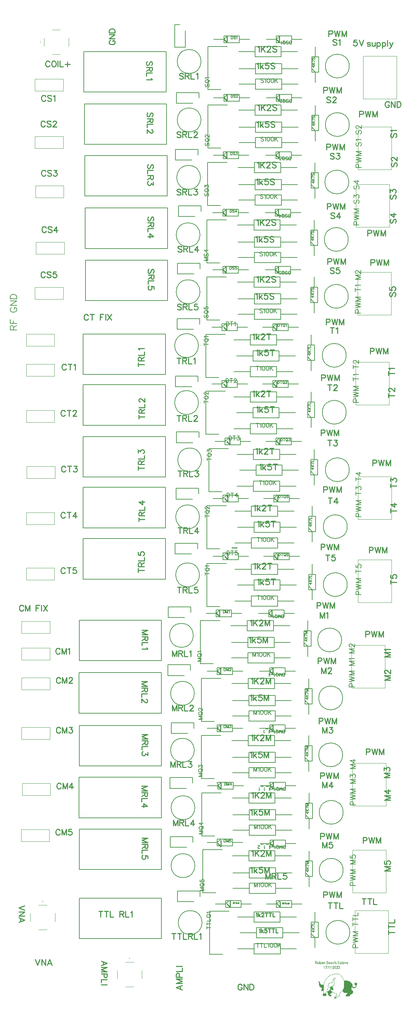
<source format=gto>
G04 Layer: TopSilkscreenLayer*
G04 EasyEDA v6.5.39, 2023-12-18 16:16:31*
G04 0a3b229aafce46c6802f92c5d4cde22f,84f6a191e6f14c5fb88c895b5cbe8e50,10*
G04 Gerber Generator version 0.2*
G04 Scale: 100 percent, Rotated: No, Reflected: No *
G04 Dimensions in inches *
G04 leading zeros omitted , absolute positions ,3 integer and 6 decimal *
%FSLAX36Y36*%
%MOIN*%

%ADD10C,0.0069*%
%ADD11C,0.0100*%
%ADD12C,0.0079*%
%ADD13C,0.0039*%

%LPD*%
G36*
X3355080Y183200D02*
G01*
X3355080Y183020D01*
X3355680Y183020D01*
X3355680Y182820D01*
X3355860Y182820D01*
X3355860Y183020D01*
X3356060Y183020D01*
X3356060Y182820D01*
X3356259Y182820D01*
X3356259Y182620D01*
X3355280Y182620D01*
X3355280Y183020D01*
X3355080Y183020D01*
X3355080Y182420D01*
X3356259Y182420D01*
X3356259Y182220D01*
X3356660Y182220D01*
X3356660Y182620D01*
X3356460Y182620D01*
X3356460Y183200D01*
G37*
G36*
X3355080Y184380D02*
G01*
X3355080Y184000D01*
X3355280Y184000D01*
X3355280Y184200D01*
X3355480Y184200D01*
X3355480Y184000D01*
X3355860Y184000D01*
X3355860Y184200D01*
X3356060Y184200D01*
X3356060Y184000D01*
X3356460Y184000D01*
X3356460Y184200D01*
X3356660Y184200D01*
X3356660Y184000D01*
X3356840Y184000D01*
X3356840Y183200D01*
X3356660Y183200D01*
X3356660Y183020D01*
X3358220Y183020D01*
X3358220Y182420D01*
X3358820Y182420D01*
X3358820Y181240D01*
X3360779Y181240D01*
X3360779Y180660D01*
X3360980Y180660D01*
X3360980Y180260D01*
X3361180Y180260D01*
X3361180Y181040D01*
X3360980Y181040D01*
X3360980Y181439D01*
X3360380Y181439D01*
X3360380Y181840D01*
X3361380Y181840D01*
X3361380Y181240D01*
X3361960Y181240D01*
X3361960Y181439D01*
X3361760Y181439D01*
X3361760Y181640D01*
X3361560Y181640D01*
X3361560Y181840D01*
X3361960Y181840D01*
X3361960Y181640D01*
X3362160Y181640D01*
X3362160Y181040D01*
X3362360Y181040D01*
X3362360Y181240D01*
X3362740Y181240D01*
X3362740Y181040D01*
X3362940Y181040D01*
X3362940Y181439D01*
X3362360Y181439D01*
X3362360Y182020D01*
X3361760Y182020D01*
X3361760Y182620D01*
X3361560Y182620D01*
X3361560Y183020D01*
X3361760Y183020D01*
X3361760Y183200D01*
X3361560Y183200D01*
X3361560Y183400D01*
X3361380Y183400D01*
X3361380Y182620D01*
X3361180Y182620D01*
X3361180Y182820D01*
X3360980Y182820D01*
X3360980Y183200D01*
X3360000Y183200D01*
X3360000Y183020D01*
X3360200Y183020D01*
X3360200Y182820D01*
X3360779Y182820D01*
X3360779Y182420D01*
X3361560Y182420D01*
X3361560Y182220D01*
X3361380Y182220D01*
X3361380Y182020D01*
X3359400Y182020D01*
X3359400Y181840D01*
X3360200Y181840D01*
X3360200Y181439D01*
X3359800Y181439D01*
X3359800Y181840D01*
X3359600Y181840D01*
X3359600Y181439D01*
X3359200Y181439D01*
X3359200Y182020D01*
X3359020Y182020D01*
X3359020Y182420D01*
X3359200Y182420D01*
X3359200Y182620D01*
X3359020Y182620D01*
X3359020Y183020D01*
X3359600Y183020D01*
X3359600Y182620D01*
X3359400Y182620D01*
X3359400Y182420D01*
X3360380Y182420D01*
X3360380Y182620D01*
X3359800Y182620D01*
X3359800Y183200D01*
X3358820Y183200D01*
X3358820Y182620D01*
X3358420Y182620D01*
X3358420Y183020D01*
X3358620Y183020D01*
X3358620Y183200D01*
X3358420Y183200D01*
X3358420Y183400D01*
X3358220Y183400D01*
X3358220Y183200D01*
X3357840Y183200D01*
X3357840Y183400D01*
X3357640Y183400D01*
X3357640Y183200D01*
X3357240Y183200D01*
X3357240Y183400D01*
X3357040Y183400D01*
X3357040Y183600D01*
X3357240Y183600D01*
X3357240Y183800D01*
X3357040Y183800D01*
X3357040Y184000D01*
X3357240Y184000D01*
X3357240Y184200D01*
X3357040Y184200D01*
X3357040Y184380D01*
G37*
G36*
X3166540Y286420D02*
G01*
X3166540Y286220D01*
X3162620Y286220D01*
X3162620Y286020D01*
X3169880Y286020D01*
X3169880Y285840D01*
X3169680Y285840D01*
X3169680Y286020D01*
X3160059Y286020D01*
X3160059Y285840D01*
X3165960Y285840D01*
X3165960Y285640D01*
X3165760Y285640D01*
X3165760Y285840D01*
X3163800Y285840D01*
X3163800Y285640D01*
X3163600Y285640D01*
X3163600Y285840D01*
X3158680Y285840D01*
X3158680Y285640D01*
X3158480Y285640D01*
X3158480Y285840D01*
X3158100Y285840D01*
X3158100Y285640D01*
X3156320Y285640D01*
X3156320Y285440D01*
X3173039Y285440D01*
X3173039Y285240D01*
X3183260Y285240D01*
X3183260Y285040D01*
X3183060Y285040D01*
X3183060Y285240D01*
X3182460Y285240D01*
X3182460Y285040D01*
X3182280Y285040D01*
X3182280Y285240D01*
X3181880Y285240D01*
X3181880Y285040D01*
X3181680Y285040D01*
X3181680Y285240D01*
X3181280Y285240D01*
X3181280Y285040D01*
X3181100Y285040D01*
X3181100Y285240D01*
X3180700Y285240D01*
X3180700Y285040D01*
X3180299Y285040D01*
X3180299Y285240D01*
X3176760Y285240D01*
X3176760Y285040D01*
X3176580Y285040D01*
X3176580Y285240D01*
X3176180Y285240D01*
X3176180Y285040D01*
X3175980Y285040D01*
X3175980Y285240D01*
X3174220Y285240D01*
X3174220Y285040D01*
X3174020Y285040D01*
X3174020Y285240D01*
X3172840Y285240D01*
X3172840Y285440D01*
X3169300Y285440D01*
X3169300Y285240D01*
X3171660Y285240D01*
X3171660Y285040D01*
X3171460Y285040D01*
X3171460Y285240D01*
X3168900Y285240D01*
X3168900Y285440D01*
X3168519Y285440D01*
X3168519Y285240D01*
X3168320Y285240D01*
X3168320Y285440D01*
X3167720Y285440D01*
X3167720Y285240D01*
X3167520Y285240D01*
X3167520Y285440D01*
X3167140Y285440D01*
X3167140Y285240D01*
X3166940Y285240D01*
X3166940Y285440D01*
X3163200Y285440D01*
X3163200Y285240D01*
X3164580Y285240D01*
X3164580Y285040D01*
X3164380Y285040D01*
X3164380Y285240D01*
X3163000Y285240D01*
X3163000Y285440D01*
X3154940Y285440D01*
X3154940Y285240D01*
X3162620Y285240D01*
X3162620Y285040D01*
X3162420Y285040D01*
X3162420Y285240D01*
X3159280Y285240D01*
X3159280Y285040D01*
X3159080Y285040D01*
X3159080Y285240D01*
X3158100Y285240D01*
X3158100Y285040D01*
X3157900Y285040D01*
X3157900Y285240D01*
X3157300Y285240D01*
X3157300Y285040D01*
X3157100Y285040D01*
X3157100Y285240D01*
X3156720Y285240D01*
X3156720Y285040D01*
X3156520Y285040D01*
X3156520Y285240D01*
X3156120Y285240D01*
X3156120Y285040D01*
X3155920Y285040D01*
X3155920Y285240D01*
X3155539Y285240D01*
X3155539Y285040D01*
X3155140Y285040D01*
X3155140Y285240D01*
X3154160Y285240D01*
X3154160Y285040D01*
X3153960Y285040D01*
X3153960Y285240D01*
X3153759Y285240D01*
X3153759Y285040D01*
X3152200Y285040D01*
X3152200Y284840D01*
X3174220Y284840D01*
X3174220Y284660D01*
X3180500Y284660D01*
X3180500Y284460D01*
X3180299Y284460D01*
X3180299Y284660D01*
X3176180Y284660D01*
X3176180Y284460D01*
X3175980Y284460D01*
X3175980Y284660D01*
X3174020Y284660D01*
X3174020Y284840D01*
X3172840Y284840D01*
X3172840Y284660D01*
X3173620Y284660D01*
X3173620Y284460D01*
X3173420Y284460D01*
X3173420Y284660D01*
X3172640Y284660D01*
X3172640Y284840D01*
X3171060Y284840D01*
X3171060Y284660D01*
X3170860Y284660D01*
X3170860Y284840D01*
X3169880Y284840D01*
X3169880Y284660D01*
X3169680Y284660D01*
X3169680Y284840D01*
X3151019Y284840D01*
X3151019Y284660D01*
X3163800Y284660D01*
X3163800Y284460D01*
X3163600Y284460D01*
X3163600Y284660D01*
X3155340Y284660D01*
X3155340Y284460D01*
X3155140Y284460D01*
X3155140Y284660D01*
X3151019Y284660D01*
X3151019Y284460D01*
X3150820Y284460D01*
X3150820Y284660D01*
X3149840Y284660D01*
X3149840Y284460D01*
X3148660Y284460D01*
X3148660Y284260D01*
X3183840Y284260D01*
X3183840Y284060D01*
X3183639Y284060D01*
X3183639Y284260D01*
X3173820Y284260D01*
X3173820Y284060D01*
X3173620Y284060D01*
X3173620Y284260D01*
X3172440Y284260D01*
X3172440Y284060D01*
X3172240Y284060D01*
X3172240Y284260D01*
X3171060Y284260D01*
X3171060Y284060D01*
X3170860Y284060D01*
X3170860Y284260D01*
X3169300Y284260D01*
X3169300Y284060D01*
X3169100Y284060D01*
X3169100Y284260D01*
X3165160Y284260D01*
X3165160Y284060D01*
X3164980Y284060D01*
X3164980Y284260D01*
X3164580Y284260D01*
X3164580Y284060D01*
X3164380Y284060D01*
X3164380Y284260D01*
X3158680Y284260D01*
X3158680Y284060D01*
X3158480Y284060D01*
X3158480Y284260D01*
X3148660Y284260D01*
X3148660Y284060D01*
X3148460Y284060D01*
X3148460Y284260D01*
X3147860Y284260D01*
X3147860Y284060D01*
X3146500Y284060D01*
X3146500Y283860D01*
X3145320Y283860D01*
X3145320Y283660D01*
X3189160Y283660D01*
X3189160Y283480D01*
X3188960Y283480D01*
X3188960Y283660D01*
X3182660Y283660D01*
X3182660Y283480D01*
X3184440Y283480D01*
X3184440Y283280D01*
X3184240Y283280D01*
X3184240Y283480D01*
X3182460Y283480D01*
X3182460Y283660D01*
X3181480Y283660D01*
X3181480Y283480D01*
X3181280Y283480D01*
X3181280Y283660D01*
X3172440Y283660D01*
X3172440Y283480D01*
X3178140Y283480D01*
X3178140Y283280D01*
X3177940Y283280D01*
X3177940Y283480D01*
X3176760Y283480D01*
X3176760Y283280D01*
X3176580Y283280D01*
X3176580Y283480D01*
X3176180Y283480D01*
X3176180Y283280D01*
X3175980Y283280D01*
X3175980Y283480D01*
X3172240Y283480D01*
X3172240Y283660D01*
X3171060Y283660D01*
X3171060Y283480D01*
X3170860Y283480D01*
X3170860Y283660D01*
X3163980Y283660D01*
X3163980Y283480D01*
X3163800Y283480D01*
X3163800Y283660D01*
X3157500Y283660D01*
X3157500Y283480D01*
X3159280Y283480D01*
X3159280Y283280D01*
X3159080Y283280D01*
X3159080Y283480D01*
X3157300Y283480D01*
X3157300Y283660D01*
X3156320Y283660D01*
X3156320Y283480D01*
X3156120Y283480D01*
X3156120Y283660D01*
X3147280Y283660D01*
X3147280Y283480D01*
X3152980Y283480D01*
X3152980Y283280D01*
X3152780Y283280D01*
X3152780Y283480D01*
X3151600Y283480D01*
X3151600Y283280D01*
X3151400Y283280D01*
X3151400Y283480D01*
X3151019Y283480D01*
X3151019Y283280D01*
X3150820Y283280D01*
X3150820Y283480D01*
X3147080Y283480D01*
X3147080Y283660D01*
X3145899Y283660D01*
X3145899Y283480D01*
X3145700Y283480D01*
X3145700Y283660D01*
X3144920Y283660D01*
X3144920Y283480D01*
X3144720Y283480D01*
X3144720Y283660D01*
X3144520Y283660D01*
X3144520Y283480D01*
X3143340Y283480D01*
X3143340Y283280D01*
X3142960Y283280D01*
X3142960Y283080D01*
X3158100Y283080D01*
X3158100Y282680D01*
X3157900Y282680D01*
X3157900Y283080D01*
X3153759Y283080D01*
X3153759Y282880D01*
X3153560Y282880D01*
X3153560Y283080D01*
X3151019Y283080D01*
X3151019Y282680D01*
X3150820Y282680D01*
X3150820Y283080D01*
X3148460Y283080D01*
X3148460Y282880D01*
X3148260Y282880D01*
X3148260Y283080D01*
X3144720Y283080D01*
X3144720Y282880D01*
X3147860Y282880D01*
X3147860Y282680D01*
X3147679Y282680D01*
X3147679Y282880D01*
X3144520Y282880D01*
X3144520Y283080D01*
X3144140Y283080D01*
X3144140Y282880D01*
X3143940Y282880D01*
X3143940Y283080D01*
X3143340Y283080D01*
X3143340Y282880D01*
X3142960Y282880D01*
X3142960Y283080D01*
X3142160Y283080D01*
X3142160Y282880D01*
X3140779Y282880D01*
X3140779Y282680D01*
X3139800Y282680D01*
X3139800Y282480D01*
X3151800Y282480D01*
X3151800Y282300D01*
X3152980Y282300D01*
X3152980Y282100D01*
X3152780Y282100D01*
X3152780Y282300D01*
X3151600Y282300D01*
X3151600Y282480D01*
X3151019Y282480D01*
X3151019Y282300D01*
X3150820Y282300D01*
X3150820Y282480D01*
X3149840Y282480D01*
X3149840Y282300D01*
X3149640Y282300D01*
X3149640Y282480D01*
X3147080Y282480D01*
X3147080Y282300D01*
X3146880Y282300D01*
X3146880Y282480D01*
X3144720Y282480D01*
X3144720Y282300D01*
X3144520Y282300D01*
X3144520Y282480D01*
X3139420Y282480D01*
X3139420Y282300D01*
X3139220Y282300D01*
X3139220Y282480D01*
X3139020Y282480D01*
X3139020Y282300D01*
X3138620Y282300D01*
X3138620Y282100D01*
X3143540Y282100D01*
X3143540Y281900D01*
X3150419Y281900D01*
X3150419Y281700D01*
X3150220Y281700D01*
X3150220Y281900D01*
X3144140Y281900D01*
X3144140Y281700D01*
X3143940Y281700D01*
X3143940Y281900D01*
X3143140Y281900D01*
X3143140Y282100D01*
X3142760Y282100D01*
X3142760Y281900D01*
X3142559Y281900D01*
X3142559Y282100D01*
X3138440Y282100D01*
X3138440Y282300D01*
X3138240Y282300D01*
X3138240Y282100D01*
X3137640Y282100D01*
X3137640Y281900D01*
X3140779Y281900D01*
X3140779Y281700D01*
X3140600Y281700D01*
X3140600Y281900D01*
X3137640Y281900D01*
X3137640Y281700D01*
X3137440Y281700D01*
X3137440Y281900D01*
X3136860Y281900D01*
X3136860Y281500D01*
X3136660Y281500D01*
X3136660Y281900D01*
X3136460Y281900D01*
X3136460Y281700D01*
X3135680Y281700D01*
X3135680Y281500D01*
X3134900Y281500D01*
X3134900Y281300D01*
X3145899Y281300D01*
X3145899Y281120D01*
X3145700Y281120D01*
X3145700Y281300D01*
X3134900Y281300D01*
X3134900Y281120D01*
X3139420Y281120D01*
X3139420Y280920D01*
X3144920Y280920D01*
X3144920Y280720D01*
X3144720Y280720D01*
X3144720Y280920D01*
X3141580Y280920D01*
X3141580Y280720D01*
X3141380Y280720D01*
X3141380Y280920D01*
X3139220Y280920D01*
X3139220Y281120D01*
X3136860Y281120D01*
X3136860Y280920D01*
X3136660Y280920D01*
X3136660Y281120D01*
X3134700Y281120D01*
X3134700Y281300D01*
X3134300Y281300D01*
X3134300Y281120D01*
X3133519Y281120D01*
X3133519Y280920D01*
X3135480Y280920D01*
X3135480Y280720D01*
X3135680Y280720D01*
X3135680Y280520D01*
X3135480Y280520D01*
X3135480Y280720D01*
X3135280Y280720D01*
X3135280Y280920D01*
X3132540Y280920D01*
X3132540Y280720D01*
X3134900Y280720D01*
X3134900Y280520D01*
X3134700Y280520D01*
X3134700Y280720D01*
X3131940Y280720D01*
X3131940Y280520D01*
X3131160Y280520D01*
X3131160Y280320D01*
X3141580Y280320D01*
X3141580Y280120D01*
X3141380Y280120D01*
X3141380Y280320D01*
X3139620Y280320D01*
X3139620Y280120D01*
X3139420Y280120D01*
X3139420Y280320D01*
X3138820Y280320D01*
X3138820Y280120D01*
X3138620Y280120D01*
X3138620Y280320D01*
X3130380Y280320D01*
X3130380Y280120D01*
X3136259Y280120D01*
X3136259Y279940D01*
X3136080Y279940D01*
X3136080Y280120D01*
X3132919Y280120D01*
X3132919Y279940D01*
X3132720Y279940D01*
X3132720Y280120D01*
X3130560Y280120D01*
X3130560Y279940D01*
X3130380Y279940D01*
X3130380Y280120D01*
X3129780Y280120D01*
X3129780Y279940D01*
X3128800Y279940D01*
X3128800Y279740D01*
X3133720Y279740D01*
X3133720Y279540D01*
X3138240Y279540D01*
X3138240Y279340D01*
X3138039Y279340D01*
X3138039Y279540D01*
X3136259Y279540D01*
X3136259Y279340D01*
X3136080Y279340D01*
X3136080Y279540D01*
X3134300Y279540D01*
X3134300Y279340D01*
X3134100Y279340D01*
X3134100Y279540D01*
X3133519Y279540D01*
X3133519Y279740D01*
X3131160Y279740D01*
X3131160Y279540D01*
X3133120Y279540D01*
X3133120Y279340D01*
X3132919Y279340D01*
X3132919Y279540D01*
X3131160Y279540D01*
X3131160Y279340D01*
X3130960Y279340D01*
X3130960Y279740D01*
X3128020Y279740D01*
X3128020Y279540D01*
X3130560Y279540D01*
X3130560Y279340D01*
X3130380Y279340D01*
X3130380Y279540D01*
X3129000Y279540D01*
X3129000Y279340D01*
X3128800Y279340D01*
X3128800Y279540D01*
X3128020Y279540D01*
X3128020Y279340D01*
X3127620Y279340D01*
X3127620Y279540D01*
X3127420Y279540D01*
X3127420Y279340D01*
X3126840Y279340D01*
X3126840Y279140D01*
X3126240Y279140D01*
X3126240Y278960D01*
X3136259Y278960D01*
X3136259Y278760D01*
X3136080Y278760D01*
X3136080Y278960D01*
X3133720Y278960D01*
X3133720Y278760D01*
X3133519Y278760D01*
X3133519Y278960D01*
X3132340Y278960D01*
X3132340Y278760D01*
X3132140Y278760D01*
X3132140Y278960D01*
X3130380Y278960D01*
X3130380Y278760D01*
X3130179Y278760D01*
X3130179Y278960D01*
X3129780Y278960D01*
X3129780Y278760D01*
X3129580Y278760D01*
X3129580Y278960D01*
X3128600Y278960D01*
X3128600Y278760D01*
X3128399Y278760D01*
X3128399Y278960D01*
X3125659Y278960D01*
X3125659Y278760D01*
X3124860Y278760D01*
X3124860Y278560D01*
X3124280Y278560D01*
X3124280Y278360D01*
X3133120Y278360D01*
X3133120Y278160D01*
X3132919Y278160D01*
X3132919Y278360D01*
X3132340Y278360D01*
X3132340Y277780D01*
X3132140Y277780D01*
X3132140Y278360D01*
X3131160Y278360D01*
X3131160Y278160D01*
X3130960Y278160D01*
X3130960Y278360D01*
X3130560Y278360D01*
X3130560Y278160D01*
X3130380Y278160D01*
X3130380Y278360D01*
X3128600Y278360D01*
X3128600Y278160D01*
X3128399Y278160D01*
X3128399Y278360D01*
X3126040Y278360D01*
X3126040Y278160D01*
X3125840Y278160D01*
X3125840Y278360D01*
X3124280Y278360D01*
X3124280Y278160D01*
X3124080Y278160D01*
X3124080Y278360D01*
X3123680Y278360D01*
X3123680Y278160D01*
X3123100Y278160D01*
X3123100Y277960D01*
X3122500Y277960D01*
X3122500Y277780D01*
X3131160Y277780D01*
X3131160Y277580D01*
X3130960Y277580D01*
X3130960Y277780D01*
X3130560Y277780D01*
X3130560Y277580D01*
X3130380Y277580D01*
X3130380Y277780D01*
X3129200Y277780D01*
X3129200Y277580D01*
X3129000Y277580D01*
X3129000Y277780D01*
X3127220Y277780D01*
X3127220Y277580D01*
X3127020Y277580D01*
X3127020Y277780D01*
X3126040Y277780D01*
X3126040Y277580D01*
X3125840Y277580D01*
X3125840Y277780D01*
X3125460Y277780D01*
X3125460Y277380D01*
X3125260Y277380D01*
X3125260Y277780D01*
X3121720Y277780D01*
X3121720Y277580D01*
X3121139Y277580D01*
X3121139Y277380D01*
X3120940Y277380D01*
X3120940Y277180D01*
X3129200Y277180D01*
X3129200Y276980D01*
X3129000Y276980D01*
X3129000Y277180D01*
X3128020Y277180D01*
X3128020Y276980D01*
X3127820Y276980D01*
X3127820Y277180D01*
X3126040Y277180D01*
X3126040Y276980D01*
X3125840Y276980D01*
X3125840Y277180D01*
X3120140Y277180D01*
X3120140Y276980D01*
X3119560Y276980D01*
X3119560Y276780D01*
X3123480Y276780D01*
X3123480Y276600D01*
X3127420Y276600D01*
X3127420Y276400D01*
X3127220Y276400D01*
X3127220Y276600D01*
X3123300Y276600D01*
X3123300Y276780D01*
X3122300Y276780D01*
X3122300Y276600D01*
X3122120Y276600D01*
X3122120Y276780D01*
X3120940Y276780D01*
X3120940Y276600D01*
X3121520Y276600D01*
X3121520Y276400D01*
X3121320Y276400D01*
X3121320Y276600D01*
X3120740Y276600D01*
X3120740Y276780D01*
X3120340Y276780D01*
X3120340Y276600D01*
X3120140Y276600D01*
X3120140Y276780D01*
X3119760Y276780D01*
X3119760Y276400D01*
X3119560Y276400D01*
X3119560Y276780D01*
X3119160Y276780D01*
X3119160Y276600D01*
X3118580Y276600D01*
X3118580Y276400D01*
X3117980Y276400D01*
X3117980Y276200D01*
X3126040Y276200D01*
X3126040Y276000D01*
X3125840Y276000D01*
X3125840Y276200D01*
X3124860Y276200D01*
X3124860Y276000D01*
X3124660Y276000D01*
X3124660Y276200D01*
X3121520Y276200D01*
X3121520Y276000D01*
X3121320Y276000D01*
X3121320Y276200D01*
X3120340Y276200D01*
X3120340Y276000D01*
X3120140Y276000D01*
X3120140Y276200D01*
X3117400Y276200D01*
X3117400Y276000D01*
X3116800Y276000D01*
X3116800Y275800D01*
X3117780Y275800D01*
X3117780Y275600D01*
X3122900Y275600D01*
X3122900Y275420D01*
X3122700Y275420D01*
X3122700Y275600D01*
X3122300Y275600D01*
X3122300Y275420D01*
X3122120Y275420D01*
X3122120Y275600D01*
X3121520Y275600D01*
X3121520Y275420D01*
X3121320Y275420D01*
X3121320Y275600D01*
X3120340Y275600D01*
X3120340Y275420D01*
X3120140Y275420D01*
X3120140Y275600D01*
X3117600Y275600D01*
X3117600Y275800D01*
X3116600Y275800D01*
X3116600Y275600D01*
X3115820Y275600D01*
X3115820Y275420D01*
X3115419Y275420D01*
X3115419Y275220D01*
X3117200Y275220D01*
X3117200Y275020D01*
X3120940Y275020D01*
X3120940Y274820D01*
X3120740Y274820D01*
X3120740Y275020D01*
X3119160Y275020D01*
X3119160Y274820D01*
X3118960Y274820D01*
X3118960Y275020D01*
X3117000Y275020D01*
X3117000Y275220D01*
X3116600Y275220D01*
X3116600Y275020D01*
X3116420Y275020D01*
X3116420Y275220D01*
X3114840Y275220D01*
X3114840Y275020D01*
X3114440Y275020D01*
X3114440Y274820D01*
X3113860Y274820D01*
X3113860Y274620D01*
X3118580Y274620D01*
X3118580Y274420D01*
X3119160Y274420D01*
X3119160Y274240D01*
X3118960Y274240D01*
X3118960Y274420D01*
X3118380Y274420D01*
X3118380Y274620D01*
X3116420Y274620D01*
X3116420Y274420D01*
X3116220Y274420D01*
X3116220Y274620D01*
X3113460Y274620D01*
X3113460Y274420D01*
X3112880Y274420D01*
X3112880Y274240D01*
X3114640Y274240D01*
X3114640Y274040D01*
X3114440Y274040D01*
X3114440Y274240D01*
X3112480Y274240D01*
X3112480Y273840D01*
X3114640Y273840D01*
X3114640Y273640D01*
X3114440Y273640D01*
X3114440Y273840D01*
X3112480Y273840D01*
X3112480Y273640D01*
X3112280Y273640D01*
X3112280Y274040D01*
X3112080Y274040D01*
X3112080Y273840D01*
X3111700Y273840D01*
X3111700Y273640D01*
X3111100Y273640D01*
X3111100Y273440D01*
X3117780Y273440D01*
X3117780Y273240D01*
X3117600Y273240D01*
X3117600Y273440D01*
X3110720Y273440D01*
X3110720Y273240D01*
X3115240Y273240D01*
X3115240Y273060D01*
X3115040Y273060D01*
X3115040Y273240D01*
X3114640Y273240D01*
X3114640Y273060D01*
X3114440Y273060D01*
X3114440Y273240D01*
X3110520Y273240D01*
X3110520Y273060D01*
X3109920Y273060D01*
X3109920Y272860D01*
X3109340Y272860D01*
X3109340Y272660D01*
X3114640Y272660D01*
X3114640Y272460D01*
X3114440Y272460D01*
X3114440Y272660D01*
X3112679Y272660D01*
X3112679Y272460D01*
X3112280Y272460D01*
X3112280Y272660D01*
X3111900Y272660D01*
X3111900Y272460D01*
X3111700Y272460D01*
X3111700Y272660D01*
X3111300Y272660D01*
X3111300Y272460D01*
X3111100Y272460D01*
X3111100Y272660D01*
X3110520Y272660D01*
X3110520Y272460D01*
X3110320Y272460D01*
X3110320Y272660D01*
X3109920Y272660D01*
X3109920Y272460D01*
X3109720Y272460D01*
X3109720Y272660D01*
X3109140Y272660D01*
X3109140Y272460D01*
X3108540Y272460D01*
X3108540Y272260D01*
X3108159Y272260D01*
X3108159Y272060D01*
X3112080Y272060D01*
X3112080Y271680D01*
X3111900Y271680D01*
X3111900Y272060D01*
X3111500Y272060D01*
X3111500Y271880D01*
X3111300Y271880D01*
X3111300Y272060D01*
X3110120Y272060D01*
X3110120Y271880D01*
X3109920Y271880D01*
X3109920Y272060D01*
X3108740Y272060D01*
X3108740Y271880D01*
X3108540Y271880D01*
X3108540Y272060D01*
X3107960Y272060D01*
X3107960Y271880D01*
X3107360Y271880D01*
X3107360Y271680D01*
X3106980Y271680D01*
X3106980Y271480D01*
X3111100Y271480D01*
X3111100Y271280D01*
X3110720Y271280D01*
X3110720Y271480D01*
X3110320Y271480D01*
X3110320Y271280D01*
X3110120Y271280D01*
X3110120Y271480D01*
X3106980Y271480D01*
X3106980Y271280D01*
X3106780Y271280D01*
X3106780Y271480D01*
X3106580Y271480D01*
X3106580Y271280D01*
X3106180Y271280D01*
X3106180Y271080D01*
X3105800Y271080D01*
X3105800Y270880D01*
X3108940Y270880D01*
X3108940Y270700D01*
X3110899Y270700D01*
X3110899Y270500D01*
X3110720Y270500D01*
X3110720Y270700D01*
X3110320Y270700D01*
X3110320Y270500D01*
X3110120Y270500D01*
X3110120Y270700D01*
X3108740Y270700D01*
X3108740Y270880D01*
X3105800Y270880D01*
X3105800Y270700D01*
X3105600Y270700D01*
X3105600Y270880D01*
X3105400Y270880D01*
X3105400Y270700D01*
X3105200Y270700D01*
X3105200Y270500D01*
X3104620Y270500D01*
X3104620Y270300D01*
X3110320Y270300D01*
X3110320Y270100D01*
X3110120Y270100D01*
X3110120Y270300D01*
X3106580Y270300D01*
X3106580Y270100D01*
X3106180Y270100D01*
X3106180Y270300D01*
X3105200Y270300D01*
X3105200Y270100D01*
X3105000Y270100D01*
X3105000Y270300D01*
X3104420Y270300D01*
X3104420Y270100D01*
X3104020Y270100D01*
X3104020Y269900D01*
X3103639Y269900D01*
X3103639Y269720D01*
X3108940Y269720D01*
X3108940Y269520D01*
X3108740Y269520D01*
X3108740Y269720D01*
X3105200Y269720D01*
X3105200Y269520D01*
X3105000Y269520D01*
X3105000Y269720D01*
X3104620Y269720D01*
X3104620Y269520D01*
X3104420Y269520D01*
X3104420Y269720D01*
X3103440Y269720D01*
X3103440Y269520D01*
X3102840Y269520D01*
X3102840Y269320D01*
X3102660Y269320D01*
X3102660Y269120D01*
X3107760Y269120D01*
X3107760Y268920D01*
X3107559Y268920D01*
X3107559Y269120D01*
X3107180Y269120D01*
X3107180Y268920D01*
X3106980Y268920D01*
X3106980Y269120D01*
X3106000Y269120D01*
X3106000Y268920D01*
X3105800Y268920D01*
X3105800Y269120D01*
X3105200Y269120D01*
X3105200Y268720D01*
X3105000Y268720D01*
X3105000Y269120D01*
X3104620Y269120D01*
X3104620Y268920D01*
X3104420Y268920D01*
X3104420Y269120D01*
X3103440Y269120D01*
X3103440Y268920D01*
X3103240Y268920D01*
X3103240Y269120D01*
X3102840Y269120D01*
X3102840Y268920D01*
X3102660Y268920D01*
X3102660Y269120D01*
X3102260Y269120D01*
X3102260Y268920D01*
X3102060Y268920D01*
X3102060Y268540D01*
X3105200Y268540D01*
X3105200Y268340D01*
X3105000Y268340D01*
X3105000Y268540D01*
X3101860Y268540D01*
X3101860Y268720D01*
X3101480Y268720D01*
X3101480Y268540D01*
X3101280Y268540D01*
X3101280Y268340D01*
X3100880Y268340D01*
X3100880Y268140D01*
X3102060Y268140D01*
X3102060Y267940D01*
X3105200Y267940D01*
X3105200Y267740D01*
X3105000Y267740D01*
X3105000Y267940D01*
X3103440Y267940D01*
X3103440Y267740D01*
X3103240Y267740D01*
X3103240Y267940D01*
X3101860Y267940D01*
X3101860Y268140D01*
X3100680Y268140D01*
X3100680Y267940D01*
X3100299Y267940D01*
X3100299Y267740D01*
X3099900Y267740D01*
X3099900Y267540D01*
X3102060Y267540D01*
X3102060Y267160D01*
X3101860Y267160D01*
X3101860Y267540D01*
X3099500Y267540D01*
X3099500Y267360D01*
X3099300Y267360D01*
X3099300Y267160D01*
X3098920Y267160D01*
X3098920Y266960D01*
X3101480Y266960D01*
X3101480Y266760D01*
X3101280Y266760D01*
X3101280Y266960D01*
X3099500Y266960D01*
X3099500Y266560D01*
X3099300Y266560D01*
X3099300Y266960D01*
X3098920Y266960D01*
X3098920Y266760D01*
X3098320Y266760D01*
X3098320Y266560D01*
X3097940Y266560D01*
X3097940Y266360D01*
X3102260Y266360D01*
X3102260Y265980D01*
X3102060Y265980D01*
X3102060Y266360D01*
X3100880Y266360D01*
X3100880Y266180D01*
X3101480Y266180D01*
X3101480Y265980D01*
X3101280Y265980D01*
X3101280Y266180D01*
X3100680Y266180D01*
X3100680Y266360D01*
X3097740Y266360D01*
X3097740Y266180D01*
X3097340Y266180D01*
X3097340Y265980D01*
X3097140Y265980D01*
X3097140Y265780D01*
X3100880Y265780D01*
X3100880Y265580D01*
X3100680Y265580D01*
X3100680Y265780D01*
X3097140Y265780D01*
X3097140Y265580D01*
X3096940Y265580D01*
X3096940Y265780D01*
X3096760Y265780D01*
X3096760Y265580D01*
X3096560Y265580D01*
X3096560Y265380D01*
X3096160Y265380D01*
X3096160Y265180D01*
X3100880Y265180D01*
X3100880Y265000D01*
X3100680Y265000D01*
X3100680Y265180D01*
X3096560Y265180D01*
X3096560Y265000D01*
X3096360Y265000D01*
X3096360Y265180D01*
X3095960Y265180D01*
X3095960Y265000D01*
X3095580Y265000D01*
X3095580Y264800D01*
X3095380Y264800D01*
X3095380Y264600D01*
X3099120Y264600D01*
X3099120Y264400D01*
X3098920Y264400D01*
X3098920Y264600D01*
X3095960Y264600D01*
X3095960Y264400D01*
X3095760Y264400D01*
X3095760Y264600D01*
X3095380Y264600D01*
X3095380Y264400D01*
X3094780Y264400D01*
X3094780Y264200D01*
X3095380Y264200D01*
X3095380Y263820D01*
X3095179Y263820D01*
X3095179Y264200D01*
X3094580Y264200D01*
X3094580Y264000D01*
X3094200Y264000D01*
X3094200Y263820D01*
X3094000Y263820D01*
X3094000Y263420D01*
X3095960Y263420D01*
X3095960Y263220D01*
X3095760Y263220D01*
X3095760Y263420D01*
X3093420Y263420D01*
X3093420Y263220D01*
X3093220Y263220D01*
X3093220Y263020D01*
X3096160Y263020D01*
X3096160Y262820D01*
X3095960Y262820D01*
X3095960Y263020D01*
X3093020Y263020D01*
X3093020Y262820D01*
X3092820Y262820D01*
X3092820Y262640D01*
X3092420Y262640D01*
X3092420Y262440D01*
X3096760Y262440D01*
X3096760Y262240D01*
X3096560Y262240D01*
X3096560Y262440D01*
X3094780Y262440D01*
X3094780Y262240D01*
X3094580Y262240D01*
X3094580Y262440D01*
X3094200Y262440D01*
X3094200Y262240D01*
X3094000Y262240D01*
X3094000Y262440D01*
X3093600Y262440D01*
X3093600Y262240D01*
X3093420Y262240D01*
X3093420Y262440D01*
X3093020Y262440D01*
X3093020Y262240D01*
X3092820Y262240D01*
X3092820Y262440D01*
X3092240Y262440D01*
X3092240Y262240D01*
X3091840Y262240D01*
X3091840Y262040D01*
X3091640Y262040D01*
X3091640Y261840D01*
X3091440Y261840D01*
X3091440Y261640D01*
X3091060Y261640D01*
X3091060Y261460D01*
X3090860Y261460D01*
X3090860Y261260D01*
X3090659Y261260D01*
X3090659Y261060D01*
X3090260Y261060D01*
X3090260Y260859D01*
X3094400Y260859D01*
X3094400Y260660D01*
X3094200Y260660D01*
X3094200Y260859D01*
X3090059Y260859D01*
X3090059Y260660D01*
X3090460Y260660D01*
X3090460Y260479D01*
X3090260Y260479D01*
X3090260Y260660D01*
X3089880Y260660D01*
X3089880Y260479D01*
X3089680Y260479D01*
X3089680Y260280D01*
X3093800Y260280D01*
X3093800Y260080D01*
X3093420Y260080D01*
X3093420Y260280D01*
X3093020Y260280D01*
X3093020Y260080D01*
X3092820Y260080D01*
X3092820Y260280D01*
X3092240Y260280D01*
X3092240Y260080D01*
X3092040Y260080D01*
X3092040Y260280D01*
X3091640Y260280D01*
X3091640Y260080D01*
X3091440Y260080D01*
X3091440Y260280D01*
X3089280Y260280D01*
X3089280Y259880D01*
X3088880Y259880D01*
X3088880Y259680D01*
X3088700Y259680D01*
X3088700Y259480D01*
X3088500Y259480D01*
X3088500Y259300D01*
X3088300Y259300D01*
X3088300Y259100D01*
X3089680Y259100D01*
X3089680Y258900D01*
X3089480Y258900D01*
X3089480Y259100D01*
X3089080Y259100D01*
X3089080Y258900D01*
X3088880Y258900D01*
X3088880Y259100D01*
X3087900Y259100D01*
X3087900Y258900D01*
X3087700Y258900D01*
X3087700Y258700D01*
X3087520Y258700D01*
X3087520Y258500D01*
X3088500Y258500D01*
X3088500Y258299D01*
X3088300Y258299D01*
X3088300Y258500D01*
X3087320Y258500D01*
X3087320Y258299D01*
X3087120Y258299D01*
X3087120Y258120D01*
X3086720Y258120D01*
X3086720Y257920D01*
X3088300Y257920D01*
X3088300Y257719D01*
X3089080Y257719D01*
X3089080Y257520D01*
X3088880Y257520D01*
X3088880Y257719D01*
X3088100Y257719D01*
X3088100Y257920D01*
X3086720Y257920D01*
X3086720Y257719D01*
X3086340Y257719D01*
X3086340Y257520D01*
X3086139Y257520D01*
X3086139Y257320D01*
X3088300Y257320D01*
X3088300Y257120D01*
X3088100Y257120D01*
X3088100Y257320D01*
X3085940Y257320D01*
X3085940Y257120D01*
X3087120Y257120D01*
X3087120Y256940D01*
X3086920Y256940D01*
X3086920Y257120D01*
X3085740Y257120D01*
X3085740Y256940D01*
X3085539Y256940D01*
X3085539Y256740D01*
X3087320Y256740D01*
X3087320Y256540D01*
X3087120Y256540D01*
X3087120Y256740D01*
X3085340Y256740D01*
X3085340Y256540D01*
X3086520Y256540D01*
X3086520Y256340D01*
X3086340Y256340D01*
X3086340Y256540D01*
X3085340Y256540D01*
X3085340Y256340D01*
X3084760Y256340D01*
X3084760Y256140D01*
X3084560Y256140D01*
X3084560Y255940D01*
X3086520Y255940D01*
X3086520Y255760D01*
X3086340Y255760D01*
X3086340Y255940D01*
X3084360Y255940D01*
X3084360Y255760D01*
X3085160Y255760D01*
X3085160Y255560D01*
X3085340Y255560D01*
X3085340Y255360D01*
X3085160Y255360D01*
X3085160Y255560D01*
X3084960Y255560D01*
X3084960Y255760D01*
X3084160Y255760D01*
X3084160Y255560D01*
X3084560Y255560D01*
X3084560Y255360D01*
X3084360Y255360D01*
X3084360Y255560D01*
X3083980Y255560D01*
X3083980Y255360D01*
X3083780Y255360D01*
X3083780Y255159D01*
X3083580Y255159D01*
X3083580Y254960D01*
X3085940Y254960D01*
X3085940Y254760D01*
X3085740Y254760D01*
X3085740Y254960D01*
X3083380Y254960D01*
X3083380Y254380D01*
X3085940Y254380D01*
X3085940Y254180D01*
X3085740Y254180D01*
X3085740Y254380D01*
X3083980Y254380D01*
X3083980Y254180D01*
X3083780Y254180D01*
X3083780Y254380D01*
X3083180Y254380D01*
X3083180Y254579D01*
X3083000Y254579D01*
X3083000Y254380D01*
X3082799Y254380D01*
X3082799Y254180D01*
X3082600Y254180D01*
X3082600Y253980D01*
X3082400Y253980D01*
X3082400Y253780D01*
X3085940Y253780D01*
X3085940Y253580D01*
X3085740Y253580D01*
X3085740Y253780D01*
X3083380Y253780D01*
X3083380Y253580D01*
X3083180Y253580D01*
X3083180Y253780D01*
X3082200Y253780D01*
X3082200Y253580D01*
X3082000Y253580D01*
X3082000Y253400D01*
X3081820Y253400D01*
X3081820Y253200D01*
X3082799Y253200D01*
X3082799Y253000D01*
X3082600Y253000D01*
X3082600Y253200D01*
X3082000Y253200D01*
X3082000Y252600D01*
X3084560Y252600D01*
X3084560Y252399D01*
X3084360Y252399D01*
X3084360Y252600D01*
X3083980Y252600D01*
X3083980Y252399D01*
X3083780Y252399D01*
X3083780Y252600D01*
X3082799Y252600D01*
X3082799Y252399D01*
X3082600Y252399D01*
X3082600Y252600D01*
X3081820Y252600D01*
X3081820Y253200D01*
X3081620Y253200D01*
X3081620Y253000D01*
X3081420Y253000D01*
X3081420Y252800D01*
X3081220Y252800D01*
X3081220Y252600D01*
X3081019Y252600D01*
X3081019Y252399D01*
X3080820Y252399D01*
X3080820Y252220D01*
X3083380Y252220D01*
X3083380Y251820D01*
X3083180Y251820D01*
X3083180Y252220D01*
X3080640Y252220D01*
X3080640Y252020D01*
X3082799Y252020D01*
X3082799Y251820D01*
X3082600Y251820D01*
X3082600Y252020D01*
X3082000Y252020D01*
X3082000Y251820D01*
X3081820Y251820D01*
X3081820Y252020D01*
X3080440Y252020D01*
X3080440Y251820D01*
X3080240Y251820D01*
X3080240Y251420D01*
X3081620Y251420D01*
X3081620Y251240D01*
X3081420Y251240D01*
X3081420Y251420D01*
X3080240Y251420D01*
X3080240Y251240D01*
X3080040Y251240D01*
X3080040Y251420D01*
X3079840Y251420D01*
X3079840Y251240D01*
X3079640Y251240D01*
X3079640Y251040D01*
X3079460Y251040D01*
X3079460Y250840D01*
X3082799Y250840D01*
X3082799Y250640D01*
X3082600Y250640D01*
X3082600Y250840D01*
X3081620Y250840D01*
X3081620Y250640D01*
X3081420Y250640D01*
X3081420Y250840D01*
X3081019Y250840D01*
X3081019Y250640D01*
X3080640Y250640D01*
X3080640Y250840D01*
X3080240Y250840D01*
X3080240Y250640D01*
X3080040Y250640D01*
X3080040Y250840D01*
X3079640Y250840D01*
X3079640Y250640D01*
X3079060Y250640D01*
X3079060Y250440D01*
X3078860Y250440D01*
X3078860Y250060D01*
X3078460Y250060D01*
X3078460Y249860D01*
X3078279Y249860D01*
X3078279Y249660D01*
X3080240Y249660D01*
X3080240Y249460D01*
X3080040Y249460D01*
X3080040Y249660D01*
X3079060Y249660D01*
X3079060Y249460D01*
X3078860Y249460D01*
X3078860Y249660D01*
X3078460Y249660D01*
X3078460Y249460D01*
X3077880Y249460D01*
X3077880Y249259D01*
X3077679Y249259D01*
X3077679Y249060D01*
X3081019Y249060D01*
X3081019Y248880D01*
X3080820Y248880D01*
X3080820Y249060D01*
X3078860Y249060D01*
X3078860Y248880D01*
X3078660Y248880D01*
X3078660Y249060D01*
X3078279Y249060D01*
X3078279Y248880D01*
X3078080Y248880D01*
X3078080Y249060D01*
X3077679Y249060D01*
X3077679Y248880D01*
X3077480Y248880D01*
X3077480Y248680D01*
X3077280Y248680D01*
X3077280Y248480D01*
X3080240Y248480D01*
X3080240Y248280D01*
X3080040Y248280D01*
X3080040Y248480D01*
X3077100Y248480D01*
X3077100Y248280D01*
X3076900Y248280D01*
X3076900Y248080D01*
X3077100Y248080D01*
X3077100Y247880D01*
X3076900Y247880D01*
X3076900Y248080D01*
X3076700Y248080D01*
X3076700Y247880D01*
X3076500Y247880D01*
X3076500Y247700D01*
X3076300Y247700D01*
X3076300Y247500D01*
X3077100Y247500D01*
X3077100Y247300D01*
X3079640Y247300D01*
X3079640Y247100D01*
X3079460Y247100D01*
X3079460Y247300D01*
X3079060Y247300D01*
X3079060Y247100D01*
X3078860Y247100D01*
X3078860Y247300D01*
X3076900Y247300D01*
X3076900Y247500D01*
X3076500Y247500D01*
X3076500Y247300D01*
X3075920Y247300D01*
X3075920Y247100D01*
X3077280Y247100D01*
X3077280Y246900D01*
X3079260Y246900D01*
X3079260Y246700D01*
X3079060Y246700D01*
X3079060Y246900D01*
X3077100Y246900D01*
X3077100Y247100D01*
X3075920Y247100D01*
X3075920Y246900D01*
X3076700Y246900D01*
X3076700Y246700D01*
X3076500Y246700D01*
X3076500Y246900D01*
X3075920Y246900D01*
X3075920Y246700D01*
X3075520Y246700D01*
X3075520Y246520D01*
X3075320Y246520D01*
X3075320Y246320D01*
X3078080Y246320D01*
X3078080Y246119D01*
X3077880Y246119D01*
X3077880Y246320D01*
X3076700Y246320D01*
X3076700Y246119D01*
X3076500Y246119D01*
X3076500Y246320D01*
X3076100Y246320D01*
X3076100Y246119D01*
X3075920Y246119D01*
X3075920Y246320D01*
X3075320Y246320D01*
X3075320Y246119D01*
X3074920Y246119D01*
X3074920Y245920D01*
X3074740Y245920D01*
X3074740Y245720D01*
X3076700Y245720D01*
X3076700Y245520D01*
X3076500Y245520D01*
X3076500Y245720D01*
X3074740Y245720D01*
X3074740Y245520D01*
X3074540Y245520D01*
X3074540Y245340D01*
X3074340Y245340D01*
X3074340Y245140D01*
X3076100Y245140D01*
X3076100Y244940D01*
X3076700Y244940D01*
X3076700Y244540D01*
X3076900Y244540D01*
X3076900Y244340D01*
X3076500Y244340D01*
X3076500Y244940D01*
X3075920Y244940D01*
X3075920Y245140D01*
X3074140Y245140D01*
X3074140Y244940D01*
X3073940Y244940D01*
X3073940Y244740D01*
X3073759Y244740D01*
X3073759Y244540D01*
X3076100Y244540D01*
X3076100Y244340D01*
X3075920Y244340D01*
X3075920Y244540D01*
X3074140Y244540D01*
X3074140Y244340D01*
X3073940Y244340D01*
X3073940Y244540D01*
X3073759Y244540D01*
X3073759Y244340D01*
X3073560Y244340D01*
X3073560Y244160D01*
X3073360Y244160D01*
X3073360Y243960D01*
X3076100Y243960D01*
X3076100Y243760D01*
X3075720Y243760D01*
X3075720Y243960D01*
X3073159Y243960D01*
X3073159Y243760D01*
X3072960Y243760D01*
X3072960Y243359D01*
X3076100Y243359D01*
X3076100Y243160D01*
X3075920Y243160D01*
X3075920Y243359D01*
X3072580Y243359D01*
X3072580Y242979D01*
X3074920Y242979D01*
X3074920Y242780D01*
X3074740Y242780D01*
X3074740Y242979D01*
X3072380Y242979D01*
X3072380Y242780D01*
X3072180Y242780D01*
X3072180Y242580D01*
X3071980Y242580D01*
X3071980Y242180D01*
X3071780Y242180D01*
X3071780Y242000D01*
X3071580Y242000D01*
X3071580Y241800D01*
X3074340Y241800D01*
X3074340Y241400D01*
X3074140Y241400D01*
X3074140Y241800D01*
X3073759Y241800D01*
X3073759Y241600D01*
X3073560Y241600D01*
X3073560Y241800D01*
X3071980Y241800D01*
X3071980Y241600D01*
X3071780Y241600D01*
X3071780Y241800D01*
X3071400Y241800D01*
X3071400Y241600D01*
X3071200Y241600D01*
X3071200Y241200D01*
X3071000Y241200D01*
X3071000Y241000D01*
X3070800Y241000D01*
X3070800Y240620D01*
X3071400Y240620D01*
X3071400Y240420D01*
X3071200Y240420D01*
X3071200Y240620D01*
X3070800Y240620D01*
X3070800Y240420D01*
X3070220Y240420D01*
X3070220Y240020D01*
X3071400Y240020D01*
X3071400Y239820D01*
X3071200Y239820D01*
X3071200Y240020D01*
X3070800Y240020D01*
X3070800Y239820D01*
X3070600Y239820D01*
X3070600Y240020D01*
X3070020Y240020D01*
X3070020Y239820D01*
X3069820Y239820D01*
X3069820Y239440D01*
X3070800Y239440D01*
X3070800Y239240D01*
X3070600Y239240D01*
X3070600Y239440D01*
X3069620Y239440D01*
X3069620Y239240D01*
X3069420Y239240D01*
X3069420Y239040D01*
X3070220Y239040D01*
X3070220Y238640D01*
X3070020Y238640D01*
X3070020Y239040D01*
X3069420Y239040D01*
X3069420Y238840D01*
X3069040Y238840D01*
X3069040Y238260D01*
X3070800Y238260D01*
X3070800Y238060D01*
X3070600Y238060D01*
X3070600Y238260D01*
X3068639Y238260D01*
X3068639Y238060D01*
X3068440Y238060D01*
X3068440Y237860D01*
X3071000Y237860D01*
X3071000Y237659D01*
X3070800Y237659D01*
X3070800Y237860D01*
X3068440Y237860D01*
X3068440Y237659D01*
X3068240Y237659D01*
X3068240Y237460D01*
X3068039Y237460D01*
X3068039Y237280D01*
X3069620Y237280D01*
X3069620Y237079D01*
X3069420Y237079D01*
X3069420Y237280D01*
X3069040Y237280D01*
X3069040Y237079D01*
X3068840Y237079D01*
X3068840Y237280D01*
X3068440Y237280D01*
X3068440Y237079D01*
X3068240Y237079D01*
X3068240Y237280D01*
X3067860Y237280D01*
X3067860Y236880D01*
X3067660Y236880D01*
X3067660Y236680D01*
X3067460Y236680D01*
X3067460Y236480D01*
X3067260Y236480D01*
X3067260Y236100D01*
X3067060Y236100D01*
X3067060Y235900D01*
X3066860Y235900D01*
X3066860Y235700D01*
X3069220Y235700D01*
X3069220Y235500D01*
X3069040Y235500D01*
X3069040Y235700D01*
X3066680Y235700D01*
X3066680Y235300D01*
X3066480Y235300D01*
X3066480Y235100D01*
X3068639Y235100D01*
X3068639Y234920D01*
X3068240Y234920D01*
X3068240Y235100D01*
X3067860Y235100D01*
X3067860Y234920D01*
X3067660Y234920D01*
X3067660Y235100D01*
X3067060Y235100D01*
X3067060Y234920D01*
X3066860Y234920D01*
X3066860Y235100D01*
X3066480Y235100D01*
X3066480Y234920D01*
X3066080Y234920D01*
X3066080Y234520D01*
X3069220Y234520D01*
X3069220Y234320D01*
X3069040Y234320D01*
X3069040Y234520D01*
X3065880Y234520D01*
X3065880Y234120D01*
X3065680Y234120D01*
X3065680Y233920D01*
X3068639Y233920D01*
X3068639Y233740D01*
X3068440Y233740D01*
X3068440Y233920D01*
X3065500Y233920D01*
X3065500Y233740D01*
X3065299Y233740D01*
X3065299Y233340D01*
X3065100Y233340D01*
X3065100Y233140D01*
X3064900Y233140D01*
X3064900Y232940D01*
X3067460Y232940D01*
X3067460Y232760D01*
X3067860Y232760D01*
X3067860Y232560D01*
X3067460Y232560D01*
X3067460Y232760D01*
X3067260Y232760D01*
X3067260Y232940D01*
X3064700Y232940D01*
X3064700Y232360D01*
X3064320Y232360D01*
X3064320Y231960D01*
X3064120Y231960D01*
X3064120Y231759D01*
X3067260Y231759D01*
X3067260Y231580D01*
X3067060Y231580D01*
X3067060Y231759D01*
X3063920Y231759D01*
X3063920Y231580D01*
X3065299Y231580D01*
X3065299Y231380D01*
X3065100Y231380D01*
X3065100Y231580D01*
X3063920Y231580D01*
X3063920Y231380D01*
X3063720Y231380D01*
X3063720Y231180D01*
X3063519Y231180D01*
X3063519Y230780D01*
X3063920Y230780D01*
X3063920Y230580D01*
X3066080Y230580D01*
X3066080Y230400D01*
X3065880Y230400D01*
X3065880Y230580D01*
X3063720Y230580D01*
X3063720Y230780D01*
X3063340Y230780D01*
X3063340Y230580D01*
X3063140Y230580D01*
X3063140Y230200D01*
X3062940Y230200D01*
X3062940Y230000D01*
X3066080Y230000D01*
X3066080Y229800D01*
X3065880Y229800D01*
X3065880Y230000D01*
X3064120Y230000D01*
X3064120Y229800D01*
X3063920Y229800D01*
X3063920Y230000D01*
X3063340Y230000D01*
X3063340Y229800D01*
X3063140Y229800D01*
X3063140Y230000D01*
X3062740Y230000D01*
X3062740Y229600D01*
X3062540Y229600D01*
X3062540Y229400D01*
X3062340Y229400D01*
X3062340Y229220D01*
X3065299Y229220D01*
X3065299Y229020D01*
X3065100Y229020D01*
X3065100Y229220D01*
X3064700Y229220D01*
X3064700Y229020D01*
X3064520Y229020D01*
X3064520Y229220D01*
X3064120Y229220D01*
X3064120Y229020D01*
X3063920Y229020D01*
X3063920Y229220D01*
X3062740Y229220D01*
X3062740Y229020D01*
X3062540Y229020D01*
X3062540Y229220D01*
X3062160Y229220D01*
X3062160Y228820D01*
X3061960Y228820D01*
X3061960Y228619D01*
X3064120Y228619D01*
X3064120Y228420D01*
X3063920Y228420D01*
X3063920Y228619D01*
X3062160Y228619D01*
X3062160Y228420D01*
X3061760Y228420D01*
X3061760Y228220D01*
X3061560Y228220D01*
X3061560Y228039D01*
X3064120Y228039D01*
X3064120Y227840D01*
X3063920Y227840D01*
X3063920Y228039D01*
X3061560Y228039D01*
X3061560Y227840D01*
X3061360Y227840D01*
X3061360Y227640D01*
X3061160Y227640D01*
X3061160Y227440D01*
X3064120Y227440D01*
X3064120Y227240D01*
X3063920Y227240D01*
X3063920Y227440D01*
X3063519Y227440D01*
X3063519Y227240D01*
X3063340Y227240D01*
X3063340Y227440D01*
X3062740Y227440D01*
X3062740Y227240D01*
X3062540Y227240D01*
X3062540Y227440D01*
X3061160Y227440D01*
X3061160Y227240D01*
X3060980Y227240D01*
X3060980Y227040D01*
X3060779Y227040D01*
X3060779Y226860D01*
X3062160Y226860D01*
X3062160Y226660D01*
X3061960Y226660D01*
X3061960Y226860D01*
X3061560Y226860D01*
X3061560Y226660D01*
X3061360Y226660D01*
X3061360Y226860D01*
X3060779Y226860D01*
X3060779Y226660D01*
X3060580Y226660D01*
X3060580Y226460D01*
X3060380Y226460D01*
X3060380Y226260D01*
X3062740Y226260D01*
X3062740Y226060D01*
X3062540Y226060D01*
X3062540Y226260D01*
X3060380Y226260D01*
X3060380Y226060D01*
X3060179Y226060D01*
X3060179Y225680D01*
X3062740Y225680D01*
X3062740Y225479D01*
X3062540Y225479D01*
X3062540Y225680D01*
X3062160Y225680D01*
X3062160Y225479D01*
X3061960Y225479D01*
X3061960Y225680D01*
X3061560Y225680D01*
X3061560Y225479D01*
X3061360Y225479D01*
X3061360Y225680D01*
X3060779Y225680D01*
X3060779Y225479D01*
X3060380Y225479D01*
X3060380Y225680D01*
X3060179Y225680D01*
X3060179Y225479D01*
X3059800Y225479D01*
X3059800Y225080D01*
X3060179Y225080D01*
X3060179Y224880D01*
X3059980Y224880D01*
X3059980Y225080D01*
X3059600Y225080D01*
X3059600Y224680D01*
X3061360Y224680D01*
X3061360Y224500D01*
X3061160Y224500D01*
X3061160Y224680D01*
X3059600Y224680D01*
X3059600Y224500D01*
X3060179Y224500D01*
X3060179Y224300D01*
X3059980Y224300D01*
X3059980Y224500D01*
X3059200Y224500D01*
X3059200Y224300D01*
X3059000Y224300D01*
X3059000Y224100D01*
X3061360Y224100D01*
X3061360Y223900D01*
X3062160Y223900D01*
X3062160Y223700D01*
X3061960Y223700D01*
X3061960Y223900D01*
X3061160Y223900D01*
X3061160Y224100D01*
X3059000Y224100D01*
X3059000Y223900D01*
X3060179Y223900D01*
X3060179Y223700D01*
X3059980Y223700D01*
X3059980Y223900D01*
X3058800Y223900D01*
X3058800Y223520D01*
X3060179Y223520D01*
X3060179Y223320D01*
X3059980Y223320D01*
X3059980Y223520D01*
X3058800Y223520D01*
X3058800Y223320D01*
X3058420Y223320D01*
X3058420Y222920D01*
X3060179Y222920D01*
X3060179Y222719D01*
X3059980Y222719D01*
X3059980Y222920D01*
X3058220Y222920D01*
X3058220Y222520D01*
X3058020Y222520D01*
X3058020Y222340D01*
X3060980Y222340D01*
X3060980Y222140D01*
X3060779Y222140D01*
X3060779Y222340D01*
X3060179Y222340D01*
X3060179Y222140D01*
X3059980Y222140D01*
X3059980Y222340D01*
X3059600Y222340D01*
X3059600Y222140D01*
X3059400Y222140D01*
X3059400Y222340D01*
X3058220Y222340D01*
X3058220Y222140D01*
X3057820Y222140D01*
X3057820Y221940D01*
X3057620Y221940D01*
X3057620Y221740D01*
X3059800Y221740D01*
X3059800Y221540D01*
X3059600Y221540D01*
X3059600Y221740D01*
X3058420Y221740D01*
X3058420Y221540D01*
X3058220Y221540D01*
X3058220Y221740D01*
X3057620Y221740D01*
X3057620Y221540D01*
X3057440Y221540D01*
X3057440Y221340D01*
X3057240Y221340D01*
X3057240Y221160D01*
X3059980Y221160D01*
X3059980Y220960D01*
X3059800Y220960D01*
X3059800Y221160D01*
X3057240Y221160D01*
X3057240Y220960D01*
X3057040Y220960D01*
X3057040Y220560D01*
X3058620Y220560D01*
X3058620Y220360D01*
X3059980Y220360D01*
X3059980Y220159D01*
X3059800Y220159D01*
X3059800Y220360D01*
X3058420Y220360D01*
X3058420Y220560D01*
X3056840Y220560D01*
X3056840Y220159D01*
X3056640Y220159D01*
X3056640Y219780D01*
X3056440Y219780D01*
X3056440Y219579D01*
X3056259Y219579D01*
X3056259Y219380D01*
X3058620Y219380D01*
X3058620Y219180D01*
X3058420Y219180D01*
X3058420Y219380D01*
X3056259Y219380D01*
X3056259Y219180D01*
X3056060Y219180D01*
X3056060Y218800D01*
X3058020Y218800D01*
X3058020Y218600D01*
X3057820Y218600D01*
X3057820Y218800D01*
X3057440Y218800D01*
X3057440Y218600D01*
X3057240Y218600D01*
X3057240Y218800D01*
X3056840Y218800D01*
X3056840Y218600D01*
X3056640Y218600D01*
X3056640Y218800D01*
X3055860Y218800D01*
X3055860Y218400D01*
X3055659Y218400D01*
X3055659Y218000D01*
X3055460Y218000D01*
X3055460Y217620D01*
X3058020Y217620D01*
X3058020Y217420D01*
X3057820Y217420D01*
X3057820Y217620D01*
X3056840Y217620D01*
X3056840Y217420D01*
X3056640Y217420D01*
X3056640Y217620D01*
X3056440Y217620D01*
X3056440Y217420D01*
X3056259Y217420D01*
X3056259Y217620D01*
X3055659Y217620D01*
X3055659Y217420D01*
X3055460Y217420D01*
X3055460Y217620D01*
X3055280Y217620D01*
X3055280Y217420D01*
X3055080Y217420D01*
X3055080Y216820D01*
X3054880Y216820D01*
X3054880Y216620D01*
X3054680Y216620D01*
X3054680Y216439D01*
X3057620Y216439D01*
X3057620Y216240D01*
X3057240Y216240D01*
X3057240Y216439D01*
X3055080Y216439D01*
X3055080Y216240D01*
X3054880Y216240D01*
X3054880Y216439D01*
X3054680Y216439D01*
X3054680Y216240D01*
X3054480Y216240D01*
X3054480Y215640D01*
X3054280Y215640D01*
X3054280Y215440D01*
X3057240Y215440D01*
X3057240Y215260D01*
X3056840Y215260D01*
X3056840Y215440D01*
X3056440Y215440D01*
X3056440Y215260D01*
X3056259Y215260D01*
X3056259Y215440D01*
X3055080Y215440D01*
X3055080Y215260D01*
X3054880Y215260D01*
X3054880Y215440D01*
X3054100Y215440D01*
X3054100Y215060D01*
X3053900Y215060D01*
X3053900Y214460D01*
X3053500Y214460D01*
X3053500Y213880D01*
X3053300Y213880D01*
X3053300Y213680D01*
X3055860Y213680D01*
X3055860Y213480D01*
X3055659Y213480D01*
X3055659Y213680D01*
X3054680Y213680D01*
X3054680Y213480D01*
X3055080Y213480D01*
X3055080Y213280D01*
X3054880Y213280D01*
X3054880Y213480D01*
X3054480Y213480D01*
X3054480Y213680D01*
X3053900Y213680D01*
X3053900Y213480D01*
X3053700Y213480D01*
X3053700Y213680D01*
X3053100Y213680D01*
X3053100Y213100D01*
X3052919Y213100D01*
X3052919Y212900D01*
X3055280Y212900D01*
X3055280Y212700D01*
X3055080Y212700D01*
X3055080Y212900D01*
X3052919Y212900D01*
X3052919Y212700D01*
X3052720Y212700D01*
X3052720Y212500D01*
X3052919Y212500D01*
X3052919Y212300D01*
X3052520Y212300D01*
X3052520Y212100D01*
X3052320Y212100D01*
X3052320Y211920D01*
X3055280Y211920D01*
X3055280Y211720D01*
X3055080Y211720D01*
X3055080Y211920D01*
X3054680Y211920D01*
X3054680Y211720D01*
X3054480Y211720D01*
X3054480Y211920D01*
X3052320Y211920D01*
X3052320Y211520D01*
X3052120Y211520D01*
X3052120Y211320D01*
X3054680Y211320D01*
X3054680Y211119D01*
X3054480Y211119D01*
X3054480Y211320D01*
X3052120Y211320D01*
X3052120Y210920D01*
X3051920Y210920D01*
X3051920Y210740D01*
X3051740Y210740D01*
X3051740Y210340D01*
X3054100Y210340D01*
X3054100Y210140D01*
X3053900Y210140D01*
X3053900Y210340D01*
X3051540Y210340D01*
X3051540Y209560D01*
X3051139Y209560D01*
X3051139Y208960D01*
X3050940Y208960D01*
X3050940Y208380D01*
X3050740Y208380D01*
X3050740Y208180D01*
X3050560Y208180D01*
X3050560Y207979D01*
X3052320Y207979D01*
X3052320Y207780D01*
X3052120Y207780D01*
X3052120Y207979D01*
X3050940Y207979D01*
X3050940Y207780D01*
X3050740Y207780D01*
X3050740Y207979D01*
X3050560Y207979D01*
X3050560Y207780D01*
X3050360Y207780D01*
X3050360Y207580D01*
X3053100Y207580D01*
X3053100Y207380D01*
X3052919Y207380D01*
X3052919Y207580D01*
X3050360Y207580D01*
X3050360Y207000D01*
X3051139Y207000D01*
X3051139Y206800D01*
X3052320Y206800D01*
X3052320Y206600D01*
X3052120Y206600D01*
X3052120Y206800D01*
X3050940Y206800D01*
X3050940Y207000D01*
X3050360Y207000D01*
X3050360Y206800D01*
X3049960Y206800D01*
X3049960Y206400D01*
X3049760Y206400D01*
X3049760Y206020D01*
X3049560Y206020D01*
X3049560Y205820D01*
X3052320Y205820D01*
X3052320Y205620D01*
X3052120Y205620D01*
X3052120Y205820D01*
X3049560Y205820D01*
X3049560Y205620D01*
X3049380Y205620D01*
X3049380Y205219D01*
X3051740Y205219D01*
X3051740Y205020D01*
X3051540Y205020D01*
X3051540Y205219D01*
X3051139Y205219D01*
X3051139Y205020D01*
X3050940Y205020D01*
X3050940Y205219D01*
X3049380Y205219D01*
X3049380Y205020D01*
X3049180Y205020D01*
X3049180Y204640D01*
X3050560Y204640D01*
X3050560Y204440D01*
X3050360Y204440D01*
X3050360Y204640D01*
X3049180Y204640D01*
X3049180Y204440D01*
X3048980Y204440D01*
X3048980Y204040D01*
X3049380Y204040D01*
X3049380Y203860D01*
X3049180Y203860D01*
X3049180Y204040D01*
X3048780Y204040D01*
X3048780Y203660D01*
X3048580Y203660D01*
X3048580Y203460D01*
X3049960Y203460D01*
X3049960Y203260D01*
X3049760Y203260D01*
X3049760Y203460D01*
X3048580Y203460D01*
X3048580Y203060D01*
X3048380Y203060D01*
X3048380Y202860D01*
X3050560Y202860D01*
X3050560Y202680D01*
X3050360Y202680D01*
X3050360Y202860D01*
X3048780Y202860D01*
X3048780Y202680D01*
X3048580Y202680D01*
X3048580Y202860D01*
X3048380Y202860D01*
X3048380Y202680D01*
X3048200Y202680D01*
X3048200Y202280D01*
X3050560Y202280D01*
X3050560Y202079D01*
X3050360Y202079D01*
X3050360Y202280D01*
X3048200Y202280D01*
X3048200Y202079D01*
X3048000Y202079D01*
X3048000Y201680D01*
X3047799Y201680D01*
X3047799Y201300D01*
X3048000Y201300D01*
X3048000Y201100D01*
X3047600Y201100D01*
X3047600Y200700D01*
X3047400Y200700D01*
X3047400Y199920D01*
X3047200Y199920D01*
X3047200Y199520D01*
X3047020Y199520D01*
X3047020Y198740D01*
X3046820Y198740D01*
X3046820Y198540D01*
X3046620Y198540D01*
X3046620Y197960D01*
X3046420Y197960D01*
X3046420Y197360D01*
X3046220Y197360D01*
X3046220Y196780D01*
X3046040Y196780D01*
X3046040Y196180D01*
X3045840Y196180D01*
X3045840Y195600D01*
X3045640Y195600D01*
X3045640Y195400D01*
X3045840Y195400D01*
X3045840Y195200D01*
X3045440Y195200D01*
X3045440Y194220D01*
X3045240Y194220D01*
X3045240Y193619D01*
X3045440Y193619D01*
X3045440Y193440D01*
X3045240Y193440D01*
X3045240Y193619D01*
X3045040Y193619D01*
X3045040Y193240D01*
X3044860Y193240D01*
X3044860Y192440D01*
X3044660Y192440D01*
X3044660Y191860D01*
X3044860Y191860D01*
X3044860Y191660D01*
X3044660Y191660D01*
X3044660Y191860D01*
X3044460Y191860D01*
X3044460Y191260D01*
X3044260Y191260D01*
X3044260Y190680D01*
X3044060Y190680D01*
X3044060Y190280D01*
X3044260Y190280D01*
X3044260Y190080D01*
X3044060Y190080D01*
X3044060Y189899D01*
X3043860Y189899D01*
X3043860Y189100D01*
X3043680Y189100D01*
X3043680Y188320D01*
X3043480Y188320D01*
X3043480Y188120D01*
X3043680Y188120D01*
X3043680Y187920D01*
X3043480Y187920D01*
X3043480Y187719D01*
X3043279Y187719D01*
X3043279Y186740D01*
X3043080Y186740D01*
X3043080Y186160D01*
X3042880Y186160D01*
X3042880Y185560D01*
X3042679Y185560D01*
X3042679Y184579D01*
X3042500Y184579D01*
X3042500Y184200D01*
X3042679Y184200D01*
X3042679Y184000D01*
X3042500Y184000D01*
X3042500Y183800D01*
X3042300Y183800D01*
X3042300Y182820D01*
X3042100Y182820D01*
X3042100Y182620D01*
X3042300Y182620D01*
X3042300Y182420D01*
X3042679Y182420D01*
X3042679Y182220D01*
X3042300Y182220D01*
X3042300Y182420D01*
X3042100Y182420D01*
X3042100Y182020D01*
X3041900Y182020D01*
X3041900Y181640D01*
X3042100Y181640D01*
X3042100Y181240D01*
X3041900Y181240D01*
X3041900Y181040D01*
X3041700Y181040D01*
X3041700Y180840D01*
X3041900Y180840D01*
X3041900Y180660D01*
X3041700Y180660D01*
X3041700Y180060D01*
X3041500Y180060D01*
X3041500Y179080D01*
X3041320Y179080D01*
X3041320Y179280D01*
X3040920Y179280D01*
X3040920Y178880D01*
X3040720Y178880D01*
X3040720Y179280D01*
X3039540Y179280D01*
X3039540Y179080D01*
X3039140Y179080D01*
X3039140Y179280D01*
X3038960Y179280D01*
X3038960Y179080D01*
X3033060Y179080D01*
X3033060Y178880D01*
X3032860Y178880D01*
X3032860Y179080D01*
X3031680Y179080D01*
X3031680Y178880D01*
X3031480Y178880D01*
X3031480Y179080D01*
X3030500Y179080D01*
X3030500Y178680D01*
X3030299Y178680D01*
X3030299Y179080D01*
X3024020Y179080D01*
X3024020Y179280D01*
X3023420Y179280D01*
X3023420Y179080D01*
X3023220Y179080D01*
X3023220Y179280D01*
X3021460Y179280D01*
X3021460Y179480D01*
X3021060Y179480D01*
X3021060Y179280D01*
X3020860Y179280D01*
X3020860Y179480D01*
X3020080Y179480D01*
X3020080Y179660D01*
X3019480Y179660D01*
X3019480Y179860D01*
X3018900Y179860D01*
X3018900Y180060D01*
X3018320Y180060D01*
X3018320Y180260D01*
X3017919Y180260D01*
X3017919Y180460D01*
X3017520Y180460D01*
X3017520Y180660D01*
X3017140Y180660D01*
X3017140Y180840D01*
X3016740Y180840D01*
X3016740Y181040D01*
X3016540Y181040D01*
X3016540Y181240D01*
X3016139Y181240D01*
X3016139Y181439D01*
X3015960Y181439D01*
X3015960Y181640D01*
X3015760Y181640D01*
X3015760Y181439D01*
X3015560Y181439D01*
X3015560Y181840D01*
X3015360Y181840D01*
X3015360Y182020D01*
X3014960Y182020D01*
X3014960Y182220D01*
X3014780Y182220D01*
X3014780Y182420D01*
X3014580Y182420D01*
X3014580Y182620D01*
X3014380Y182620D01*
X3014380Y182820D01*
X3013980Y182820D01*
X3013980Y183200D01*
X3013600Y183200D01*
X3013600Y183400D01*
X3013399Y183400D01*
X3013399Y183600D01*
X3013200Y183600D01*
X3013200Y184000D01*
X3012799Y184000D01*
X3012799Y184380D01*
X3012600Y184380D01*
X3012600Y184579D01*
X3012420Y184579D01*
X3012420Y184780D01*
X3012220Y184780D01*
X3012220Y184579D01*
X3012020Y184579D01*
X3012020Y185180D01*
X3011820Y185180D01*
X3011820Y185380D01*
X3011620Y185380D01*
X3011620Y185760D01*
X3011420Y185760D01*
X3011420Y185960D01*
X3011240Y185960D01*
X3011240Y186160D01*
X3011040Y186160D01*
X3011040Y186540D01*
X3010840Y186540D01*
X3010840Y186740D01*
X3010640Y186740D01*
X3010640Y186940D01*
X3010440Y186940D01*
X3010440Y187340D01*
X3010240Y187340D01*
X3010240Y187540D01*
X3010059Y187540D01*
X3010059Y187920D01*
X3009860Y187920D01*
X3009860Y188320D01*
X3009660Y188320D01*
X3009660Y188520D01*
X3009460Y188520D01*
X3009460Y188900D01*
X3009260Y188900D01*
X3009260Y189300D01*
X3009060Y189300D01*
X3009060Y189700D01*
X3008880Y189700D01*
X3008880Y190080D01*
X3008680Y190080D01*
X3008680Y190280D01*
X3008480Y190280D01*
X3008480Y190680D01*
X3008279Y190680D01*
X3008279Y191260D01*
X3008080Y191260D01*
X3008080Y191660D01*
X3007700Y191660D01*
X3007700Y191860D01*
X3007900Y191860D01*
X3007900Y192060D01*
X3007500Y192060D01*
X3007500Y193039D01*
X3007300Y193039D01*
X3007300Y193440D01*
X3006900Y193440D01*
X3006900Y193619D01*
X3007100Y193619D01*
X3007100Y194020D01*
X3006900Y194020D01*
X3006900Y194620D01*
X3006720Y194620D01*
X3006720Y195200D01*
X3006520Y195200D01*
X3006520Y195780D01*
X3006120Y195780D01*
X3006120Y195980D01*
X3006320Y195980D01*
X3006320Y196180D01*
X3006120Y196180D01*
X3006120Y196780D01*
X3005920Y196780D01*
X3005920Y197560D01*
X3005720Y197560D01*
X3005720Y197960D01*
X3005539Y197960D01*
X3005539Y198140D01*
X3005340Y198140D01*
X3005340Y198340D01*
X3005539Y198340D01*
X3005539Y198540D01*
X3005340Y198540D01*
X3005340Y199140D01*
X3005140Y199140D01*
X3005140Y199720D01*
X3004940Y199720D01*
X3004940Y200320D01*
X3004540Y200320D01*
X3004540Y201100D01*
X3004360Y201100D01*
X3004360Y201880D01*
X3004160Y201880D01*
X3004160Y202079D01*
X3003960Y202079D01*
X3003960Y202680D01*
X3003759Y202680D01*
X3003759Y203260D01*
X3003560Y203260D01*
X3003560Y203660D01*
X3003180Y203660D01*
X3003180Y203860D01*
X3002980Y203860D01*
X3002980Y204040D01*
X3003180Y204040D01*
X3003180Y204440D01*
X3002980Y204440D01*
X3002980Y204840D01*
X3002780Y204840D01*
X3002780Y205020D01*
X3002580Y205020D01*
X3002580Y205620D01*
X3002380Y205620D01*
X3002380Y206020D01*
X3002180Y206020D01*
X3002180Y206200D01*
X3002000Y206200D01*
X3002000Y206400D01*
X3001800Y206400D01*
X3001800Y207000D01*
X3001600Y207000D01*
X3001600Y207200D01*
X3001400Y207200D01*
X3001400Y207380D01*
X3001200Y207380D01*
X3001200Y207780D01*
X3001000Y207780D01*
X3001000Y207979D01*
X3000820Y207979D01*
X3000820Y208380D01*
X3000419Y208380D01*
X3000419Y208760D01*
X3000220Y208760D01*
X3000220Y208960D01*
X2999820Y208960D01*
X2999820Y209360D01*
X2999640Y209360D01*
X2999640Y209560D01*
X2999440Y209560D01*
X2999440Y209740D01*
X2999240Y209740D01*
X2999240Y209940D01*
X2999040Y209940D01*
X2999040Y210140D01*
X2998840Y210140D01*
X2998840Y210340D01*
X2998460Y210340D01*
X2998460Y210539D01*
X2998260Y210539D01*
X2998260Y210740D01*
X2998060Y210740D01*
X2998060Y210920D01*
X2997660Y210920D01*
X2997660Y211119D01*
X2997280Y211119D01*
X2997280Y211320D01*
X2996880Y211320D01*
X2996880Y211520D01*
X2996480Y211520D01*
X2996480Y211720D01*
X2995899Y211720D01*
X2995899Y211920D01*
X2995120Y211920D01*
X2995120Y212100D01*
X2994520Y212100D01*
X2994520Y212300D01*
X2993140Y212300D01*
X2993140Y212500D01*
X2992940Y212500D01*
X2992940Y212300D01*
X2992559Y212300D01*
X2992559Y212500D01*
X2992360Y212500D01*
X2992360Y212300D01*
X2991580Y212300D01*
X2991580Y212100D01*
X2994120Y212100D01*
X2994120Y211920D01*
X2993940Y211920D01*
X2993940Y212100D01*
X2993540Y212100D01*
X2993540Y211920D01*
X2993340Y211920D01*
X2993340Y212100D01*
X2992940Y212100D01*
X2992940Y211920D01*
X2992760Y211920D01*
X2992760Y212100D01*
X2992360Y212100D01*
X2992360Y211920D01*
X2992160Y211920D01*
X2992160Y212100D01*
X2991380Y212100D01*
X2991380Y212300D01*
X2990980Y212300D01*
X2990980Y212100D01*
X2990779Y212100D01*
X2990779Y211920D01*
X2990400Y211920D01*
X2990400Y211520D01*
X2990200Y211520D01*
X2990200Y211119D01*
X2990000Y211119D01*
X2990000Y210920D01*
X2996880Y210920D01*
X2996880Y210740D01*
X2996680Y210740D01*
X2996680Y210920D01*
X2990000Y210920D01*
X2990000Y210539D01*
X2993740Y210539D01*
X2993740Y210340D01*
X2993540Y210340D01*
X2993540Y210539D01*
X2990000Y210539D01*
X2990000Y210140D01*
X2990200Y210140D01*
X2990200Y209940D01*
X2996880Y209940D01*
X2996880Y209740D01*
X2998060Y209740D01*
X2998060Y209560D01*
X2997860Y209560D01*
X2997860Y209740D01*
X2996680Y209740D01*
X2996680Y209940D01*
X2993140Y209940D01*
X2993140Y209740D01*
X2995500Y209740D01*
X2995500Y209560D01*
X2995299Y209560D01*
X2995299Y209740D01*
X2992760Y209740D01*
X2992760Y209940D01*
X2992360Y209940D01*
X2992360Y209740D01*
X2992160Y209740D01*
X2992160Y209940D01*
X2991580Y209940D01*
X2991580Y209740D01*
X2991380Y209740D01*
X2991380Y209940D01*
X2990980Y209940D01*
X2990980Y209740D01*
X2990779Y209740D01*
X2990779Y209940D01*
X2990400Y209940D01*
X2990400Y209560D01*
X2990580Y209560D01*
X2990580Y209360D01*
X2998060Y209360D01*
X2998060Y209160D01*
X2997860Y209160D01*
X2997860Y209360D01*
X2996680Y209360D01*
X2996680Y209160D01*
X2997480Y209160D01*
X2997480Y208960D01*
X2997280Y208960D01*
X2997280Y209160D01*
X2996480Y209160D01*
X2996480Y209360D01*
X2994920Y209360D01*
X2994920Y209160D01*
X2994720Y209160D01*
X2994720Y209360D01*
X2993740Y209360D01*
X2993740Y209160D01*
X2993540Y209160D01*
X2993540Y209360D01*
X2990980Y209360D01*
X2990980Y209160D01*
X2991180Y209160D01*
X2991180Y208960D01*
X2991760Y208960D01*
X2991760Y208760D01*
X2997660Y208760D01*
X2997660Y208560D01*
X2997480Y208560D01*
X2997480Y208760D01*
X2996300Y208760D01*
X2996300Y208560D01*
X2996100Y208560D01*
X2996100Y208760D01*
X2994920Y208760D01*
X2994920Y208560D01*
X2994720Y208560D01*
X2994720Y208760D01*
X2993140Y208760D01*
X2993140Y208560D01*
X2992940Y208560D01*
X2992940Y208760D01*
X2991760Y208760D01*
X2991760Y208560D01*
X2991960Y208560D01*
X2991960Y208380D01*
X2992160Y208380D01*
X2992160Y208180D01*
X2994920Y208180D01*
X2994920Y207979D01*
X3000620Y207979D01*
X3000620Y207780D01*
X3000419Y207780D01*
X3000419Y207979D01*
X3000020Y207979D01*
X3000020Y207780D01*
X2999820Y207780D01*
X2999820Y207979D01*
X2994720Y207979D01*
X2994720Y208180D01*
X2992360Y208180D01*
X2992360Y207780D01*
X2992559Y207780D01*
X2992559Y207580D01*
X3000020Y207580D01*
X3000020Y207200D01*
X2999820Y207200D01*
X2999820Y207580D01*
X2997480Y207580D01*
X2997480Y207380D01*
X2997280Y207380D01*
X2997280Y207580D01*
X2993740Y207580D01*
X2993740Y207380D01*
X2993540Y207380D01*
X2993540Y207580D01*
X2993140Y207580D01*
X2993140Y207380D01*
X2992940Y207380D01*
X2992940Y207580D01*
X2992760Y207580D01*
X2992760Y207200D01*
X2992940Y207200D01*
X2992940Y207000D01*
X3000820Y207000D01*
X3000820Y206800D01*
X3000620Y206800D01*
X3000620Y207000D01*
X3000020Y207000D01*
X3000020Y206800D01*
X2999820Y206800D01*
X2999820Y207000D01*
X2998840Y207000D01*
X2998840Y206800D01*
X2998660Y206800D01*
X2998660Y207000D01*
X2996100Y207000D01*
X2996100Y206800D01*
X2995899Y206800D01*
X2995899Y207000D01*
X2993740Y207000D01*
X2993740Y206800D01*
X2993540Y206800D01*
X2993540Y207000D01*
X2992940Y207000D01*
X2992940Y206600D01*
X2993140Y206600D01*
X2993140Y206400D01*
X2999440Y206400D01*
X2999440Y206200D01*
X2999240Y206200D01*
X2999240Y206400D01*
X2993140Y206400D01*
X2993140Y206200D01*
X2993340Y206200D01*
X2993340Y205820D01*
X3002000Y205820D01*
X3002000Y205620D01*
X3001800Y205620D01*
X3001800Y205820D01*
X2994920Y205820D01*
X2994920Y205620D01*
X2994720Y205620D01*
X2994720Y205820D01*
X2993340Y205820D01*
X2993340Y205620D01*
X2993540Y205620D01*
X2993540Y205420D01*
X2993940Y205420D01*
X2993940Y205219D01*
X3001400Y205219D01*
X3001400Y205020D01*
X3001200Y205020D01*
X3001200Y205219D01*
X3000820Y205219D01*
X3000820Y205020D01*
X3000620Y205020D01*
X3000620Y205219D01*
X2995700Y205219D01*
X2995700Y205020D01*
X2995500Y205020D01*
X2995500Y205219D01*
X2993540Y205219D01*
X2993540Y205020D01*
X2993740Y205020D01*
X2993740Y204640D01*
X3000220Y204640D01*
X3000220Y204440D01*
X3000020Y204440D01*
X3000020Y204640D01*
X2993740Y204640D01*
X2993740Y204440D01*
X2993940Y204440D01*
X2993940Y204240D01*
X2996480Y204240D01*
X2996480Y204040D01*
X3002180Y204040D01*
X3002180Y203860D01*
X3002000Y203860D01*
X3002000Y204040D01*
X2996300Y204040D01*
X2996300Y204240D01*
X2995120Y204240D01*
X2995120Y204040D01*
X2994920Y204040D01*
X2994920Y204240D01*
X2993940Y204240D01*
X2993940Y203660D01*
X2995700Y203660D01*
X2995700Y203460D01*
X3002780Y203460D01*
X3002780Y203260D01*
X3002580Y203260D01*
X3002580Y203460D01*
X2995500Y203460D01*
X2995500Y203660D01*
X2994120Y203660D01*
X2994120Y203060D01*
X2994520Y203060D01*
X2994520Y202860D01*
X3002780Y202860D01*
X3002780Y202680D01*
X3002580Y202680D01*
X3002580Y202860D01*
X2996480Y202860D01*
X2996480Y202680D01*
X2996300Y202680D01*
X2996300Y202860D01*
X2994320Y202860D01*
X2994320Y203060D01*
X2994120Y203060D01*
X2994120Y202480D01*
X2994320Y202480D01*
X2994320Y202280D01*
X3003360Y202280D01*
X3003360Y202079D01*
X3003180Y202079D01*
X3003180Y202280D01*
X3001400Y202280D01*
X3001400Y202079D01*
X3001200Y202079D01*
X3001200Y202280D01*
X2994320Y202280D01*
X2994320Y201880D01*
X2994520Y201880D01*
X2994520Y200120D01*
X2994720Y200120D01*
X2994720Y198740D01*
X2994920Y198740D01*
X2994920Y197360D01*
X2995120Y197360D01*
X2995120Y195200D01*
X2995299Y195200D01*
X2995299Y193619D01*
X2995700Y193619D01*
X2995700Y193440D01*
X2995299Y193440D01*
X2995299Y193240D01*
X2995500Y193240D01*
X2995500Y192640D01*
X2995700Y192640D01*
X2995700Y192440D01*
X2995500Y192440D01*
X2995500Y192060D01*
X2995700Y192060D01*
X2995700Y191660D01*
X2995500Y191660D01*
X2995500Y191460D01*
X2995700Y191460D01*
X2995700Y190280D01*
X2995899Y190280D01*
X2995899Y190080D01*
X2995700Y190080D01*
X2995700Y189700D01*
X2995899Y189700D01*
X2995899Y189500D01*
X2995700Y189500D01*
X2995700Y189100D01*
X2995899Y189100D01*
X2995899Y186940D01*
X2996100Y186940D01*
X2996100Y184200D01*
X2996300Y184200D01*
X2996300Y182420D01*
X2996480Y182420D01*
X2996480Y180460D01*
X2996680Y180460D01*
X2996680Y178880D01*
X2997080Y178880D01*
X2997080Y178680D01*
X2996880Y178680D01*
X2996880Y177700D01*
X2997080Y177700D01*
X2997080Y176520D01*
X2997280Y176520D01*
X2997280Y175140D01*
X2997480Y175140D01*
X2997480Y174360D01*
X2997660Y174360D01*
X2997660Y173780D01*
X2997860Y173780D01*
X2997860Y173580D01*
X2997660Y173580D01*
X2997660Y173380D01*
X2997860Y173380D01*
X2997860Y172200D01*
X2998060Y172200D01*
X2998060Y171420D01*
X2998260Y171420D01*
X2998260Y170820D01*
X2998660Y170820D01*
X2998660Y170620D01*
X2998460Y170620D01*
X2998460Y170240D01*
X2998660Y170240D01*
X2998660Y169640D01*
X2998840Y169640D01*
X2998840Y168860D01*
X2999040Y168860D01*
X2999040Y168460D01*
X2999240Y168460D01*
X2999240Y167880D01*
X2999440Y167880D01*
X2999440Y167480D01*
X2999640Y167480D01*
X2999640Y166900D01*
X2999820Y166900D01*
X2999820Y166500D01*
X3000020Y166500D01*
X3000020Y166300D01*
X3000220Y166300D01*
X3000220Y165720D01*
X3000419Y165720D01*
X3000419Y165320D01*
X3000620Y165320D01*
X3000620Y164920D01*
X3000820Y164920D01*
X3000820Y164540D01*
X3001000Y164540D01*
X3001000Y164140D01*
X3001200Y164140D01*
X3001200Y163740D01*
X3001400Y163740D01*
X3001400Y163540D01*
X3001600Y163540D01*
X3001600Y163359D01*
X3001800Y163359D01*
X3001800Y162760D01*
X3002000Y162760D01*
X3002000Y162560D01*
X3002180Y162560D01*
X3002180Y162360D01*
X3002380Y162360D01*
X3002380Y162180D01*
X3002580Y162180D01*
X3002580Y161580D01*
X3002780Y161580D01*
X3002780Y161380D01*
X3002980Y161380D01*
X3002980Y161000D01*
X3003180Y161000D01*
X3003180Y160799D01*
X3003360Y160799D01*
X3003360Y160400D01*
X3003560Y160400D01*
X3003560Y160200D01*
X3003759Y160200D01*
X3003759Y160000D01*
X3003960Y160000D01*
X3003960Y159620D01*
X3004160Y159620D01*
X3004160Y159420D01*
X3004540Y159420D01*
X3004540Y158820D01*
X3004740Y158820D01*
X3004740Y158640D01*
X3004940Y158640D01*
X3004940Y158440D01*
X3005140Y158440D01*
X3005140Y158240D01*
X3005340Y158240D01*
X3005340Y157840D01*
X3005720Y157840D01*
X3005720Y157460D01*
X3005920Y157460D01*
X3005920Y157260D01*
X3006320Y157260D01*
X3006320Y156860D01*
X3006520Y156860D01*
X3006520Y156660D01*
X3006720Y156660D01*
X3006720Y156480D01*
X3006900Y156480D01*
X3006900Y156280D01*
X3007100Y156280D01*
X3007100Y156080D01*
X3007300Y156080D01*
X3007300Y155880D01*
X3007500Y155880D01*
X3007500Y155680D01*
X3007700Y155680D01*
X3007700Y155480D01*
X3007900Y155480D01*
X3007900Y155300D01*
X3008279Y155300D01*
X3008279Y155100D01*
X3008480Y155100D01*
X3008480Y154900D01*
X3008680Y154900D01*
X3008680Y154700D01*
X3008880Y154700D01*
X3008880Y154500D01*
X3009060Y154500D01*
X3009060Y154300D01*
X3009660Y154300D01*
X3009660Y153920D01*
X3009860Y153920D01*
X3009860Y153720D01*
X3010440Y153720D01*
X3010440Y153320D01*
X3010640Y153320D01*
X3010640Y153120D01*
X3011240Y153120D01*
X3011240Y152740D01*
X3011820Y152740D01*
X3011820Y152540D01*
X3012020Y152540D01*
X3012020Y152340D01*
X3012220Y152340D01*
X3012220Y152140D01*
X3012600Y152140D01*
X3012600Y151940D01*
X3013200Y151940D01*
X3013200Y151760D01*
X3013399Y151760D01*
X3013399Y151560D01*
X3013780Y151560D01*
X3013780Y151360D01*
X3014180Y151360D01*
X3014180Y151160D01*
X3014580Y151160D01*
X3014580Y150960D01*
X3014960Y150960D01*
X3014960Y150760D01*
X3015360Y150760D01*
X3015360Y150580D01*
X3015760Y150580D01*
X3015760Y150380D01*
X3016340Y150380D01*
X3016340Y150180D01*
X3016740Y150180D01*
X3016740Y149980D01*
X3017320Y149980D01*
X3017320Y149780D01*
X3017919Y149780D01*
X3017919Y149580D01*
X3018500Y149580D01*
X3018500Y149400D01*
X3019100Y149400D01*
X3019100Y149200D01*
X3019880Y149200D01*
X3019880Y149000D01*
X3020080Y149000D01*
X3020080Y149200D01*
X3020280Y149200D01*
X3020280Y149000D01*
X3020480Y149000D01*
X3020480Y148800D01*
X3021060Y148800D01*
X3021060Y148600D01*
X3022440Y148600D01*
X3022440Y148400D01*
X3022640Y148400D01*
X3022640Y148600D01*
X3023020Y148600D01*
X3023020Y148220D01*
X3024020Y148220D01*
X3024020Y148020D01*
X3024600Y148020D01*
X3024600Y148400D01*
X3024800Y148400D01*
X3024800Y148020D01*
X3025000Y148020D01*
X3025000Y147820D01*
X3024800Y147820D01*
X3024800Y147620D01*
X3024600Y147620D01*
X3024600Y147240D01*
X3024400Y147240D01*
X3024400Y146840D01*
X3024200Y146840D01*
X3024200Y146240D01*
X3024400Y146240D01*
X3024400Y146060D01*
X3024200Y146060D01*
X3024200Y146240D01*
X3024020Y146240D01*
X3024020Y146060D01*
X3023820Y146060D01*
X3023820Y145460D01*
X3023620Y145460D01*
X3023620Y145260D01*
X3023420Y145260D01*
X3023420Y144680D01*
X3023220Y144680D01*
X3023220Y144080D01*
X3023020Y144080D01*
X3023020Y143700D01*
X3022840Y143700D01*
X3022840Y143100D01*
X3022640Y143100D01*
X3022640Y142520D01*
X3022440Y142520D01*
X3022440Y141920D01*
X3022240Y141920D01*
X3022240Y141340D01*
X3022040Y141340D01*
X3022040Y141140D01*
X3022240Y141140D01*
X3022240Y140940D01*
X3022040Y140940D01*
X3022040Y140540D01*
X3021840Y140540D01*
X3021840Y139760D01*
X3021660Y139760D01*
X3021660Y138980D01*
X3021460Y138980D01*
X3021460Y138000D01*
X3021259Y138000D01*
X3021259Y136820D01*
X3021060Y136820D01*
X3021060Y136620D01*
X3021259Y136620D01*
X3021259Y136220D01*
X3021060Y136220D01*
X3021060Y135640D01*
X3020860Y135640D01*
X3020860Y134060D01*
X3020659Y134060D01*
X3020659Y131700D01*
X3020480Y131700D01*
X3020480Y124620D01*
X3020860Y124620D01*
X3020860Y124420D01*
X3020659Y124420D01*
X3020659Y123240D01*
X3020860Y123240D01*
X3020860Y123040D01*
X3020659Y123040D01*
X3020659Y122660D01*
X3020860Y122660D01*
X3020860Y122260D01*
X3021060Y122260D01*
X3021060Y122060D01*
X3020860Y122060D01*
X3020860Y121679D01*
X3021060Y121679D01*
X3021060Y120680D01*
X3021259Y120680D01*
X3021259Y119520D01*
X3021460Y119520D01*
X3021460Y118720D01*
X3021660Y118720D01*
X3021660Y118140D01*
X3022040Y118140D01*
X3022040Y117940D01*
X3021840Y117940D01*
X3021840Y117540D01*
X3022040Y117540D01*
X3022040Y117160D01*
X3022240Y117160D01*
X3022240Y116560D01*
X3022440Y116560D01*
X3022440Y116359D01*
X3022640Y116359D01*
X3022640Y115980D01*
X3022840Y115980D01*
X3022840Y115780D01*
X3023020Y115780D01*
X3023020Y115380D01*
X3023420Y115380D01*
X3023420Y114980D01*
X3023620Y114980D01*
X3023620Y114800D01*
X3024200Y114800D01*
X3024200Y114400D01*
X3025000Y114400D01*
X3025000Y114200D01*
X3025779Y114200D01*
X3025779Y114400D01*
X3026380Y114400D01*
X3026380Y114600D01*
X3026960Y114600D01*
X3026960Y114800D01*
X3027160Y114800D01*
X3027160Y115180D01*
X3027740Y115180D01*
X3027740Y115380D01*
X3027940Y115380D01*
X3027940Y115780D01*
X3028140Y115780D01*
X3028140Y115980D01*
X3028340Y115980D01*
X3028340Y116359D01*
X3028720Y116359D01*
X3028720Y116760D01*
X3028920Y116760D01*
X3028920Y117160D01*
X3029120Y117160D01*
X3029120Y117340D01*
X3029320Y117340D01*
X3029320Y117739D01*
X3029520Y117739D01*
X3029520Y118140D01*
X3029720Y118140D01*
X3029720Y118520D01*
X3029520Y118520D01*
X3029520Y118720D01*
X3029900Y118720D01*
X3029900Y119120D01*
X3030100Y119120D01*
X3030100Y119520D01*
X3030299Y119520D01*
X3030299Y119900D01*
X3033060Y119900D01*
X3033060Y120100D01*
X3033840Y120100D01*
X3033840Y120300D01*
X3034620Y120300D01*
X3034620Y120500D01*
X3035620Y120500D01*
X3035620Y120680D01*
X3036000Y120680D01*
X3036000Y120879D01*
X3035800Y120879D01*
X3035800Y121080D01*
X3036000Y121080D01*
X3036000Y120879D01*
X3036400Y120879D01*
X3036400Y121080D01*
X3036980Y121080D01*
X3036980Y121280D01*
X3037580Y121280D01*
X3037580Y121480D01*
X3037780Y121480D01*
X3037780Y121679D01*
X3038159Y121679D01*
X3038159Y121860D01*
X3038759Y121860D01*
X3038759Y122060D01*
X3038960Y122060D01*
X3038960Y122260D01*
X3039340Y122260D01*
X3039340Y122460D01*
X3039540Y122460D01*
X3039540Y122660D01*
X3039740Y122660D01*
X3039740Y119700D01*
X3039940Y119700D01*
X3039940Y119520D01*
X3039740Y119520D01*
X3039740Y119120D01*
X3039940Y119120D01*
X3039940Y118920D01*
X3039740Y118920D01*
X3039740Y118720D01*
X3039940Y118720D01*
X3039940Y118520D01*
X3039740Y118520D01*
X3039740Y118140D01*
X3039940Y118140D01*
X3039940Y117940D01*
X3039740Y117940D01*
X3039740Y109680D01*
X3040140Y109680D01*
X3040140Y109480D01*
X3039740Y109480D01*
X3039740Y109100D01*
X3039940Y109100D01*
X3039940Y108900D01*
X3039740Y108900D01*
X3039740Y108500D01*
X3039940Y108500D01*
X3039940Y107920D01*
X3039740Y107920D01*
X3039740Y107520D01*
X3039940Y107520D01*
X3039940Y107320D01*
X3039740Y107320D01*
X3039740Y106140D01*
X3039940Y106140D01*
X3039940Y105740D01*
X3042500Y105740D01*
X3042500Y105940D01*
X3042880Y105940D01*
X3042880Y114000D01*
X3042679Y114000D01*
X3042679Y114200D01*
X3042880Y114200D01*
X3042880Y117160D01*
X3042679Y117160D01*
X3042679Y117340D01*
X3042880Y117340D01*
X3042880Y118140D01*
X3042679Y118140D01*
X3042679Y118340D01*
X3042880Y118340D01*
X3042880Y128560D01*
X3042679Y128560D01*
X3042679Y128760D01*
X3042880Y128760D01*
X3042880Y130920D01*
X3042500Y130920D01*
X3042500Y131100D01*
X3042880Y131100D01*
X3042880Y139160D01*
X3042679Y139160D01*
X3042679Y139360D01*
X3042880Y139360D01*
X3042880Y142320D01*
X3042679Y142320D01*
X3042679Y142520D01*
X3042880Y142520D01*
X3042880Y143300D01*
X3042679Y143300D01*
X3042679Y143500D01*
X3042880Y143500D01*
X3042880Y153720D01*
X3042679Y153720D01*
X3042679Y153920D01*
X3042880Y153920D01*
X3042880Y156080D01*
X3042500Y156080D01*
X3042500Y156280D01*
X3042880Y156280D01*
X3042880Y164340D01*
X3042679Y164340D01*
X3042679Y164540D01*
X3042880Y164540D01*
X3042880Y166900D01*
X3043080Y166900D01*
X3043080Y170240D01*
X3043279Y170240D01*
X3043279Y170820D01*
X3043080Y170820D01*
X3043080Y171020D01*
X3043480Y171020D01*
X3043480Y172780D01*
X3043680Y172780D01*
X3043680Y173180D01*
X3043480Y173180D01*
X3043480Y173380D01*
X3043680Y173380D01*
X3043680Y173580D01*
X3043480Y173580D01*
X3043480Y173780D01*
X3043680Y173780D01*
X3043680Y174160D01*
X3043480Y174160D01*
X3043480Y174360D01*
X3043860Y174360D01*
X3043860Y175539D01*
X3044060Y175539D01*
X3044060Y177300D01*
X3044260Y177300D01*
X3044260Y177900D01*
X3044460Y177900D01*
X3044460Y179080D01*
X3044660Y179080D01*
X3044660Y180260D01*
X3044860Y180260D01*
X3044860Y180840D01*
X3045040Y180840D01*
X3045040Y181040D01*
X3044860Y181040D01*
X3044860Y181240D01*
X3045040Y181240D01*
X3045040Y182020D01*
X3045240Y182020D01*
X3045240Y182820D01*
X3045040Y182820D01*
X3045040Y183020D01*
X3045440Y183020D01*
X3045440Y183600D01*
X3045640Y183600D01*
X3045640Y184579D01*
X3045840Y184579D01*
X3045840Y185180D01*
X3046040Y185180D01*
X3046040Y185960D01*
X3046220Y185960D01*
X3046220Y186940D01*
X3046420Y186940D01*
X3046420Y187540D01*
X3046620Y187540D01*
X3046620Y188520D01*
X3046820Y188520D01*
X3046820Y189100D01*
X3047020Y189100D01*
X3047020Y189700D01*
X3047200Y189700D01*
X3047200Y190479D01*
X3047400Y190479D01*
X3047400Y190880D01*
X3047600Y190880D01*
X3047600Y191660D01*
X3047799Y191660D01*
X3047799Y192440D01*
X3048000Y192440D01*
X3048000Y192840D01*
X3048200Y192840D01*
X3048200Y193619D01*
X3048380Y193619D01*
X3048380Y194220D01*
X3048580Y194220D01*
X3048580Y194800D01*
X3048780Y194800D01*
X3048780Y195400D01*
X3048980Y195400D01*
X3048980Y195780D01*
X3048780Y195780D01*
X3048780Y195980D01*
X3049180Y195980D01*
X3049180Y196580D01*
X3049380Y196580D01*
X3049380Y196960D01*
X3049560Y196960D01*
X3049560Y197360D01*
X3049760Y197360D01*
X3049760Y197960D01*
X3049960Y197960D01*
X3049960Y198540D01*
X3049760Y198540D01*
X3049760Y198740D01*
X3050160Y198740D01*
X3050160Y199140D01*
X3050360Y199140D01*
X3050360Y199720D01*
X3050560Y199720D01*
X3050560Y200320D01*
X3050740Y200320D01*
X3050740Y200700D01*
X3050940Y200700D01*
X3050940Y201300D01*
X3051139Y201300D01*
X3051139Y201680D01*
X3051340Y201680D01*
X3051340Y202280D01*
X3051540Y202280D01*
X3051540Y202860D01*
X3051740Y202860D01*
X3051740Y203060D01*
X3051920Y203060D01*
X3051920Y203460D01*
X3052120Y203460D01*
X3052120Y204040D01*
X3052320Y204040D01*
X3052320Y204640D01*
X3052520Y204640D01*
X3052520Y205020D01*
X3052720Y205020D01*
X3052720Y205620D01*
X3052919Y205620D01*
X3052919Y206020D01*
X3053100Y206020D01*
X3053100Y206200D01*
X3053300Y206200D01*
X3053300Y206800D01*
X3053500Y206800D01*
X3053500Y207380D01*
X3053700Y207380D01*
X3053700Y207580D01*
X3053900Y207580D01*
X3053900Y208180D01*
X3054100Y208180D01*
X3054100Y208560D01*
X3054280Y208560D01*
X3054280Y208960D01*
X3054480Y208960D01*
X3054480Y209360D01*
X3054680Y209360D01*
X3054680Y209560D01*
X3054480Y209560D01*
X3054480Y209740D01*
X3054880Y209740D01*
X3054880Y210140D01*
X3055080Y210140D01*
X3055080Y210539D01*
X3055280Y210539D01*
X3055280Y210920D01*
X3055460Y210920D01*
X3055460Y211320D01*
X3055659Y211320D01*
X3055659Y211920D01*
X3055860Y211920D01*
X3055860Y212300D01*
X3056060Y212300D01*
X3056060Y212500D01*
X3056259Y212500D01*
X3056259Y213100D01*
X3056440Y213100D01*
X3056440Y213280D01*
X3056640Y213280D01*
X3056640Y213680D01*
X3056840Y213680D01*
X3056840Y214280D01*
X3057040Y214280D01*
X3057040Y214460D01*
X3057240Y214460D01*
X3057240Y214860D01*
X3057440Y214860D01*
X3057440Y215260D01*
X3057620Y215260D01*
X3057620Y215440D01*
X3057820Y215440D01*
X3057820Y215840D01*
X3058020Y215840D01*
X3058020Y216439D01*
X3058220Y216439D01*
X3058220Y216620D01*
X3058420Y216620D01*
X3058420Y217020D01*
X3058620Y217020D01*
X3058620Y217420D01*
X3058800Y217420D01*
X3058800Y217620D01*
X3059000Y217620D01*
X3059000Y218200D01*
X3059200Y218200D01*
X3059200Y218400D01*
X3059400Y218400D01*
X3059400Y218800D01*
X3059600Y218800D01*
X3059600Y219180D01*
X3059800Y219180D01*
X3059800Y219380D01*
X3059980Y219380D01*
X3059980Y219780D01*
X3059800Y219780D01*
X3059800Y219980D01*
X3059980Y219980D01*
X3059980Y219780D01*
X3060179Y219780D01*
X3060179Y220159D01*
X3060380Y220159D01*
X3060380Y220560D01*
X3060580Y220560D01*
X3060580Y220960D01*
X3060380Y220960D01*
X3060380Y221160D01*
X3060980Y221160D01*
X3060980Y221740D01*
X3061360Y221740D01*
X3061360Y222340D01*
X3061760Y222340D01*
X3061760Y222719D01*
X3061960Y222719D01*
X3061960Y223120D01*
X3062160Y223120D01*
X3062160Y223320D01*
X3061960Y223320D01*
X3061960Y223520D01*
X3062340Y223520D01*
X3062340Y223700D01*
X3062540Y223700D01*
X3062540Y224100D01*
X3062740Y224100D01*
X3062740Y224500D01*
X3063140Y224500D01*
X3063140Y225080D01*
X3063340Y225080D01*
X3063340Y225280D01*
X3063519Y225280D01*
X3063519Y225680D01*
X3063720Y225680D01*
X3063720Y225859D01*
X3063920Y225859D01*
X3063920Y226260D01*
X3064120Y226260D01*
X3064120Y226460D01*
X3064320Y226460D01*
X3064320Y226660D01*
X3064120Y226660D01*
X3064120Y226860D01*
X3064520Y226860D01*
X3064520Y227040D01*
X3064700Y227040D01*
X3064700Y227440D01*
X3064900Y227440D01*
X3064900Y227640D01*
X3065100Y227640D01*
X3065100Y228039D01*
X3065299Y228039D01*
X3065299Y228220D01*
X3065500Y228220D01*
X3065500Y228420D01*
X3065680Y228420D01*
X3065680Y228820D01*
X3065880Y228820D01*
X3065880Y229020D01*
X3066080Y229020D01*
X3066080Y229220D01*
X3065880Y229220D01*
X3065880Y229400D01*
X3066280Y229400D01*
X3066280Y229600D01*
X3066480Y229600D01*
X3066480Y230200D01*
X3066860Y230200D01*
X3066860Y230580D01*
X3067060Y230580D01*
X3067060Y230980D01*
X3067260Y230980D01*
X3067260Y231180D01*
X3067460Y231180D01*
X3067460Y231380D01*
X3067660Y231380D01*
X3067660Y231759D01*
X3067860Y231759D01*
X3067860Y231960D01*
X3068039Y231960D01*
X3068039Y232160D01*
X3068240Y232160D01*
X3068240Y232560D01*
X3068440Y232560D01*
X3068440Y232940D01*
X3068840Y232940D01*
X3068840Y233340D01*
X3069040Y233340D01*
X3069040Y233540D01*
X3069220Y233540D01*
X3069220Y233920D01*
X3069420Y233920D01*
X3069420Y234120D01*
X3069620Y234120D01*
X3069620Y234520D01*
X3070020Y234520D01*
X3070020Y234920D01*
X3070220Y234920D01*
X3070220Y235100D01*
X3070400Y235100D01*
X3070400Y235500D01*
X3070600Y235500D01*
X3070600Y235700D01*
X3070800Y235700D01*
X3070800Y236100D01*
X3071000Y236100D01*
X3071000Y236280D01*
X3071200Y236280D01*
X3071200Y236480D01*
X3071400Y236480D01*
X3071400Y236880D01*
X3071580Y236880D01*
X3071580Y237079D01*
X3071400Y237079D01*
X3071400Y237280D01*
X3071580Y237280D01*
X3071580Y237079D01*
X3071780Y237079D01*
X3071780Y237280D01*
X3071980Y237280D01*
X3071980Y237659D01*
X3072180Y237659D01*
X3072180Y237860D01*
X3072380Y237860D01*
X3072380Y238060D01*
X3072580Y238060D01*
X3072580Y238460D01*
X3072960Y238460D01*
X3072960Y238840D01*
X3073159Y238840D01*
X3073159Y239040D01*
X3073360Y239040D01*
X3073360Y239240D01*
X3073560Y239240D01*
X3073560Y239640D01*
X3073759Y239640D01*
X3073759Y239820D01*
X3073940Y239820D01*
X3073940Y240020D01*
X3074140Y240020D01*
X3074140Y240420D01*
X3074340Y240420D01*
X3074340Y240620D01*
X3074540Y240620D01*
X3074540Y240820D01*
X3074740Y240820D01*
X3074740Y241000D01*
X3074920Y241000D01*
X3074920Y241200D01*
X3075120Y241200D01*
X3075120Y241400D01*
X3075320Y241400D01*
X3075320Y241800D01*
X3075520Y241800D01*
X3075520Y242000D01*
X3075720Y242000D01*
X3075720Y242180D01*
X3075920Y242180D01*
X3075920Y242380D01*
X3076100Y242380D01*
X3076100Y242780D01*
X3076500Y242780D01*
X3076500Y243160D01*
X3076700Y243160D01*
X3076700Y243560D01*
X3076500Y243560D01*
X3076500Y243760D01*
X3076700Y243760D01*
X3076700Y243560D01*
X3077100Y243560D01*
X3077100Y243760D01*
X3077280Y243760D01*
X3077280Y244160D01*
X3077480Y244160D01*
X3077480Y244340D01*
X3077280Y244340D01*
X3077280Y244540D01*
X3077480Y244540D01*
X3077480Y244340D01*
X3077679Y244340D01*
X3077679Y244540D01*
X3077880Y244540D01*
X3077880Y244740D01*
X3078080Y244740D01*
X3078080Y245140D01*
X3078460Y245140D01*
X3078460Y245720D01*
X3079060Y245720D01*
X3079060Y246119D01*
X3079260Y246119D01*
X3079260Y246320D01*
X3079460Y246320D01*
X3079460Y246520D01*
X3079640Y246520D01*
X3079640Y246900D01*
X3080040Y246900D01*
X3080040Y247100D01*
X3080240Y247100D01*
X3080240Y247300D01*
X3080040Y247300D01*
X3080040Y247500D01*
X3080240Y247500D01*
X3080240Y247300D01*
X3080440Y247300D01*
X3080440Y247500D01*
X3080640Y247500D01*
X3080640Y247700D01*
X3080820Y247700D01*
X3080820Y248080D01*
X3081220Y248080D01*
X3081220Y248280D01*
X3081420Y248280D01*
X3081420Y248680D01*
X3081620Y248680D01*
X3081620Y248880D01*
X3081820Y248880D01*
X3081820Y249060D01*
X3082000Y249060D01*
X3082000Y249259D01*
X3082400Y249259D01*
X3082400Y249660D01*
X3082600Y249660D01*
X3082600Y249860D01*
X3082799Y249860D01*
X3082799Y250060D01*
X3082600Y250060D01*
X3082600Y250240D01*
X3082799Y250240D01*
X3082799Y250060D01*
X3083000Y250060D01*
X3083000Y250240D01*
X3083180Y250240D01*
X3083180Y250440D01*
X3083380Y250440D01*
X3083380Y250640D01*
X3083180Y250640D01*
X3083180Y251040D01*
X3083380Y251040D01*
X3083380Y250840D01*
X3083780Y250840D01*
X3083780Y251040D01*
X3083980Y251040D01*
X3083980Y251240D01*
X3084160Y251240D01*
X3084160Y251420D01*
X3084360Y251420D01*
X3084360Y251620D01*
X3084560Y251620D01*
X3084560Y252020D01*
X3084960Y252020D01*
X3084960Y252220D01*
X3085160Y252220D01*
X3085160Y252600D01*
X3085740Y252600D01*
X3085740Y253200D01*
X3086340Y253200D01*
X3086340Y253580D01*
X3086520Y253580D01*
X3086520Y253780D01*
X3086920Y253780D01*
X3086920Y253980D01*
X3087120Y253980D01*
X3087120Y254380D01*
X3087520Y254380D01*
X3087520Y254579D01*
X3087700Y254579D01*
X3087700Y254760D01*
X3087900Y254760D01*
X3087900Y254960D01*
X3088100Y254960D01*
X3088100Y255159D01*
X3088300Y255159D01*
X3088300Y255360D01*
X3088700Y255360D01*
X3088700Y255560D01*
X3088880Y255560D01*
X3088880Y255940D01*
X3089280Y255940D01*
X3089280Y256140D01*
X3089480Y256140D01*
X3089480Y256340D01*
X3089680Y256340D01*
X3089680Y256540D01*
X3089880Y256540D01*
X3089880Y256740D01*
X3090059Y256740D01*
X3090059Y256940D01*
X3090460Y256940D01*
X3090460Y257120D01*
X3090659Y257120D01*
X3090659Y257320D01*
X3090860Y257320D01*
X3090860Y257520D01*
X3091240Y257520D01*
X3091240Y257920D01*
X3091440Y257920D01*
X3091440Y258120D01*
X3092040Y258120D01*
X3092040Y258500D01*
X3092240Y258500D01*
X3092240Y258700D01*
X3092620Y258700D01*
X3092620Y258900D01*
X3092820Y258900D01*
X3092820Y259100D01*
X3093220Y259100D01*
X3093220Y259300D01*
X3093420Y259300D01*
X3093420Y259480D01*
X3093600Y259480D01*
X3093600Y259680D01*
X3094000Y259680D01*
X3094000Y259880D01*
X3094200Y259880D01*
X3094200Y260280D01*
X3094780Y260280D01*
X3094780Y260479D01*
X3094980Y260479D01*
X3094980Y260660D01*
X3095179Y260660D01*
X3095179Y260859D01*
X3095380Y260859D01*
X3095380Y261060D01*
X3095760Y261060D01*
X3095760Y261260D01*
X3095960Y261260D01*
X3095960Y261460D01*
X3096360Y261460D01*
X3096360Y261640D01*
X3096560Y261640D01*
X3096560Y261840D01*
X3096940Y261840D01*
X3096940Y262040D01*
X3097140Y262040D01*
X3097140Y262240D01*
X3097340Y262240D01*
X3097340Y262440D01*
X3097740Y262440D01*
X3097740Y262640D01*
X3097940Y262640D01*
X3097940Y262820D01*
X3098320Y262820D01*
X3098320Y263020D01*
X3098720Y263020D01*
X3098720Y263420D01*
X3099300Y263420D01*
X3099300Y263620D01*
X3099500Y263620D01*
X3099500Y263820D01*
X3099700Y263820D01*
X3099700Y264000D01*
X3099500Y264000D01*
X3099500Y264200D01*
X3099700Y264200D01*
X3099700Y264000D01*
X3100100Y264000D01*
X3100100Y264200D01*
X3100299Y264200D01*
X3100299Y264400D01*
X3100100Y264400D01*
X3100100Y264600D01*
X3100299Y264600D01*
X3100299Y264400D01*
X3100680Y264400D01*
X3100680Y264600D01*
X3101080Y264600D01*
X3101080Y264800D01*
X3101280Y264800D01*
X3101280Y265000D01*
X3101660Y265000D01*
X3101660Y265180D01*
X3101860Y265180D01*
X3101860Y265380D01*
X3102460Y265380D01*
X3102460Y265580D01*
X3102660Y265580D01*
X3102660Y265780D01*
X3103039Y265780D01*
X3103039Y265980D01*
X3103240Y265980D01*
X3103240Y266180D01*
X3103639Y266180D01*
X3103639Y266360D01*
X3104020Y266360D01*
X3104020Y266560D01*
X3104220Y266560D01*
X3104220Y266760D01*
X3104620Y266760D01*
X3104620Y266960D01*
X3105000Y266960D01*
X3105000Y267160D01*
X3105200Y267160D01*
X3105200Y267360D01*
X3105800Y267360D01*
X3105800Y267540D01*
X3106000Y267540D01*
X3106000Y267740D01*
X3105800Y267740D01*
X3105800Y267940D01*
X3106000Y267940D01*
X3106000Y267740D01*
X3106380Y267740D01*
X3106380Y267940D01*
X3106980Y267940D01*
X3106980Y268140D01*
X3107180Y268140D01*
X3107180Y268340D01*
X3107559Y268340D01*
X3107559Y268540D01*
X3108159Y268540D01*
X3108159Y268720D01*
X3108360Y268720D01*
X3108360Y268920D01*
X3108159Y268920D01*
X3108159Y269120D01*
X3108360Y269120D01*
X3108360Y268920D01*
X3108740Y268920D01*
X3108740Y269120D01*
X3109340Y269120D01*
X3109340Y269320D01*
X3109540Y269320D01*
X3109540Y269520D01*
X3109920Y269520D01*
X3109920Y269720D01*
X3110520Y269720D01*
X3110520Y269900D01*
X3110720Y269900D01*
X3110720Y270100D01*
X3111300Y270100D01*
X3111300Y270300D01*
X3111700Y270300D01*
X3111700Y270500D01*
X3111900Y270500D01*
X3111900Y270700D01*
X3112480Y270700D01*
X3112480Y270880D01*
X3113060Y270880D01*
X3113060Y271080D01*
X3113260Y271080D01*
X3113260Y271280D01*
X3113860Y271280D01*
X3113860Y271480D01*
X3114440Y271480D01*
X3114440Y271880D01*
X3114640Y271880D01*
X3114640Y271680D01*
X3115040Y271680D01*
X3115040Y272060D01*
X3115820Y272060D01*
X3115820Y272260D01*
X3116420Y272260D01*
X3116420Y272460D01*
X3116800Y272460D01*
X3116800Y272660D01*
X3117000Y272660D01*
X3117000Y272860D01*
X3117780Y272860D01*
X3117780Y273060D01*
X3118380Y273060D01*
X3118380Y273240D01*
X3118780Y273240D01*
X3118780Y273440D01*
X3119560Y273440D01*
X3119560Y273640D01*
X3119960Y273640D01*
X3119960Y273840D01*
X3120340Y273840D01*
X3120340Y274040D01*
X3120940Y274040D01*
X3120940Y274420D01*
X3121139Y274420D01*
X3121139Y274240D01*
X3121520Y274240D01*
X3121520Y274420D01*
X3122120Y274420D01*
X3122120Y274620D01*
X3122700Y274620D01*
X3122700Y274820D01*
X3122900Y274820D01*
X3122900Y275020D01*
X3123880Y275020D01*
X3123880Y275220D01*
X3124480Y275220D01*
X3124480Y275420D01*
X3125059Y275420D01*
X3125059Y275600D01*
X3125840Y275600D01*
X3125840Y275800D01*
X3126440Y275800D01*
X3126440Y276000D01*
X3127020Y276000D01*
X3127020Y276200D01*
X3127820Y276200D01*
X3127820Y276600D01*
X3128020Y276600D01*
X3128020Y276400D01*
X3128399Y276400D01*
X3128399Y276600D01*
X3129380Y276600D01*
X3129380Y276780D01*
X3129980Y276780D01*
X3129980Y276980D01*
X3130760Y276980D01*
X3130760Y277180D01*
X3131160Y277180D01*
X3131160Y277380D01*
X3132140Y277380D01*
X3132140Y277580D01*
X3132720Y277580D01*
X3132720Y277780D01*
X3133519Y277780D01*
X3133519Y277960D01*
X3134500Y277960D01*
X3134500Y278160D01*
X3135280Y278160D01*
X3135280Y278360D01*
X3136080Y278360D01*
X3136080Y278560D01*
X3136860Y278560D01*
X3136860Y278760D01*
X3137440Y278760D01*
X3137440Y278960D01*
X3137640Y278960D01*
X3137640Y278760D01*
X3137840Y278760D01*
X3137840Y278960D01*
X3138620Y278960D01*
X3138620Y279140D01*
X3139420Y279140D01*
X3139420Y279540D01*
X3139620Y279540D01*
X3139620Y279340D01*
X3140000Y279340D01*
X3140000Y279540D01*
X3140980Y279540D01*
X3140980Y279740D01*
X3141960Y279740D01*
X3141960Y279940D01*
X3143140Y279940D01*
X3143140Y280120D01*
X3143940Y280120D01*
X3143940Y280320D01*
X3145120Y280320D01*
X3145120Y280520D01*
X3145700Y280520D01*
X3145700Y280720D01*
X3146880Y280720D01*
X3146880Y280920D01*
X3147679Y280920D01*
X3147679Y281120D01*
X3147860Y281120D01*
X3147860Y281300D01*
X3147679Y281300D01*
X3147679Y281500D01*
X3147860Y281500D01*
X3147860Y281300D01*
X3148060Y281300D01*
X3148060Y281120D01*
X3148460Y281120D01*
X3148460Y281300D01*
X3148660Y281300D01*
X3148660Y281120D01*
X3148860Y281120D01*
X3148860Y281300D01*
X3149640Y281300D01*
X3149640Y281500D01*
X3149840Y281500D01*
X3149840Y281300D01*
X3150220Y281300D01*
X3150220Y281500D01*
X3151019Y281500D01*
X3151019Y281700D01*
X3152000Y281700D01*
X3152000Y281900D01*
X3153560Y281900D01*
X3153560Y282100D01*
X3153759Y282100D01*
X3153759Y281900D01*
X3153960Y281900D01*
X3153960Y282100D01*
X3155140Y282100D01*
X3155140Y282300D01*
X3156520Y282300D01*
X3156520Y282480D01*
X3158480Y282480D01*
X3158480Y282680D01*
X3160440Y282680D01*
X3160440Y282880D01*
X3162020Y282880D01*
X3162020Y283080D01*
X3162220Y283080D01*
X3162220Y282880D01*
X3162420Y282880D01*
X3162420Y283080D01*
X3162620Y283080D01*
X3162620Y282880D01*
X3162799Y282880D01*
X3162799Y283080D01*
X3166160Y283080D01*
X3166160Y283280D01*
X3172640Y283280D01*
X3172640Y283080D01*
X3172840Y283080D01*
X3172840Y283280D01*
X3173039Y283280D01*
X3173039Y283080D01*
X3176380Y283080D01*
X3176380Y282880D01*
X3176580Y282880D01*
X3176580Y283080D01*
X3176960Y283080D01*
X3176960Y282880D01*
X3177160Y282880D01*
X3177160Y283080D01*
X3177559Y283080D01*
X3177559Y282880D01*
X3178740Y282880D01*
X3178740Y283080D01*
X3188960Y283080D01*
X3188960Y282880D01*
X3189740Y282880D01*
X3189740Y282680D01*
X3189540Y282680D01*
X3189540Y282880D01*
X3188759Y282880D01*
X3188759Y283080D01*
X3183260Y283080D01*
X3183260Y282680D01*
X3183060Y282680D01*
X3183060Y283080D01*
X3178920Y283080D01*
X3178920Y282880D01*
X3179320Y282880D01*
X3179320Y282680D01*
X3180100Y282680D01*
X3180100Y282480D01*
X3180299Y282480D01*
X3180299Y282680D01*
X3180500Y282680D01*
X3180500Y282480D01*
X3188960Y282480D01*
X3188960Y282300D01*
X3188759Y282300D01*
X3188759Y282480D01*
X3186600Y282480D01*
X3186600Y282300D01*
X3187780Y282300D01*
X3187780Y282100D01*
X3193880Y282100D01*
X3193880Y281900D01*
X3194460Y281900D01*
X3194460Y281700D01*
X3194260Y281700D01*
X3194260Y281900D01*
X3193480Y281900D01*
X3193480Y282100D01*
X3193080Y282100D01*
X3193080Y281900D01*
X3192880Y281900D01*
X3192880Y282100D01*
X3187580Y282100D01*
X3187580Y282300D01*
X3186400Y282300D01*
X3186400Y282480D01*
X3182080Y282480D01*
X3182080Y282300D01*
X3185020Y282300D01*
X3185020Y282100D01*
X3184820Y282100D01*
X3184820Y282300D01*
X3183460Y282300D01*
X3183460Y282100D01*
X3184240Y282100D01*
X3184240Y281900D01*
X3191120Y281900D01*
X3191120Y281700D01*
X3190920Y281700D01*
X3190920Y281900D01*
X3187980Y281900D01*
X3187980Y281700D01*
X3187780Y281700D01*
X3187780Y281900D01*
X3185620Y281900D01*
X3185620Y281700D01*
X3186600Y281700D01*
X3186600Y281500D01*
X3187000Y281500D01*
X3187000Y281700D01*
X3187180Y281700D01*
X3187180Y281300D01*
X3196240Y281300D01*
X3196240Y281120D01*
X3196040Y281120D01*
X3196040Y281300D01*
X3187980Y281300D01*
X3187980Y281120D01*
X3188960Y281120D01*
X3188960Y280920D01*
X3189540Y280920D01*
X3189540Y281120D01*
X3189740Y281120D01*
X3189740Y280920D01*
X3195240Y280920D01*
X3195240Y280720D01*
X3198399Y280720D01*
X3198399Y280520D01*
X3198200Y280520D01*
X3198200Y280720D01*
X3197020Y280720D01*
X3197020Y280520D01*
X3196820Y280520D01*
X3196820Y280720D01*
X3195059Y280720D01*
X3195059Y280920D01*
X3191900Y280920D01*
X3191900Y280720D01*
X3191700Y280720D01*
X3191700Y280920D01*
X3189740Y280920D01*
X3189740Y280720D01*
X3190140Y280720D01*
X3190140Y280520D01*
X3190920Y280520D01*
X3190920Y280320D01*
X3194460Y280320D01*
X3194460Y280120D01*
X3199580Y280120D01*
X3199580Y279940D01*
X3199380Y279940D01*
X3199380Y280120D01*
X3194260Y280120D01*
X3194260Y280320D01*
X3191900Y280320D01*
X3191900Y280120D01*
X3192100Y280120D01*
X3192100Y279940D01*
X3192880Y279940D01*
X3192880Y279740D01*
X3193279Y279740D01*
X3193279Y279540D01*
X3193680Y279540D01*
X3193680Y279740D01*
X3197799Y279740D01*
X3197799Y279540D01*
X3200360Y279540D01*
X3200360Y279340D01*
X3200160Y279340D01*
X3200160Y279540D01*
X3199760Y279540D01*
X3199760Y279340D01*
X3199580Y279340D01*
X3199580Y279540D01*
X3198399Y279540D01*
X3198399Y279340D01*
X3198200Y279340D01*
X3198200Y279540D01*
X3197600Y279540D01*
X3197600Y279740D01*
X3196420Y279740D01*
X3196420Y279540D01*
X3196240Y279540D01*
X3196240Y279740D01*
X3194460Y279740D01*
X3194460Y279540D01*
X3194260Y279540D01*
X3194260Y279740D01*
X3193880Y279740D01*
X3193880Y279340D01*
X3194460Y279340D01*
X3194460Y279140D01*
X3197020Y279140D01*
X3197020Y278960D01*
X3200940Y278960D01*
X3200940Y278760D01*
X3200760Y278760D01*
X3200760Y278960D01*
X3198980Y278960D01*
X3198980Y278760D01*
X3198780Y278760D01*
X3198780Y278960D01*
X3196820Y278960D01*
X3196820Y279140D01*
X3195240Y279140D01*
X3195240Y278760D01*
X3195840Y278760D01*
X3195840Y278560D01*
X3196420Y278560D01*
X3196420Y278360D01*
X3201540Y278360D01*
X3201540Y278160D01*
X3201340Y278160D01*
X3201340Y278360D01*
X3199760Y278360D01*
X3199760Y278160D01*
X3199580Y278160D01*
X3199580Y278360D01*
X3199180Y278360D01*
X3199180Y278160D01*
X3198980Y278160D01*
X3198980Y278360D01*
X3197799Y278360D01*
X3197799Y278160D01*
X3197600Y278160D01*
X3197600Y278360D01*
X3196620Y278360D01*
X3196620Y278160D01*
X3197020Y278160D01*
X3197020Y277960D01*
X3197400Y277960D01*
X3197400Y277780D01*
X3202720Y277780D01*
X3202720Y277580D01*
X3202520Y277580D01*
X3202520Y277780D01*
X3201540Y277780D01*
X3201540Y277580D01*
X3201340Y277580D01*
X3201340Y277780D01*
X3200940Y277780D01*
X3200940Y277380D01*
X3200760Y277380D01*
X3200760Y277780D01*
X3197799Y277780D01*
X3197799Y277580D01*
X3198200Y277580D01*
X3198200Y277380D01*
X3198580Y277380D01*
X3198580Y277180D01*
X3203500Y277180D01*
X3203500Y276980D01*
X3203300Y276980D01*
X3203300Y277180D01*
X3201540Y277180D01*
X3201540Y276980D01*
X3201340Y276980D01*
X3201340Y277180D01*
X3198980Y277180D01*
X3198980Y276980D01*
X3199180Y276980D01*
X3199180Y276780D01*
X3199760Y276780D01*
X3199760Y276600D01*
X3204680Y276600D01*
X3204680Y276400D01*
X3204480Y276400D01*
X3204480Y276600D01*
X3204100Y276600D01*
X3204100Y276400D01*
X3203900Y276400D01*
X3203900Y276600D01*
X3203500Y276600D01*
X3203500Y276400D01*
X3203300Y276400D01*
X3203300Y276600D01*
X3202919Y276600D01*
X3202919Y276400D01*
X3202720Y276400D01*
X3202720Y276600D01*
X3200160Y276600D01*
X3200160Y276400D01*
X3200360Y276400D01*
X3200360Y276200D01*
X3201540Y276200D01*
X3201540Y276000D01*
X3205480Y276000D01*
X3205480Y275800D01*
X3205280Y275800D01*
X3205280Y276000D01*
X3203500Y276000D01*
X3203500Y275800D01*
X3203300Y275800D01*
X3203300Y276000D01*
X3201340Y276000D01*
X3201340Y276200D01*
X3200560Y276200D01*
X3200560Y276000D01*
X3200940Y276000D01*
X3200940Y275800D01*
X3201139Y275800D01*
X3201139Y275600D01*
X3201740Y275600D01*
X3201740Y275420D01*
X3204680Y275420D01*
X3204680Y275220D01*
X3204480Y275220D01*
X3204480Y275420D01*
X3204100Y275420D01*
X3204100Y275220D01*
X3203900Y275220D01*
X3203900Y275420D01*
X3201740Y275420D01*
X3201740Y275220D01*
X3202120Y275220D01*
X3202120Y275020D01*
X3202320Y275020D01*
X3202320Y274820D01*
X3206060Y274820D01*
X3206060Y274620D01*
X3205860Y274620D01*
X3205860Y274820D01*
X3204880Y274820D01*
X3204880Y274620D01*
X3204680Y274620D01*
X3204680Y274820D01*
X3204300Y274820D01*
X3204300Y274620D01*
X3203900Y274620D01*
X3203900Y274820D01*
X3203500Y274820D01*
X3203500Y274620D01*
X3203300Y274620D01*
X3203300Y274820D01*
X3202720Y274820D01*
X3202720Y274620D01*
X3202919Y274620D01*
X3202919Y274420D01*
X3203120Y274420D01*
X3203120Y274240D01*
X3206840Y274240D01*
X3206840Y274040D01*
X3206640Y274040D01*
X3206640Y274240D01*
X3204680Y274240D01*
X3204680Y274040D01*
X3204480Y274040D01*
X3204480Y274240D01*
X3204100Y274240D01*
X3204100Y274040D01*
X3203900Y274040D01*
X3203900Y274240D01*
X3203500Y274240D01*
X3203500Y273840D01*
X3203700Y273840D01*
X3203700Y273640D01*
X3208020Y273640D01*
X3208020Y273440D01*
X3207820Y273440D01*
X3207820Y273640D01*
X3206060Y273640D01*
X3206060Y273440D01*
X3205860Y273440D01*
X3205860Y273640D01*
X3204100Y273640D01*
X3204100Y273240D01*
X3206840Y273240D01*
X3206840Y273060D01*
X3206640Y273060D01*
X3206640Y273240D01*
X3204480Y273240D01*
X3204480Y273060D01*
X3204680Y273060D01*
X3204680Y272660D01*
X3208020Y272660D01*
X3208020Y272260D01*
X3207820Y272260D01*
X3207820Y272660D01*
X3206840Y272660D01*
X3206840Y272460D01*
X3206640Y272460D01*
X3206640Y272660D01*
X3206060Y272660D01*
X3206060Y272460D01*
X3205860Y272460D01*
X3205860Y272660D01*
X3204880Y272660D01*
X3204880Y272460D01*
X3205480Y272460D01*
X3205480Y272260D01*
X3205280Y272260D01*
X3205280Y272460D01*
X3205080Y272460D01*
X3205080Y272260D01*
X3205280Y272260D01*
X3205280Y272060D01*
X3208220Y272060D01*
X3208220Y271880D01*
X3208020Y271880D01*
X3208020Y272060D01*
X3205480Y272060D01*
X3205480Y271880D01*
X3205659Y271880D01*
X3205659Y271480D01*
X3206460Y271480D01*
X3206460Y271280D01*
X3206259Y271280D01*
X3206259Y271480D01*
X3205860Y271480D01*
X3205860Y271280D01*
X3206060Y271280D01*
X3206060Y271080D01*
X3206259Y271080D01*
X3206259Y270880D01*
X3209600Y270880D01*
X3209600Y270700D01*
X3209400Y270700D01*
X3209400Y270880D01*
X3206460Y270880D01*
X3206460Y270700D01*
X3206640Y270700D01*
X3206640Y270300D01*
X3207240Y270300D01*
X3207240Y269720D01*
X3209600Y269720D01*
X3209600Y269520D01*
X3209400Y269520D01*
X3209400Y269720D01*
X3207440Y269720D01*
X3207440Y269520D01*
X3207640Y269520D01*
X3207640Y269120D01*
X3210980Y269120D01*
X3210980Y268920D01*
X3210779Y268920D01*
X3210779Y269120D01*
X3209000Y269120D01*
X3209000Y268920D01*
X3208820Y268920D01*
X3208820Y269120D01*
X3208420Y269120D01*
X3208420Y268920D01*
X3208220Y268920D01*
X3208220Y269120D01*
X3208020Y269120D01*
X3208020Y268720D01*
X3208220Y268720D01*
X3208220Y268540D01*
X3210980Y268540D01*
X3210980Y268340D01*
X3210779Y268340D01*
X3210779Y268540D01*
X3208420Y268540D01*
X3208420Y268340D01*
X3208620Y268340D01*
X3208620Y267940D01*
X3211760Y267940D01*
X3211760Y267740D01*
X3211560Y267740D01*
X3211560Y267940D01*
X3209000Y267940D01*
X3209000Y267540D01*
X3209200Y267540D01*
X3209200Y267160D01*
X3209400Y267160D01*
X3209400Y266960D01*
X3209800Y266960D01*
X3209800Y266760D01*
X3211180Y266760D01*
X3211180Y266560D01*
X3210980Y266560D01*
X3210980Y266760D01*
X3209800Y266760D01*
X3209800Y266560D01*
X3210000Y266560D01*
X3210000Y266360D01*
X3210179Y266360D01*
X3210179Y266180D01*
X3210380Y266180D01*
X3210380Y265780D01*
X3210580Y265780D01*
X3210580Y265580D01*
X3213920Y265580D01*
X3213920Y265380D01*
X3213540Y265380D01*
X3213540Y265580D01*
X3211960Y265580D01*
X3211960Y265380D01*
X3211760Y265380D01*
X3211760Y265580D01*
X3210779Y265580D01*
X3210779Y265180D01*
X3210980Y265180D01*
X3210980Y265000D01*
X3213720Y265000D01*
X3213720Y264800D01*
X3213540Y264800D01*
X3213540Y265000D01*
X3213140Y265000D01*
X3213140Y264800D01*
X3212940Y264800D01*
X3212940Y265000D01*
X3211360Y265000D01*
X3211360Y264600D01*
X3214520Y264600D01*
X3214520Y264400D01*
X3215100Y264400D01*
X3215100Y264200D01*
X3214900Y264200D01*
X3214900Y264400D01*
X3214320Y264400D01*
X3214320Y264600D01*
X3211560Y264600D01*
X3211560Y264400D01*
X3213920Y264400D01*
X3213920Y264200D01*
X3213720Y264200D01*
X3213720Y264400D01*
X3211560Y264400D01*
X3211560Y264200D01*
X3211760Y264200D01*
X3211760Y264000D01*
X3211960Y264000D01*
X3211960Y263820D01*
X3213920Y263820D01*
X3213920Y263620D01*
X3213720Y263620D01*
X3213720Y263820D01*
X3212160Y263820D01*
X3212160Y263420D01*
X3212540Y263420D01*
X3212540Y263220D01*
X3215299Y263220D01*
X3215299Y263020D01*
X3215100Y263020D01*
X3215100Y263220D01*
X3214120Y263220D01*
X3214120Y263020D01*
X3213720Y263020D01*
X3213720Y263220D01*
X3212740Y263220D01*
X3212740Y262820D01*
X3212940Y262820D01*
X3212940Y262440D01*
X3213140Y262440D01*
X3213140Y262240D01*
X3215299Y262240D01*
X3215299Y262040D01*
X3215100Y262040D01*
X3215100Y262240D01*
X3213920Y262240D01*
X3213920Y262040D01*
X3213720Y262040D01*
X3213720Y262240D01*
X3213340Y262240D01*
X3213340Y262040D01*
X3213540Y262040D01*
X3213540Y261640D01*
X3215100Y261640D01*
X3215100Y261460D01*
X3214900Y261460D01*
X3214900Y261640D01*
X3213720Y261640D01*
X3213720Y261460D01*
X3213920Y261460D01*
X3213920Y261260D01*
X3214120Y261260D01*
X3214120Y260859D01*
X3214320Y260859D01*
X3214320Y260660D01*
X3216280Y260660D01*
X3216280Y260479D01*
X3216080Y260479D01*
X3216080Y260660D01*
X3214720Y260660D01*
X3214720Y260280D01*
X3218060Y260280D01*
X3218060Y260080D01*
X3217860Y260080D01*
X3217860Y260280D01*
X3217460Y260280D01*
X3217460Y260080D01*
X3217260Y260080D01*
X3217260Y260280D01*
X3214900Y260280D01*
X3214900Y260080D01*
X3215100Y260080D01*
X3215100Y259680D01*
X3215299Y259680D01*
X3215299Y259480D01*
X3215500Y259480D01*
X3215500Y259100D01*
X3215700Y259100D01*
X3215700Y258900D01*
X3215880Y258900D01*
X3215880Y258500D01*
X3216080Y258500D01*
X3216080Y258299D01*
X3216280Y258299D01*
X3216280Y258120D01*
X3218440Y258120D01*
X3218440Y257920D01*
X3219620Y257920D01*
X3219620Y257719D01*
X3219420Y257719D01*
X3219420Y257920D01*
X3218840Y257920D01*
X3218840Y257719D01*
X3218440Y257719D01*
X3218440Y257920D01*
X3218240Y257920D01*
X3218240Y258120D01*
X3216280Y258120D01*
X3216280Y257920D01*
X3216680Y257920D01*
X3216680Y257520D01*
X3216880Y257520D01*
X3216880Y257320D01*
X3220220Y257320D01*
X3220220Y257120D01*
X3220020Y257120D01*
X3220020Y257320D01*
X3217060Y257320D01*
X3217060Y256940D01*
X3219040Y256940D01*
X3219040Y256740D01*
X3219620Y256740D01*
X3219620Y256540D01*
X3219420Y256540D01*
X3219420Y256740D01*
X3218639Y256740D01*
X3218639Y256940D01*
X3218240Y256940D01*
X3218240Y256740D01*
X3218060Y256740D01*
X3218060Y256940D01*
X3217260Y256940D01*
X3217260Y256740D01*
X3217460Y256740D01*
X3217460Y256340D01*
X3217660Y256340D01*
X3217660Y256140D01*
X3221400Y256140D01*
X3221400Y255940D01*
X3221200Y255940D01*
X3221200Y256140D01*
X3217860Y256140D01*
X3217860Y255760D01*
X3220419Y255760D01*
X3220419Y255560D01*
X3220220Y255560D01*
X3220220Y255760D01*
X3218060Y255760D01*
X3218060Y255560D01*
X3218240Y255560D01*
X3218240Y255360D01*
X3218440Y255360D01*
X3218440Y255159D01*
X3219620Y255159D01*
X3219620Y254960D01*
X3219420Y254960D01*
X3219420Y255159D01*
X3218440Y255159D01*
X3218440Y254960D01*
X3218639Y254960D01*
X3218639Y254760D01*
X3218840Y254760D01*
X3218840Y254579D01*
X3221600Y254579D01*
X3221600Y254380D01*
X3221400Y254380D01*
X3221400Y254579D01*
X3219620Y254579D01*
X3219620Y254380D01*
X3219420Y254380D01*
X3219420Y254579D01*
X3219040Y254579D01*
X3219040Y254180D01*
X3219240Y254180D01*
X3219240Y253980D01*
X3222180Y253980D01*
X3222180Y253780D01*
X3221980Y253780D01*
X3221980Y253980D01*
X3220419Y253980D01*
X3220419Y253780D01*
X3220220Y253780D01*
X3220220Y253980D01*
X3219620Y253980D01*
X3219620Y253780D01*
X3219420Y253780D01*
X3219420Y253580D01*
X3219620Y253580D01*
X3219620Y253400D01*
X3221000Y253400D01*
X3221000Y253200D01*
X3222960Y253200D01*
X3222960Y253000D01*
X3222780Y253000D01*
X3222780Y253200D01*
X3220800Y253200D01*
X3220800Y253400D01*
X3219820Y253400D01*
X3219820Y253000D01*
X3220020Y253000D01*
X3220020Y252800D01*
X3220419Y252800D01*
X3220419Y252600D01*
X3220220Y252600D01*
X3220220Y252399D01*
X3220419Y252399D01*
X3220419Y252220D01*
X3221000Y252220D01*
X3221000Y252020D01*
X3220800Y252020D01*
X3220800Y252220D01*
X3220600Y252220D01*
X3220600Y251820D01*
X3220800Y251820D01*
X3220800Y251620D01*
X3224140Y251620D01*
X3224140Y251420D01*
X3223960Y251420D01*
X3223960Y251620D01*
X3222960Y251620D01*
X3222960Y251420D01*
X3222780Y251420D01*
X3222780Y251620D01*
X3221600Y251620D01*
X3221600Y251420D01*
X3222180Y251420D01*
X3222180Y251240D01*
X3221980Y251240D01*
X3221980Y251420D01*
X3221400Y251420D01*
X3221400Y251620D01*
X3221000Y251620D01*
X3221000Y251240D01*
X3221200Y251240D01*
X3221200Y251040D01*
X3222180Y251040D01*
X3222180Y250840D01*
X3221980Y250840D01*
X3221980Y251040D01*
X3221400Y251040D01*
X3221400Y250640D01*
X3221600Y250640D01*
X3221600Y250440D01*
X3223560Y250440D01*
X3223560Y250240D01*
X3223360Y250240D01*
X3223360Y250440D01*
X3222960Y250440D01*
X3222960Y250240D01*
X3222780Y250240D01*
X3222780Y250440D01*
X3222180Y250440D01*
X3222180Y250240D01*
X3221980Y250240D01*
X3221980Y250440D01*
X3221780Y250440D01*
X3221780Y250060D01*
X3221980Y250060D01*
X3221980Y249860D01*
X3224940Y249860D01*
X3224940Y249660D01*
X3224740Y249660D01*
X3224740Y249860D01*
X3223759Y249860D01*
X3223759Y249660D01*
X3223560Y249660D01*
X3223560Y249860D01*
X3222180Y249860D01*
X3222180Y249460D01*
X3222380Y249460D01*
X3222380Y249259D01*
X3225520Y249259D01*
X3225520Y249060D01*
X3226120Y249060D01*
X3226120Y248880D01*
X3225920Y248880D01*
X3225920Y249060D01*
X3225320Y249060D01*
X3225320Y249259D01*
X3224340Y249259D01*
X3224340Y249060D01*
X3224140Y249060D01*
X3224140Y249259D01*
X3222580Y249259D01*
X3222580Y248880D01*
X3222780Y248880D01*
X3222780Y248680D01*
X3224940Y248680D01*
X3224940Y248480D01*
X3224740Y248480D01*
X3224740Y248680D01*
X3223560Y248680D01*
X3223560Y248480D01*
X3223360Y248480D01*
X3223360Y248680D01*
X3222960Y248680D01*
X3222960Y248280D01*
X3225520Y248280D01*
X3225520Y247880D01*
X3225320Y247880D01*
X3225320Y248280D01*
X3223159Y248280D01*
X3223159Y248080D01*
X3224940Y248080D01*
X3224940Y247880D01*
X3224740Y247880D01*
X3224740Y248080D01*
X3223560Y248080D01*
X3223560Y247880D01*
X3223360Y247880D01*
X3223360Y247700D01*
X3223560Y247700D01*
X3223560Y247500D01*
X3226900Y247500D01*
X3226900Y247300D01*
X3226700Y247300D01*
X3226700Y247500D01*
X3224340Y247500D01*
X3224340Y247300D01*
X3224140Y247300D01*
X3224140Y247500D01*
X3223759Y247500D01*
X3223759Y247100D01*
X3223960Y247100D01*
X3223960Y246900D01*
X3225720Y246900D01*
X3225720Y246700D01*
X3225520Y246700D01*
X3225520Y246900D01*
X3223960Y246900D01*
X3223960Y246700D01*
X3224140Y246700D01*
X3224140Y246520D01*
X3224340Y246520D01*
X3224340Y246320D01*
X3227679Y246320D01*
X3227679Y246119D01*
X3227480Y246119D01*
X3227480Y246320D01*
X3227100Y246320D01*
X3227100Y246119D01*
X3226900Y246119D01*
X3226900Y246320D01*
X3225120Y246320D01*
X3225120Y246119D01*
X3224940Y246119D01*
X3224940Y246320D01*
X3224340Y246320D01*
X3224340Y246119D01*
X3224540Y246119D01*
X3224540Y245720D01*
X3227679Y245720D01*
X3227679Y245520D01*
X3227480Y245520D01*
X3227480Y245720D01*
X3224740Y245720D01*
X3224740Y245520D01*
X3225120Y245520D01*
X3225120Y245140D01*
X3227100Y245140D01*
X3227100Y244940D01*
X3227679Y244940D01*
X3227679Y244540D01*
X3228480Y244540D01*
X3228480Y244340D01*
X3228279Y244340D01*
X3228279Y244540D01*
X3227880Y244540D01*
X3227880Y244340D01*
X3227480Y244340D01*
X3227480Y244940D01*
X3226900Y244940D01*
X3226900Y245140D01*
X3225120Y245140D01*
X3225120Y244740D01*
X3225320Y244740D01*
X3225320Y244540D01*
X3227100Y244540D01*
X3227100Y244340D01*
X3226900Y244340D01*
X3226900Y244540D01*
X3225520Y244540D01*
X3225520Y244160D01*
X3225720Y244160D01*
X3225720Y243960D01*
X3228660Y243960D01*
X3228660Y243760D01*
X3228480Y243760D01*
X3228480Y243960D01*
X3227100Y243960D01*
X3227100Y243760D01*
X3227679Y243760D01*
X3227679Y243560D01*
X3227880Y243560D01*
X3227880Y243359D01*
X3227679Y243359D01*
X3227679Y243560D01*
X3227480Y243560D01*
X3227480Y243760D01*
X3226700Y243760D01*
X3226700Y243960D01*
X3225920Y243960D01*
X3225920Y243359D01*
X3227100Y243359D01*
X3227100Y243160D01*
X3226900Y243160D01*
X3226900Y243359D01*
X3226120Y243359D01*
X3226120Y243160D01*
X3226300Y243160D01*
X3226300Y242979D01*
X3227880Y242979D01*
X3227880Y242780D01*
X3229260Y242780D01*
X3229260Y242580D01*
X3229060Y242580D01*
X3229060Y242780D01*
X3227679Y242780D01*
X3227679Y242979D01*
X3226500Y242979D01*
X3226500Y242580D01*
X3226700Y242580D01*
X3226700Y242380D01*
X3227880Y242380D01*
X3227880Y242000D01*
X3227679Y242000D01*
X3227679Y242380D01*
X3226700Y242380D01*
X3226700Y242180D01*
X3226900Y242180D01*
X3226900Y241800D01*
X3227300Y241800D01*
X3227300Y241600D01*
X3230640Y241600D01*
X3230640Y241400D01*
X3230440Y241400D01*
X3230440Y241600D01*
X3227300Y241600D01*
X3227300Y241200D01*
X3228080Y241200D01*
X3228080Y241000D01*
X3230640Y241000D01*
X3230640Y240820D01*
X3230440Y240820D01*
X3230440Y241000D01*
X3230040Y241000D01*
X3230040Y240820D01*
X3229840Y240820D01*
X3229840Y241000D01*
X3228080Y241000D01*
X3228080Y240820D01*
X3227880Y240820D01*
X3227880Y241200D01*
X3227480Y241200D01*
X3227480Y240820D01*
X3227679Y240820D01*
X3227679Y240420D01*
X3227880Y240420D01*
X3227880Y240219D01*
X3228080Y240219D01*
X3228080Y239820D01*
X3229460Y239820D01*
X3229460Y239640D01*
X3229260Y239640D01*
X3229260Y239820D01*
X3228279Y239820D01*
X3228279Y239440D01*
X3229460Y239440D01*
X3229460Y239240D01*
X3229260Y239240D01*
X3229260Y239440D01*
X3228860Y239440D01*
X3228860Y239240D01*
X3228660Y239240D01*
X3228660Y239440D01*
X3228480Y239440D01*
X3228480Y239040D01*
X3228660Y239040D01*
X3228660Y238840D01*
X3232020Y238840D01*
X3232020Y238640D01*
X3231820Y238640D01*
X3231820Y238840D01*
X3230840Y238840D01*
X3230840Y238640D01*
X3231220Y238640D01*
X3231220Y238460D01*
X3231019Y238460D01*
X3231019Y238640D01*
X3230640Y238640D01*
X3230640Y238840D01*
X3230040Y238840D01*
X3230040Y238640D01*
X3229840Y238640D01*
X3229840Y238840D01*
X3228860Y238840D01*
X3228860Y238460D01*
X3229060Y238460D01*
X3229060Y238060D01*
X3231420Y238060D01*
X3231420Y237860D01*
X3231220Y237860D01*
X3231220Y238060D01*
X3229060Y238060D01*
X3229060Y237860D01*
X3229260Y237860D01*
X3229260Y237659D01*
X3229460Y237659D01*
X3229460Y237280D01*
X3229660Y237280D01*
X3229660Y237079D01*
X3232600Y237079D01*
X3232600Y236880D01*
X3232400Y236880D01*
X3232400Y237079D01*
X3231420Y237079D01*
X3231420Y236880D01*
X3231220Y236880D01*
X3231220Y237079D01*
X3230840Y237079D01*
X3230840Y236880D01*
X3230640Y236880D01*
X3230640Y237079D01*
X3229660Y237079D01*
X3229660Y236880D01*
X3229840Y236880D01*
X3229840Y236680D01*
X3230040Y236680D01*
X3230040Y236480D01*
X3230840Y236480D01*
X3230840Y236280D01*
X3230640Y236280D01*
X3230640Y236480D01*
X3230040Y236480D01*
X3230040Y236280D01*
X3230240Y236280D01*
X3230240Y235900D01*
X3230440Y235900D01*
X3230440Y235300D01*
X3230640Y235300D01*
X3230640Y235100D01*
X3230840Y235100D01*
X3230840Y234920D01*
X3233580Y234920D01*
X3233580Y234720D01*
X3233380Y234720D01*
X3233380Y234920D01*
X3232799Y234920D01*
X3232799Y234720D01*
X3232600Y234720D01*
X3232600Y234920D01*
X3232200Y234920D01*
X3232200Y234720D01*
X3232020Y234720D01*
X3232020Y234920D01*
X3231620Y234920D01*
X3231620Y234720D01*
X3231420Y234720D01*
X3231420Y234920D01*
X3231019Y234920D01*
X3231019Y234320D01*
X3231220Y234320D01*
X3231220Y233920D01*
X3234180Y233920D01*
X3234180Y233740D01*
X3233980Y233740D01*
X3233980Y233920D01*
X3231420Y233920D01*
X3231420Y233540D01*
X3231620Y233540D01*
X3231620Y233340D01*
X3233000Y233340D01*
X3233000Y233140D01*
X3234760Y233140D01*
X3234760Y232940D01*
X3234560Y232940D01*
X3234560Y233140D01*
X3232799Y233140D01*
X3232799Y233340D01*
X3231820Y233340D01*
X3231820Y232760D01*
X3233580Y232760D01*
X3233580Y232360D01*
X3233380Y232360D01*
X3233380Y232760D01*
X3232020Y232760D01*
X3232020Y232360D01*
X3232200Y232360D01*
X3232200Y231960D01*
X3235360Y231960D01*
X3235360Y231759D01*
X3235160Y231759D01*
X3235160Y231960D01*
X3232400Y231960D01*
X3232400Y231580D01*
X3235539Y231580D01*
X3235539Y231380D01*
X3235360Y231380D01*
X3235360Y231580D01*
X3233580Y231580D01*
X3233580Y231380D01*
X3233380Y231380D01*
X3233380Y231580D01*
X3232600Y231580D01*
X3232600Y231180D01*
X3232799Y231180D01*
X3232799Y230980D01*
X3235539Y230980D01*
X3235539Y230780D01*
X3235360Y230780D01*
X3235360Y230980D01*
X3234960Y230980D01*
X3234960Y230780D01*
X3234760Y230780D01*
X3234760Y230980D01*
X3232799Y230980D01*
X3232799Y230780D01*
X3233000Y230780D01*
X3233000Y230580D01*
X3236139Y230580D01*
X3236139Y230400D01*
X3236340Y230400D01*
X3236340Y230200D01*
X3236139Y230200D01*
X3236139Y230400D01*
X3235940Y230400D01*
X3235940Y230580D01*
X3233000Y230580D01*
X3233000Y230400D01*
X3235539Y230400D01*
X3235539Y230200D01*
X3235360Y230200D01*
X3235360Y230400D01*
X3233000Y230400D01*
X3233000Y230200D01*
X3233200Y230200D01*
X3233200Y229800D01*
X3233580Y229800D01*
X3233580Y229400D01*
X3234380Y229400D01*
X3234380Y229220D01*
X3236920Y229220D01*
X3236920Y229020D01*
X3236720Y229020D01*
X3236720Y229220D01*
X3234960Y229220D01*
X3234960Y229020D01*
X3234760Y229020D01*
X3234760Y229220D01*
X3234180Y229220D01*
X3234180Y229400D01*
X3233580Y229400D01*
X3233580Y229220D01*
X3233780Y229220D01*
X3233780Y228619D01*
X3236920Y228619D01*
X3236920Y228420D01*
X3236720Y228420D01*
X3236720Y228619D01*
X3234380Y228619D01*
X3234380Y228420D01*
X3234180Y228420D01*
X3234180Y228619D01*
X3233980Y228619D01*
X3233980Y228039D01*
X3236920Y228039D01*
X3236920Y227840D01*
X3236720Y227840D01*
X3236720Y228039D01*
X3234180Y228039D01*
X3234180Y227640D01*
X3234380Y227640D01*
X3234380Y227440D01*
X3236340Y227440D01*
X3236340Y227240D01*
X3236139Y227240D01*
X3236139Y227440D01*
X3235539Y227440D01*
X3235539Y227240D01*
X3235360Y227240D01*
X3235360Y227440D01*
X3234960Y227440D01*
X3234960Y227240D01*
X3234760Y227240D01*
X3234760Y227440D01*
X3234380Y227440D01*
X3234380Y227040D01*
X3234560Y227040D01*
X3234560Y226860D01*
X3237720Y226860D01*
X3237720Y226660D01*
X3237520Y226660D01*
X3237520Y226860D01*
X3235740Y226860D01*
X3235740Y226660D01*
X3235539Y226660D01*
X3235539Y226860D01*
X3234760Y226860D01*
X3234760Y226260D01*
X3234960Y226260D01*
X3234960Y225859D01*
X3235160Y225859D01*
X3235160Y225680D01*
X3238300Y225680D01*
X3238300Y225479D01*
X3238100Y225479D01*
X3238100Y225680D01*
X3237720Y225680D01*
X3237720Y225479D01*
X3237520Y225479D01*
X3237520Y225680D01*
X3236920Y225680D01*
X3236920Y225479D01*
X3236540Y225479D01*
X3236540Y225680D01*
X3235160Y225680D01*
X3235160Y225280D01*
X3235360Y225280D01*
X3235360Y225080D01*
X3236340Y225080D01*
X3236340Y224880D01*
X3236139Y224880D01*
X3236139Y225080D01*
X3235539Y225080D01*
X3235539Y224680D01*
X3237520Y224680D01*
X3237520Y224500D01*
X3237320Y224500D01*
X3237320Y224680D01*
X3235740Y224680D01*
X3235740Y224500D01*
X3236340Y224500D01*
X3236340Y224300D01*
X3236139Y224300D01*
X3236139Y224500D01*
X3235740Y224500D01*
X3235740Y224100D01*
X3237520Y224100D01*
X3237520Y223900D01*
X3238300Y223900D01*
X3238300Y223700D01*
X3238100Y223700D01*
X3238100Y223900D01*
X3237320Y223900D01*
X3237320Y224100D01*
X3235740Y224100D01*
X3235740Y223900D01*
X3236340Y223900D01*
X3236340Y223700D01*
X3236139Y223700D01*
X3236139Y223900D01*
X3235940Y223900D01*
X3235940Y223520D01*
X3238300Y223520D01*
X3238300Y223320D01*
X3238100Y223320D01*
X3238100Y223520D01*
X3236340Y223520D01*
X3236340Y223320D01*
X3236139Y223320D01*
X3236139Y223520D01*
X3235940Y223520D01*
X3235940Y223320D01*
X3236139Y223320D01*
X3236139Y222920D01*
X3236340Y222920D01*
X3236340Y222340D01*
X3238500Y222340D01*
X3238500Y222140D01*
X3238100Y222140D01*
X3238100Y222340D01*
X3237720Y222340D01*
X3237720Y222140D01*
X3237520Y222140D01*
X3237520Y222340D01*
X3237120Y222340D01*
X3237120Y222140D01*
X3236920Y222140D01*
X3236920Y222340D01*
X3236540Y222340D01*
X3236540Y221740D01*
X3237900Y221740D01*
X3237900Y221340D01*
X3237720Y221340D01*
X3237720Y221740D01*
X3237320Y221740D01*
X3237320Y221540D01*
X3237120Y221540D01*
X3237120Y221740D01*
X3236720Y221740D01*
X3236720Y221160D01*
X3236920Y221160D01*
X3236920Y220560D01*
X3237120Y220560D01*
X3237120Y219980D01*
X3238700Y219980D01*
X3238700Y219780D01*
X3238500Y219780D01*
X3238500Y219980D01*
X3237320Y219980D01*
X3237320Y219579D01*
X3237520Y219579D01*
X3237520Y218980D01*
X3237720Y218980D01*
X3237720Y218800D01*
X3241259Y218800D01*
X3241259Y218600D01*
X3241060Y218600D01*
X3241060Y218800D01*
X3240460Y218800D01*
X3240460Y218600D01*
X3240260Y218600D01*
X3240260Y218800D01*
X3239480Y218800D01*
X3239480Y218600D01*
X3239280Y218600D01*
X3239280Y218800D01*
X3238700Y218800D01*
X3238700Y218600D01*
X3238500Y218600D01*
X3238500Y218800D01*
X3237720Y218800D01*
X3237720Y218400D01*
X3245380Y218400D01*
X3245380Y218200D01*
X3252260Y218200D01*
X3252260Y218000D01*
X3252060Y218000D01*
X3252060Y218200D01*
X3245179Y218200D01*
X3245179Y218400D01*
X3242240Y218400D01*
X3242240Y218200D01*
X3242040Y218200D01*
X3242040Y218400D01*
X3237720Y218400D01*
X3237720Y218200D01*
X3240860Y218200D01*
X3240860Y218000D01*
X3244200Y218000D01*
X3244200Y217800D01*
X3268580Y217800D01*
X3268580Y217620D01*
X3268380Y217620D01*
X3268380Y217800D01*
X3253039Y217800D01*
X3253039Y217620D01*
X3266019Y217620D01*
X3266019Y217420D01*
X3265820Y217420D01*
X3265820Y217620D01*
X3262100Y217620D01*
X3262100Y217420D01*
X3265240Y217420D01*
X3265240Y217220D01*
X3272500Y217220D01*
X3272500Y217020D01*
X3272320Y217020D01*
X3272320Y217220D01*
X3269960Y217220D01*
X3269960Y217020D01*
X3271340Y217020D01*
X3271340Y216820D01*
X3271139Y216820D01*
X3271139Y217020D01*
X3269960Y217020D01*
X3269960Y216820D01*
X3269760Y216820D01*
X3269760Y217220D01*
X3268180Y217220D01*
X3268180Y217020D01*
X3267799Y217020D01*
X3267799Y217220D01*
X3265040Y217220D01*
X3265040Y217420D01*
X3261900Y217420D01*
X3261900Y217620D01*
X3259340Y217620D01*
X3259340Y217420D01*
X3259140Y217420D01*
X3259140Y217620D01*
X3258159Y217620D01*
X3258159Y217420D01*
X3257960Y217420D01*
X3257960Y217620D01*
X3257760Y217620D01*
X3257760Y217420D01*
X3257559Y217420D01*
X3257559Y217620D01*
X3256980Y217620D01*
X3256980Y217420D01*
X3256780Y217420D01*
X3256780Y217620D01*
X3256200Y217620D01*
X3256200Y217420D01*
X3256000Y217420D01*
X3256000Y217620D01*
X3254420Y217620D01*
X3254420Y217420D01*
X3254220Y217420D01*
X3254220Y217620D01*
X3252860Y217620D01*
X3252860Y217800D01*
X3251080Y217800D01*
X3251080Y217620D01*
X3250880Y217620D01*
X3250880Y217800D01*
X3247340Y217800D01*
X3247340Y217620D01*
X3247140Y217620D01*
X3247140Y217800D01*
X3244780Y217800D01*
X3244780Y217620D01*
X3244600Y217620D01*
X3244600Y217800D01*
X3244000Y217800D01*
X3244000Y218000D01*
X3240659Y218000D01*
X3240659Y218200D01*
X3237900Y218200D01*
X3237900Y217800D01*
X3243420Y217800D01*
X3243420Y217620D01*
X3243220Y217620D01*
X3243220Y217800D01*
X3237900Y217800D01*
X3237900Y217620D01*
X3240860Y217620D01*
X3240860Y217420D01*
X3240659Y217420D01*
X3240659Y217620D01*
X3238100Y217620D01*
X3238100Y217420D01*
X3240080Y217420D01*
X3240080Y217220D01*
X3253039Y217220D01*
X3253039Y217020D01*
X3266620Y217020D01*
X3266620Y216820D01*
X3266420Y216820D01*
X3266420Y217020D01*
X3266019Y217020D01*
X3266019Y216820D01*
X3265820Y216820D01*
X3265820Y217020D01*
X3256380Y217020D01*
X3256380Y216820D01*
X3256200Y216820D01*
X3256200Y217020D01*
X3253039Y217020D01*
X3253039Y216820D01*
X3252860Y216820D01*
X3252860Y217220D01*
X3247340Y217220D01*
X3247340Y217020D01*
X3247140Y217020D01*
X3247140Y217220D01*
X3244780Y217220D01*
X3244780Y217020D01*
X3246160Y217020D01*
X3246160Y216820D01*
X3245960Y216820D01*
X3245960Y217020D01*
X3244780Y217020D01*
X3244780Y216820D01*
X3244600Y216820D01*
X3244600Y217220D01*
X3243020Y217220D01*
X3243020Y217020D01*
X3242620Y217020D01*
X3242620Y217220D01*
X3239880Y217220D01*
X3239880Y217420D01*
X3238100Y217420D01*
X3238100Y217020D01*
X3241440Y217020D01*
X3241440Y216820D01*
X3241259Y216820D01*
X3241259Y217020D01*
X3240860Y217020D01*
X3240860Y216820D01*
X3240659Y216820D01*
X3240659Y217020D01*
X3238300Y217020D01*
X3238300Y216620D01*
X3277620Y216620D01*
X3277620Y216439D01*
X3277420Y216439D01*
X3277420Y216620D01*
X3275659Y216620D01*
X3275659Y216240D01*
X3275460Y216240D01*
X3275460Y216620D01*
X3275059Y216620D01*
X3275059Y216439D01*
X3274860Y216439D01*
X3274860Y216620D01*
X3273300Y216620D01*
X3273300Y216439D01*
X3273100Y216439D01*
X3273100Y216620D01*
X3271340Y216620D01*
X3271340Y216439D01*
X3271139Y216439D01*
X3271139Y216620D01*
X3268780Y216620D01*
X3268780Y216439D01*
X3268580Y216439D01*
X3268580Y216620D01*
X3267980Y216620D01*
X3267980Y216439D01*
X3267799Y216439D01*
X3267799Y216620D01*
X3264060Y216620D01*
X3264060Y216439D01*
X3264640Y216439D01*
X3264640Y216240D01*
X3268780Y216240D01*
X3268780Y216040D01*
X3278399Y216040D01*
X3278399Y215840D01*
X3280960Y215840D01*
X3280960Y215640D01*
X3280760Y215640D01*
X3280760Y215840D01*
X3280380Y215840D01*
X3280380Y215640D01*
X3280179Y215640D01*
X3280179Y215840D01*
X3278399Y215840D01*
X3278399Y215640D01*
X3278220Y215640D01*
X3278220Y216040D01*
X3277040Y216040D01*
X3277040Y215840D01*
X3277620Y215840D01*
X3277620Y215640D01*
X3277420Y215640D01*
X3277420Y215840D01*
X3276840Y215840D01*
X3276840Y216040D01*
X3268580Y216040D01*
X3268580Y216240D01*
X3264440Y216240D01*
X3264440Y216439D01*
X3264060Y216439D01*
X3264060Y216240D01*
X3263860Y216240D01*
X3263860Y216620D01*
X3252460Y216620D01*
X3252460Y216439D01*
X3261500Y216439D01*
X3261500Y216240D01*
X3261300Y216240D01*
X3261300Y216439D01*
X3258940Y216439D01*
X3258940Y216240D01*
X3258560Y216240D01*
X3258560Y216439D01*
X3256380Y216439D01*
X3256380Y216240D01*
X3256200Y216240D01*
X3256200Y216439D01*
X3255800Y216439D01*
X3255800Y216240D01*
X3255600Y216240D01*
X3255600Y216439D01*
X3252260Y216439D01*
X3252260Y216620D01*
X3250500Y216620D01*
X3250500Y216240D01*
X3250299Y216240D01*
X3250299Y216620D01*
X3249900Y216620D01*
X3249900Y216439D01*
X3249700Y216439D01*
X3249700Y216620D01*
X3248140Y216620D01*
X3248140Y216439D01*
X3247940Y216439D01*
X3247940Y216620D01*
X3246160Y216620D01*
X3246160Y216439D01*
X3245960Y216439D01*
X3245960Y216620D01*
X3243620Y216620D01*
X3243620Y216439D01*
X3243420Y216439D01*
X3243420Y216620D01*
X3242820Y216620D01*
X3242820Y216439D01*
X3242620Y216439D01*
X3242620Y216620D01*
X3238900Y216620D01*
X3238900Y216439D01*
X3239480Y216439D01*
X3239480Y216240D01*
X3239280Y216240D01*
X3239280Y216439D01*
X3238900Y216439D01*
X3238900Y216240D01*
X3238700Y216240D01*
X3238700Y216620D01*
X3238300Y216620D01*
X3238300Y216439D01*
X3238500Y216439D01*
X3238500Y215840D01*
X3238700Y215840D01*
X3238700Y215440D01*
X3282919Y215440D01*
X3282919Y215260D01*
X3282740Y215260D01*
X3282740Y215440D01*
X3281560Y215440D01*
X3281560Y215260D01*
X3281360Y215260D01*
X3281360Y215440D01*
X3277040Y215440D01*
X3277040Y215260D01*
X3276840Y215260D01*
X3276840Y215440D01*
X3272700Y215440D01*
X3272700Y215260D01*
X3272500Y215260D01*
X3272500Y215440D01*
X3272120Y215440D01*
X3272120Y215260D01*
X3271920Y215260D01*
X3271920Y215440D01*
X3238700Y215440D01*
X3238700Y215260D01*
X3240860Y215260D01*
X3240860Y215060D01*
X3240659Y215060D01*
X3240659Y215260D01*
X3240260Y215260D01*
X3240260Y215060D01*
X3240080Y215060D01*
X3240080Y215260D01*
X3239080Y215260D01*
X3239080Y215060D01*
X3238700Y215060D01*
X3238700Y214860D01*
X3278399Y214860D01*
X3278399Y214660D01*
X3285480Y214660D01*
X3285480Y214460D01*
X3285280Y214460D01*
X3285280Y214660D01*
X3284900Y214660D01*
X3284900Y214460D01*
X3284500Y214460D01*
X3284500Y214660D01*
X3279780Y214660D01*
X3279780Y214460D01*
X3279580Y214460D01*
X3279580Y214660D01*
X3278399Y214660D01*
X3278399Y214460D01*
X3278220Y214460D01*
X3278220Y214860D01*
X3277040Y214860D01*
X3277040Y214660D01*
X3276840Y214660D01*
X3276840Y214860D01*
X3238900Y214860D01*
X3238900Y214660D01*
X3240860Y214660D01*
X3240860Y214460D01*
X3240659Y214460D01*
X3240659Y214660D01*
X3238900Y214660D01*
X3238900Y214460D01*
X3239080Y214460D01*
X3239080Y214280D01*
X3279780Y214280D01*
X3279780Y214080D01*
X3284700Y214080D01*
X3284700Y213880D01*
X3284500Y213880D01*
X3284500Y214080D01*
X3279580Y214080D01*
X3279580Y214280D01*
X3279200Y214280D01*
X3279200Y214080D01*
X3279000Y214080D01*
X3279000Y214280D01*
X3277820Y214280D01*
X3277820Y214080D01*
X3277620Y214080D01*
X3277620Y214280D01*
X3239680Y214280D01*
X3239680Y214080D01*
X3240260Y214080D01*
X3240260Y213880D01*
X3240080Y213880D01*
X3240080Y214080D01*
X3239480Y214080D01*
X3239480Y214280D01*
X3239080Y214280D01*
X3239080Y213680D01*
X3282340Y213680D01*
X3282340Y213480D01*
X3282140Y213480D01*
X3282140Y213680D01*
X3281160Y213680D01*
X3281160Y213480D01*
X3281560Y213480D01*
X3281560Y213280D01*
X3281360Y213280D01*
X3281360Y213480D01*
X3280960Y213480D01*
X3280960Y213680D01*
X3280380Y213680D01*
X3280380Y213480D01*
X3280179Y213480D01*
X3280179Y213680D01*
X3239080Y213680D01*
X3239080Y213480D01*
X3239280Y213480D01*
X3239280Y212900D01*
X3289620Y212900D01*
X3289620Y212700D01*
X3289220Y212700D01*
X3289220Y212900D01*
X3288240Y212900D01*
X3288240Y212700D01*
X3288039Y212700D01*
X3288039Y212900D01*
X3286280Y212900D01*
X3286280Y212700D01*
X3286080Y212700D01*
X3286080Y212900D01*
X3285480Y212900D01*
X3285480Y212700D01*
X3285280Y212700D01*
X3285280Y212900D01*
X3240460Y212900D01*
X3240460Y212700D01*
X3240260Y212700D01*
X3240260Y212900D01*
X3239280Y212900D01*
X3239280Y212500D01*
X3239480Y212500D01*
X3239480Y211920D01*
X3290800Y211920D01*
X3290800Y211720D01*
X3290600Y211720D01*
X3290600Y211920D01*
X3289420Y211920D01*
X3289420Y211720D01*
X3289220Y211720D01*
X3289220Y211920D01*
X3288820Y211920D01*
X3288820Y211720D01*
X3288639Y211720D01*
X3288639Y211920D01*
X3288240Y211920D01*
X3288240Y211720D01*
X3288039Y211720D01*
X3288039Y211920D01*
X3287460Y211920D01*
X3287460Y211720D01*
X3287260Y211720D01*
X3287260Y211920D01*
X3240460Y211920D01*
X3240460Y211720D01*
X3240260Y211720D01*
X3240260Y211920D01*
X3239680Y211920D01*
X3239680Y211320D01*
X3290600Y211320D01*
X3290600Y211119D01*
X3290400Y211119D01*
X3290400Y211320D01*
X3288820Y211320D01*
X3288820Y211119D01*
X3288639Y211119D01*
X3288639Y211320D01*
X3240260Y211320D01*
X3240260Y211119D01*
X3240080Y211119D01*
X3240080Y211320D01*
X3239680Y211320D01*
X3239680Y210920D01*
X3239880Y210920D01*
X3239880Y210340D01*
X3291780Y210340D01*
X3291780Y210140D01*
X3291580Y210140D01*
X3291580Y210340D01*
X3289620Y210340D01*
X3289620Y210140D01*
X3289420Y210140D01*
X3289420Y210340D01*
X3241440Y210340D01*
X3241440Y210140D01*
X3241259Y210140D01*
X3241259Y210340D01*
X3240080Y210340D01*
X3240080Y209940D01*
X3295120Y209940D01*
X3295120Y209740D01*
X3294720Y209740D01*
X3294720Y209940D01*
X3294340Y209940D01*
X3294340Y209740D01*
X3294140Y209740D01*
X3294140Y209940D01*
X3293540Y209940D01*
X3293540Y209740D01*
X3293340Y209740D01*
X3293340Y209940D01*
X3292960Y209940D01*
X3292960Y209740D01*
X3292760Y209740D01*
X3292760Y209940D01*
X3242620Y209940D01*
X3242620Y209740D01*
X3242440Y209740D01*
X3242440Y209940D01*
X3240080Y209940D01*
X3240080Y209360D01*
X3295700Y209360D01*
X3295700Y209160D01*
X3295520Y209160D01*
X3295520Y209360D01*
X3240080Y209360D01*
X3240080Y208760D01*
X3296880Y208760D01*
X3296880Y208560D01*
X3296700Y208560D01*
X3296700Y208760D01*
X3295120Y208760D01*
X3295120Y208560D01*
X3294920Y208560D01*
X3294920Y208760D01*
X3240659Y208760D01*
X3240659Y208560D01*
X3240460Y208560D01*
X3240460Y208760D01*
X3240260Y208760D01*
X3240260Y208180D01*
X3298260Y208180D01*
X3298260Y207979D01*
X3298060Y207979D01*
X3298060Y208180D01*
X3296880Y208180D01*
X3296880Y207979D01*
X3296700Y207979D01*
X3296700Y208180D01*
X3240260Y208180D01*
X3240260Y207580D01*
X3295700Y207580D01*
X3295700Y207380D01*
X3298860Y207380D01*
X3298860Y207200D01*
X3298660Y207200D01*
X3298660Y207380D01*
X3295520Y207380D01*
X3295520Y207580D01*
X3295120Y207580D01*
X3295120Y207380D01*
X3294920Y207380D01*
X3294920Y207580D01*
X3240460Y207580D01*
X3240460Y207000D01*
X3298060Y207000D01*
X3298060Y206800D01*
X3297880Y206800D01*
X3297880Y207000D01*
X3295700Y207000D01*
X3295700Y206800D01*
X3295520Y206800D01*
X3295520Y207000D01*
X3240460Y207000D01*
X3240460Y206600D01*
X3243420Y206600D01*
X3243420Y206400D01*
X3243220Y206400D01*
X3243220Y206600D01*
X3240460Y206600D01*
X3240460Y206400D01*
X3241440Y206400D01*
X3241440Y206200D01*
X3241259Y206200D01*
X3241259Y206400D01*
X3240659Y206400D01*
X3240659Y206020D01*
X3300820Y206020D01*
X3300820Y205620D01*
X3300620Y205620D01*
X3300620Y206020D01*
X3298860Y206020D01*
X3298860Y205820D01*
X3299060Y205820D01*
X3299060Y205620D01*
X3298860Y205620D01*
X3298860Y205820D01*
X3298660Y205820D01*
X3298660Y206020D01*
X3240659Y206020D01*
X3240659Y205820D01*
X3296880Y205820D01*
X3296880Y205620D01*
X3296700Y205620D01*
X3296700Y205820D01*
X3240659Y205820D01*
X3240659Y205420D01*
X3299640Y205420D01*
X3299640Y205219D01*
X3300820Y205219D01*
X3300820Y205020D01*
X3300620Y205020D01*
X3300620Y205219D01*
X3300240Y205219D01*
X3300240Y205020D01*
X3300040Y205020D01*
X3300040Y205219D01*
X3299440Y205219D01*
X3299440Y205420D01*
X3242240Y205420D01*
X3242240Y205219D01*
X3299060Y205219D01*
X3299060Y205020D01*
X3298860Y205020D01*
X3298860Y205219D01*
X3297679Y205219D01*
X3297679Y205020D01*
X3297480Y205020D01*
X3297480Y205219D01*
X3242040Y205219D01*
X3242040Y205420D01*
X3240659Y205420D01*
X3240659Y204840D01*
X3242240Y204840D01*
X3242240Y204640D01*
X3302200Y204640D01*
X3302200Y204440D01*
X3302000Y204440D01*
X3302000Y204640D01*
X3300240Y204640D01*
X3300240Y204440D01*
X3300040Y204440D01*
X3300040Y204640D01*
X3242040Y204640D01*
X3242040Y204840D01*
X3240659Y204840D01*
X3240659Y204640D01*
X3240860Y204640D01*
X3240860Y204440D01*
X3242820Y204440D01*
X3242820Y204240D01*
X3242620Y204240D01*
X3242620Y204440D01*
X3240860Y204440D01*
X3240860Y204240D01*
X3242240Y204240D01*
X3242240Y204040D01*
X3301019Y204040D01*
X3301019Y203860D01*
X3300820Y203860D01*
X3300820Y204040D01*
X3300419Y204040D01*
X3300419Y203860D01*
X3300240Y203860D01*
X3300240Y204040D01*
X3242040Y204040D01*
X3242040Y204240D01*
X3240860Y204240D01*
X3240860Y204040D01*
X3241440Y204040D01*
X3241440Y203860D01*
X3242820Y203860D01*
X3242820Y203660D01*
X3242620Y203660D01*
X3242620Y203860D01*
X3241259Y203860D01*
X3241259Y204040D01*
X3240860Y204040D01*
X3240860Y203460D01*
X3301600Y203460D01*
X3301600Y203260D01*
X3301400Y203260D01*
X3301400Y203460D01*
X3240860Y203460D01*
X3240860Y203060D01*
X3243620Y203060D01*
X3243620Y202860D01*
X3302200Y202860D01*
X3302200Y202680D01*
X3302000Y202680D01*
X3302000Y202860D01*
X3300419Y202860D01*
X3300419Y202680D01*
X3300240Y202680D01*
X3300240Y202860D01*
X3243420Y202860D01*
X3243420Y203060D01*
X3240860Y203060D01*
X3240860Y202860D01*
X3241440Y202860D01*
X3241440Y202680D01*
X3241259Y202680D01*
X3241259Y202860D01*
X3240860Y202860D01*
X3240860Y202280D01*
X3303380Y202280D01*
X3303380Y202079D01*
X3303180Y202079D01*
X3303180Y202280D01*
X3302200Y202280D01*
X3302200Y202079D01*
X3302000Y202079D01*
X3302000Y202280D01*
X3240860Y202280D01*
X3240860Y201500D01*
X3241060Y201500D01*
X3241060Y199140D01*
X3240860Y199140D01*
X3240860Y198939D01*
X3241060Y198939D01*
X3241060Y194220D01*
X3241259Y194220D01*
X3241259Y194020D01*
X3241060Y194020D01*
X3241060Y193619D01*
X3241259Y193619D01*
X3241259Y193440D01*
X3241060Y193440D01*
X3241060Y193240D01*
X3240860Y193240D01*
X3240860Y193039D01*
X3241060Y193039D01*
X3241060Y180840D01*
X3240860Y180840D01*
X3240860Y180660D01*
X3241060Y180660D01*
X3241060Y173960D01*
X3240860Y173960D01*
X3240860Y173780D01*
X3241060Y173780D01*
X3241060Y169060D01*
X3241259Y169060D01*
X3241259Y168860D01*
X3241060Y168860D01*
X3241060Y168460D01*
X3241259Y168460D01*
X3241259Y168260D01*
X3241060Y168260D01*
X3241060Y168060D01*
X3240860Y168060D01*
X3240860Y167880D01*
X3241060Y167880D01*
X3241060Y156860D01*
X3240860Y156860D01*
X3240860Y155880D01*
X3240659Y155880D01*
X3240659Y155100D01*
X3240460Y155100D01*
X3240460Y154700D01*
X3240260Y154700D01*
X3240260Y153520D01*
X3240080Y153520D01*
X3240080Y153120D01*
X3240260Y153120D01*
X3240260Y152940D01*
X3240080Y152940D01*
X3240080Y153120D01*
X3239880Y153120D01*
X3239880Y152540D01*
X3239680Y152540D01*
X3239680Y151760D01*
X3239480Y151760D01*
X3239480Y151160D01*
X3239280Y151160D01*
X3239280Y150760D01*
X3239080Y150760D01*
X3239080Y149980D01*
X3238900Y149980D01*
X3238900Y149400D01*
X3238700Y149400D01*
X3238700Y149000D01*
X3238500Y149000D01*
X3238500Y148400D01*
X3238300Y148400D01*
X3238300Y147820D01*
X3238100Y147820D01*
X3238100Y147620D01*
X3237900Y147620D01*
X3237900Y147040D01*
X3237720Y147040D01*
X3237720Y146440D01*
X3237520Y146440D01*
X3237520Y145860D01*
X3237320Y145860D01*
X3237320Y145460D01*
X3237120Y145460D01*
X3237120Y145260D01*
X3236920Y145260D01*
X3236920Y144680D01*
X3236720Y144680D01*
X3236720Y144080D01*
X3236540Y144080D01*
X3236540Y143700D01*
X3236340Y143700D01*
X3236340Y143100D01*
X3236139Y143100D01*
X3236139Y142900D01*
X3235940Y142900D01*
X3235940Y142700D01*
X3236139Y142700D01*
X3236139Y142520D01*
X3235740Y142520D01*
X3235740Y141920D01*
X3235539Y141920D01*
X3235539Y141520D01*
X3235360Y141520D01*
X3235360Y141340D01*
X3235160Y141340D01*
X3235160Y140740D01*
X3234960Y140740D01*
X3234960Y140340D01*
X3234760Y140340D01*
X3234760Y139960D01*
X3234560Y139960D01*
X3234560Y139560D01*
X3234380Y139560D01*
X3234380Y139160D01*
X3234560Y139160D01*
X3234560Y138980D01*
X3233980Y138980D01*
X3233980Y138380D01*
X3233780Y138380D01*
X3233780Y138000D01*
X3233580Y138000D01*
X3233580Y137800D01*
X3233380Y137800D01*
X3233380Y137200D01*
X3233200Y137200D01*
X3233200Y137000D01*
X3233000Y137000D01*
X3233000Y136620D01*
X3232799Y136620D01*
X3232799Y136220D01*
X3232600Y136220D01*
X3232600Y136020D01*
X3232400Y136020D01*
X3232400Y135640D01*
X3232200Y135640D01*
X3232200Y135240D01*
X3232020Y135240D01*
X3232020Y134840D01*
X3231820Y134840D01*
X3231820Y134640D01*
X3231620Y134640D01*
X3231620Y134060D01*
X3231420Y134060D01*
X3231420Y133860D01*
X3231220Y133860D01*
X3231220Y133660D01*
X3231019Y133660D01*
X3231019Y133080D01*
X3230840Y133080D01*
X3230840Y132880D01*
X3230640Y132880D01*
X3230640Y132680D01*
X3230440Y132680D01*
X3230440Y132280D01*
X3230240Y132280D01*
X3230240Y131900D01*
X3230040Y131900D01*
X3230040Y131700D01*
X3229840Y131700D01*
X3229840Y131300D01*
X3229660Y131300D01*
X3229660Y131100D01*
X3229460Y131100D01*
X3229460Y130920D01*
X3229260Y130920D01*
X3229260Y130520D01*
X3229060Y130520D01*
X3229060Y130120D01*
X3228860Y130120D01*
X3228860Y129920D01*
X3228660Y129920D01*
X3228660Y129540D01*
X3228480Y129540D01*
X3228480Y129340D01*
X3228279Y129340D01*
X3228279Y128940D01*
X3228080Y128940D01*
X3228080Y128760D01*
X3227880Y128760D01*
X3227880Y128360D01*
X3227679Y128360D01*
X3227679Y128160D01*
X3227480Y128160D01*
X3227480Y127760D01*
X3227300Y127760D01*
X3227300Y127579D01*
X3227100Y127579D01*
X3227100Y127380D01*
X3226900Y127380D01*
X3226900Y126980D01*
X3226700Y126980D01*
X3226700Y126580D01*
X3226500Y126580D01*
X3226500Y126400D01*
X3226300Y126400D01*
X3226300Y126199D01*
X3226120Y126199D01*
X3226120Y126000D01*
X3225920Y126000D01*
X3225920Y125600D01*
X3225720Y125600D01*
X3225720Y125399D01*
X3225520Y125399D01*
X3225520Y125020D01*
X3225320Y125020D01*
X3225320Y124820D01*
X3225120Y124820D01*
X3225120Y124620D01*
X3224940Y124620D01*
X3224940Y124220D01*
X3224740Y124220D01*
X3224740Y124040D01*
X3224940Y124040D01*
X3224940Y123840D01*
X3224740Y123840D01*
X3224740Y124040D01*
X3224540Y124040D01*
X3224540Y123840D01*
X3224340Y123840D01*
X3224340Y123640D01*
X3224140Y123640D01*
X3224140Y123440D01*
X3224340Y123440D01*
X3224340Y123240D01*
X3223960Y123240D01*
X3223960Y123040D01*
X3223759Y123040D01*
X3223759Y122660D01*
X3223560Y122660D01*
X3223560Y122460D01*
X3223360Y122460D01*
X3223360Y122260D01*
X3223560Y122260D01*
X3223560Y122060D01*
X3223360Y122060D01*
X3223360Y122260D01*
X3223159Y122260D01*
X3223159Y122060D01*
X3222960Y122060D01*
X3222960Y121860D01*
X3222780Y121860D01*
X3222780Y121679D01*
X3222580Y121679D01*
X3222580Y121280D01*
X3222380Y121280D01*
X3222380Y121080D01*
X3222180Y121080D01*
X3222180Y120879D01*
X3221980Y120879D01*
X3221980Y120500D01*
X3221600Y120500D01*
X3221600Y120300D01*
X3221400Y120300D01*
X3221400Y119900D01*
X3221200Y119900D01*
X3221200Y119700D01*
X3221000Y119700D01*
X3221000Y119520D01*
X3220800Y119520D01*
X3220800Y119120D01*
X3220419Y119120D01*
X3220419Y118720D01*
X3220220Y118720D01*
X3220220Y118520D01*
X3220020Y118520D01*
X3220020Y118340D01*
X3220220Y118340D01*
X3220220Y118140D01*
X3220020Y118140D01*
X3220020Y118340D01*
X3219820Y118340D01*
X3219820Y118140D01*
X3219620Y118140D01*
X3219620Y117940D01*
X3219420Y117940D01*
X3219420Y117739D01*
X3219240Y117739D01*
X3219240Y117540D01*
X3219040Y117540D01*
X3219040Y117160D01*
X3218840Y117160D01*
X3218840Y116960D01*
X3218440Y116960D01*
X3218440Y116560D01*
X3218240Y116560D01*
X3218240Y116359D01*
X3218060Y116359D01*
X3218060Y116160D01*
X3217860Y116160D01*
X3217860Y115980D01*
X3217660Y115980D01*
X3217660Y115780D01*
X3217460Y115780D01*
X3217460Y115580D01*
X3217260Y115580D01*
X3217260Y115380D01*
X3217060Y115380D01*
X3217060Y115180D01*
X3216880Y115180D01*
X3216880Y114980D01*
X3216680Y114980D01*
X3216680Y114800D01*
X3216480Y114800D01*
X3216480Y114400D01*
X3216080Y114400D01*
X3216080Y114200D01*
X3215880Y114200D01*
X3215880Y114000D01*
X3215700Y114000D01*
X3215700Y113620D01*
X3215299Y113620D01*
X3215299Y113420D01*
X3215100Y113420D01*
X3215100Y113219D01*
X3214900Y113219D01*
X3214900Y112820D01*
X3214720Y112820D01*
X3214720Y112620D01*
X3214320Y112620D01*
X3214320Y112440D01*
X3214120Y112440D01*
X3214120Y112040D01*
X3213720Y112040D01*
X3213720Y111840D01*
X3213540Y111840D01*
X3213540Y111640D01*
X3213340Y111640D01*
X3213340Y111440D01*
X3213140Y111440D01*
X3213140Y111260D01*
X3213340Y111260D01*
X3213340Y111060D01*
X3213140Y111060D01*
X3213140Y111260D01*
X3212940Y111260D01*
X3212940Y111060D01*
X3212740Y111060D01*
X3212740Y110860D01*
X3212540Y110860D01*
X3212540Y110660D01*
X3212360Y110660D01*
X3212360Y110460D01*
X3212160Y110460D01*
X3212160Y110280D01*
X3211760Y110280D01*
X3211760Y110079D01*
X3211560Y110079D01*
X3211560Y109680D01*
X3211180Y109680D01*
X3211180Y109480D01*
X3210980Y109480D01*
X3210980Y109280D01*
X3210779Y109280D01*
X3210779Y109100D01*
X3210580Y109100D01*
X3210580Y108900D01*
X3210380Y108900D01*
X3210380Y108699D01*
X3210179Y108699D01*
X3210179Y108500D01*
X3209800Y108500D01*
X3209800Y108300D01*
X3209600Y108300D01*
X3209600Y107920D01*
X3209200Y107920D01*
X3209200Y107720D01*
X3209000Y107720D01*
X3209000Y107520D01*
X3208620Y107520D01*
X3208620Y107320D01*
X3208420Y107320D01*
X3208420Y107120D01*
X3208220Y107120D01*
X3208220Y106920D01*
X3208420Y106920D01*
X3208420Y106540D01*
X3208220Y106540D01*
X3208220Y106740D01*
X3207820Y106740D01*
X3207820Y106540D01*
X3207640Y106540D01*
X3207640Y106340D01*
X3207240Y106340D01*
X3207240Y105940D01*
X3206840Y105940D01*
X3206840Y105740D01*
X3206640Y105740D01*
X3206640Y105559D01*
X3206460Y105559D01*
X3206460Y105360D01*
X3206060Y105360D01*
X3206060Y105160D01*
X3205860Y105160D01*
X3205860Y104960D01*
X3205659Y104960D01*
X3205659Y104760D01*
X3205280Y104760D01*
X3205280Y104380D01*
X3204880Y104380D01*
X3204880Y104179D01*
X3204680Y104179D01*
X3204680Y103980D01*
X3204300Y103980D01*
X3204300Y103780D01*
X3204100Y103780D01*
X3204100Y103580D01*
X3203700Y103580D01*
X3203700Y103200D01*
X3203500Y103200D01*
X3203500Y103000D01*
X3203120Y103000D01*
X3203120Y102800D01*
X3202919Y102800D01*
X3202919Y102600D01*
X3202720Y102600D01*
X3202720Y102400D01*
X3202320Y102400D01*
X3202320Y102200D01*
X3202120Y102200D01*
X3202120Y102020D01*
X3201940Y102020D01*
X3201940Y101820D01*
X3201740Y101820D01*
X3201740Y101620D01*
X3201540Y101620D01*
X3201540Y101420D01*
X3201340Y101420D01*
X3201340Y101220D01*
X3201139Y101220D01*
X3201139Y101039D01*
X3200940Y101039D01*
X3200940Y100840D01*
X3200760Y100840D01*
X3200760Y100640D01*
X3200560Y100640D01*
X3200560Y100440D01*
X3200360Y100440D01*
X3200360Y100239D01*
X3200160Y100239D01*
X3200160Y100040D01*
X3200360Y100040D01*
X3200360Y99860D01*
X3199960Y99860D01*
X3199960Y99660D01*
X3199760Y99660D01*
X3199760Y99460D01*
X3199580Y99460D01*
X3199580Y99060D01*
X3199380Y99060D01*
X3199380Y98859D01*
X3199180Y98859D01*
X3199180Y98680D01*
X3198980Y98680D01*
X3198980Y98280D01*
X3199180Y98280D01*
X3199180Y98080D01*
X3198980Y98080D01*
X3198980Y98280D01*
X3198780Y98280D01*
X3198780Y98080D01*
X3198580Y98080D01*
X3198580Y97500D01*
X3198399Y97500D01*
X3198399Y97300D01*
X3198200Y97300D01*
X3198200Y97100D01*
X3198399Y97100D01*
X3198399Y96900D01*
X3198000Y96900D01*
X3198000Y96700D01*
X3197799Y96700D01*
X3197799Y96320D01*
X3197600Y96320D01*
X3197600Y95920D01*
X3197400Y95920D01*
X3197400Y95320D01*
X3197220Y95320D01*
X3197220Y95140D01*
X3197020Y95140D01*
X3197020Y94540D01*
X3196820Y94540D01*
X3196820Y93960D01*
X3196620Y93960D01*
X3196620Y93360D01*
X3196420Y93360D01*
X3196420Y92780D01*
X3196240Y92780D01*
X3196240Y91980D01*
X3196040Y91980D01*
X3196040Y91000D01*
X3195840Y91000D01*
X3195840Y89440D01*
X3195640Y89440D01*
X3195640Y87660D01*
X3195440Y87660D01*
X3195440Y87460D01*
X3195640Y87460D01*
X3195640Y87080D01*
X3195440Y87080D01*
X3195440Y86880D01*
X3195640Y86880D01*
X3195640Y86679D01*
X3195440Y86679D01*
X3195440Y86280D01*
X3195640Y86280D01*
X3195640Y86080D01*
X3195440Y86080D01*
X3195440Y84520D01*
X3195240Y84520D01*
X3195240Y82739D01*
X3195059Y82739D01*
X3195059Y82540D01*
X3195240Y82540D01*
X3195240Y82160D01*
X3195059Y82160D01*
X3195059Y80580D01*
X3194860Y80580D01*
X3194860Y80000D01*
X3194660Y80000D01*
X3194660Y78820D01*
X3194460Y78820D01*
X3194460Y77640D01*
X3194260Y77640D01*
X3194260Y77240D01*
X3194460Y77240D01*
X3194460Y77040D01*
X3194260Y77040D01*
X3194260Y77240D01*
X3194060Y77240D01*
X3194060Y76460D01*
X3193880Y76460D01*
X3193880Y75860D01*
X3193680Y75860D01*
X3193680Y75480D01*
X3193480Y75480D01*
X3193480Y74880D01*
X3193279Y74880D01*
X3193279Y74300D01*
X3193080Y74300D01*
X3193080Y74100D01*
X3192880Y74100D01*
X3192880Y73500D01*
X3192700Y73500D01*
X3192700Y72920D01*
X3192500Y72920D01*
X3192500Y72720D01*
X3192300Y72720D01*
X3192300Y72520D01*
X3192100Y72520D01*
X3192100Y71940D01*
X3191900Y71940D01*
X3191900Y71740D01*
X3191700Y71740D01*
X3191700Y71540D01*
X3191520Y71540D01*
X3191520Y71340D01*
X3191320Y71340D01*
X3191320Y70960D01*
X3191120Y70960D01*
X3191120Y70760D01*
X3190920Y70760D01*
X3190920Y70560D01*
X3190720Y70560D01*
X3190720Y70360D01*
X3190520Y70360D01*
X3190520Y70160D01*
X3190340Y70160D01*
X3190340Y69960D01*
X3190140Y69960D01*
X3190140Y69780D01*
X3189740Y69780D01*
X3189740Y69380D01*
X3189540Y69380D01*
X3189540Y69180D01*
X3189160Y69180D01*
X3189160Y68980D01*
X3188960Y68980D01*
X3188960Y68780D01*
X3188560Y68780D01*
X3188560Y68600D01*
X3188159Y68600D01*
X3188159Y68400D01*
X3187780Y68400D01*
X3187780Y68200D01*
X3187180Y68200D01*
X3187180Y68000D01*
X3186400Y68000D01*
X3186400Y67800D01*
X3185820Y67800D01*
X3185820Y67600D01*
X3183460Y67600D01*
X3183460Y67420D01*
X3182280Y67420D01*
X3182280Y67220D01*
X3181680Y67220D01*
X3181680Y67020D01*
X3180899Y67020D01*
X3180899Y66820D01*
X3180299Y66820D01*
X3180299Y66620D01*
X3179920Y66620D01*
X3179920Y66420D01*
X3179120Y66420D01*
X3179120Y66240D01*
X3178740Y66240D01*
X3178740Y66040D01*
X3178340Y66040D01*
X3178340Y65840D01*
X3177760Y65840D01*
X3177760Y65640D01*
X3177160Y65640D01*
X3177160Y65439D01*
X3176960Y65439D01*
X3176960Y65240D01*
X3176380Y65240D01*
X3176380Y64860D01*
X3175779Y64860D01*
X3175779Y64660D01*
X3175200Y64660D01*
X3175200Y64460D01*
X3175000Y64460D01*
X3175000Y64260D01*
X3174600Y64260D01*
X3174600Y64060D01*
X3174220Y64060D01*
X3174220Y63880D01*
X3174020Y63880D01*
X3174020Y63680D01*
X3173620Y63680D01*
X3173620Y63480D01*
X3173220Y63480D01*
X3173220Y63280D01*
X3173039Y63280D01*
X3173039Y63080D01*
X3172640Y63080D01*
X3172640Y62900D01*
X3172440Y62900D01*
X3172440Y62699D01*
X3172240Y62699D01*
X3172240Y62500D01*
X3171860Y62500D01*
X3171860Y62300D01*
X3171660Y62300D01*
X3171660Y62100D01*
X3171460Y62100D01*
X3171460Y61900D01*
X3171060Y61900D01*
X3171060Y61720D01*
X3170860Y61720D01*
X3170860Y61520D01*
X3170680Y61520D01*
X3170680Y61320D01*
X3170480Y61320D01*
X3170480Y61120D01*
X3170280Y61120D01*
X3170280Y60920D01*
X3170080Y60920D01*
X3170080Y60720D01*
X3169880Y60720D01*
X3169880Y60540D01*
X3169500Y60540D01*
X3169500Y60340D01*
X3169300Y60340D01*
X3169300Y60140D01*
X3169100Y60140D01*
X3169100Y59740D01*
X3168700Y59740D01*
X3168700Y59360D01*
X3168519Y59360D01*
X3168519Y59160D01*
X3168320Y59160D01*
X3168320Y58960D01*
X3168519Y58960D01*
X3168519Y58760D01*
X3168320Y58760D01*
X3168320Y58960D01*
X3168120Y58960D01*
X3168120Y58760D01*
X3167919Y58760D01*
X3167919Y58560D01*
X3167720Y58560D01*
X3167720Y58179D01*
X3167340Y58179D01*
X3167340Y57779D01*
X3167140Y57779D01*
X3167140Y57580D01*
X3166940Y57580D01*
X3166940Y57380D01*
X3166740Y57380D01*
X3166740Y57000D01*
X3166540Y57000D01*
X3166540Y56600D01*
X3166340Y56600D01*
X3166340Y56400D01*
X3166160Y56400D01*
X3166160Y56200D01*
X3165960Y56200D01*
X3165960Y55820D01*
X3165760Y55820D01*
X3165760Y55420D01*
X3165960Y55420D01*
X3165960Y55220D01*
X3165360Y55220D01*
X3165360Y54640D01*
X3165160Y54640D01*
X3165160Y54440D01*
X3164980Y54440D01*
X3164980Y54040D01*
X3164780Y54040D01*
X3164780Y53460D01*
X3163980Y53460D01*
X3163980Y53660D01*
X3163800Y53660D01*
X3163800Y54040D01*
X3163600Y54040D01*
X3163600Y54240D01*
X3163399Y54240D01*
X3163399Y54440D01*
X3163200Y54440D01*
X3163200Y54640D01*
X3163000Y54640D01*
X3163000Y55020D01*
X3162620Y55020D01*
X3162620Y55220D01*
X3162420Y55220D01*
X3162420Y55420D01*
X3162220Y55420D01*
X3162220Y55620D01*
X3162020Y55620D01*
X3162020Y55820D01*
X3161820Y55820D01*
X3161820Y56000D01*
X3161620Y56000D01*
X3161620Y56200D01*
X3161440Y56200D01*
X3161440Y56400D01*
X3161240Y56400D01*
X3161240Y56600D01*
X3161040Y56600D01*
X3161040Y56800D01*
X3160640Y56800D01*
X3160640Y57000D01*
X3160440Y57000D01*
X3160440Y57180D01*
X3160260Y57180D01*
X3160260Y57380D01*
X3160059Y57380D01*
X3160059Y57580D01*
X3159660Y57580D01*
X3159660Y57980D01*
X3159280Y57980D01*
X3159280Y58179D01*
X3159080Y58179D01*
X3159080Y58360D01*
X3158680Y58360D01*
X3158680Y58560D01*
X3158480Y58560D01*
X3158480Y58760D01*
X3158100Y58760D01*
X3158100Y58960D01*
X3157900Y58960D01*
X3157900Y59160D01*
X3157500Y59160D01*
X3157500Y59360D01*
X3157100Y59360D01*
X3157100Y59540D01*
X3156720Y59540D01*
X3156720Y59740D01*
X3156520Y59740D01*
X3156520Y59940D01*
X3155920Y59940D01*
X3155920Y60140D01*
X3155539Y60140D01*
X3155539Y60340D01*
X3155340Y60340D01*
X3155340Y60140D01*
X3155140Y60140D01*
X3155140Y60540D01*
X3154560Y60540D01*
X3154560Y60720D01*
X3154360Y60720D01*
X3154360Y60920D01*
X3154560Y60920D01*
X3154560Y61120D01*
X3154740Y61120D01*
X3154740Y61320D01*
X3154940Y61320D01*
X3154940Y61520D01*
X3155140Y61520D01*
X3155140Y61720D01*
X3155340Y61720D01*
X3155340Y61900D01*
X3155539Y61900D01*
X3155539Y62500D01*
X3155920Y62500D01*
X3155920Y62699D01*
X3156320Y62699D01*
X3156320Y63080D01*
X3156520Y63080D01*
X3156520Y63280D01*
X3156720Y63280D01*
X3156720Y63480D01*
X3156920Y63480D01*
X3156920Y63680D01*
X3157300Y63680D01*
X3157300Y63880D01*
X3157500Y63880D01*
X3157500Y64060D01*
X3157700Y64060D01*
X3157700Y64260D01*
X3157500Y64260D01*
X3157500Y64460D01*
X3158100Y64460D01*
X3158100Y64660D01*
X3158279Y64660D01*
X3158279Y64860D01*
X3158480Y64860D01*
X3158480Y65060D01*
X3158680Y65060D01*
X3158680Y65240D01*
X3158880Y65240D01*
X3158880Y65439D01*
X3159280Y65439D01*
X3159280Y65840D01*
X3159660Y65840D01*
X3159660Y66040D01*
X3159860Y66040D01*
X3159860Y66240D01*
X3160260Y66240D01*
X3160260Y66420D01*
X3160440Y66420D01*
X3160440Y66620D01*
X3160840Y66620D01*
X3160840Y66820D01*
X3161040Y66820D01*
X3161040Y67020D01*
X3161240Y67020D01*
X3161240Y67220D01*
X3161620Y67220D01*
X3161620Y67420D01*
X3161820Y67420D01*
X3161820Y67600D01*
X3162020Y67600D01*
X3162020Y67800D01*
X3162420Y67800D01*
X3162420Y68000D01*
X3162799Y68000D01*
X3162799Y68400D01*
X3163399Y68400D01*
X3163399Y68600D01*
X3163800Y68600D01*
X3163800Y68780D01*
X3163980Y68780D01*
X3163980Y68980D01*
X3164380Y68980D01*
X3164380Y69180D01*
X3164780Y69180D01*
X3164780Y69380D01*
X3165160Y69380D01*
X3165160Y69580D01*
X3165560Y69580D01*
X3165560Y69780D01*
X3166160Y69780D01*
X3166160Y69960D01*
X3166540Y69960D01*
X3166540Y70160D01*
X3166940Y70160D01*
X3166940Y70360D01*
X3167520Y70360D01*
X3167520Y70560D01*
X3167720Y70560D01*
X3167720Y70760D01*
X3168120Y70760D01*
X3168120Y71140D01*
X3168320Y71140D01*
X3168320Y71340D01*
X3168519Y71340D01*
X3168519Y71740D01*
X3168700Y71740D01*
X3168700Y72520D01*
X3168900Y72520D01*
X3168900Y73120D01*
X3168700Y73120D01*
X3168700Y73320D01*
X3168900Y73320D01*
X3168900Y73120D01*
X3169100Y73120D01*
X3169100Y74480D01*
X3169300Y74480D01*
X3169300Y77040D01*
X3169100Y77040D01*
X3169100Y77240D01*
X3169300Y77240D01*
X3169300Y77640D01*
X3169100Y77640D01*
X3169100Y77840D01*
X3169300Y77840D01*
X3169300Y78020D01*
X3169100Y78020D01*
X3169100Y81560D01*
X3168900Y81560D01*
X3168900Y83340D01*
X3168700Y83340D01*
X3168700Y83539D01*
X3168900Y83539D01*
X3168900Y83920D01*
X3168700Y83920D01*
X3168700Y85500D01*
X3168519Y85500D01*
X3168519Y86080D01*
X3168320Y86080D01*
X3168320Y86280D01*
X3168519Y86280D01*
X3168519Y86679D01*
X3168320Y86679D01*
X3168320Y87260D01*
X3168120Y87260D01*
X3168120Y87860D01*
X3168320Y87860D01*
X3168320Y88260D01*
X3168120Y88260D01*
X3168120Y88840D01*
X3167919Y88840D01*
X3167919Y89040D01*
X3168120Y89040D01*
X3168120Y89440D01*
X3167919Y89440D01*
X3167919Y90620D01*
X3167720Y90620D01*
X3167720Y91800D01*
X3167520Y91800D01*
X3167520Y93360D01*
X3167340Y93360D01*
X3167340Y93960D01*
X3167140Y93960D01*
X3167140Y94140D01*
X3166940Y94140D01*
X3166940Y94540D01*
X3166740Y94540D01*
X3166740Y94740D01*
X3166160Y94740D01*
X3166160Y94940D01*
X3165360Y94940D01*
X3165360Y95140D01*
X3164580Y95140D01*
X3164580Y95320D01*
X3163399Y95320D01*
X3163399Y95520D01*
X3162020Y95520D01*
X3162020Y95719D01*
X3161040Y95719D01*
X3161040Y95920D01*
X3160440Y95920D01*
X3160440Y95719D01*
X3160260Y95719D01*
X3160260Y95920D01*
X3160059Y95920D01*
X3160059Y96120D01*
X3159280Y96120D01*
X3159280Y96320D01*
X3158100Y96320D01*
X3158100Y96500D01*
X3157700Y96500D01*
X3157700Y96120D01*
X3157500Y96120D01*
X3157500Y96700D01*
X3156320Y96700D01*
X3156320Y96900D01*
X3155539Y96900D01*
X3155539Y97100D01*
X3154940Y97100D01*
X3154940Y97300D01*
X3154160Y97300D01*
X3154160Y97500D01*
X3153560Y97500D01*
X3153560Y97680D01*
X3152780Y97680D01*
X3152780Y97880D01*
X3152200Y97880D01*
X3152200Y98080D01*
X3152000Y98080D01*
X3152000Y97880D01*
X3151800Y97880D01*
X3151800Y98080D01*
X3151019Y98080D01*
X3151019Y98280D01*
X3150820Y98280D01*
X3150820Y98480D01*
X3149840Y98480D01*
X3149840Y98680D01*
X3149240Y98680D01*
X3149240Y98859D01*
X3148660Y98859D01*
X3148660Y99060D01*
X3148060Y99060D01*
X3148060Y99260D01*
X3147280Y99260D01*
X3147280Y99460D01*
X3147080Y99460D01*
X3147080Y99660D01*
X3146500Y99660D01*
X3146500Y99860D01*
X3145700Y99860D01*
X3145700Y100040D01*
X3145500Y100040D01*
X3145500Y99860D01*
X3145320Y99860D01*
X3145320Y100239D01*
X3144720Y100239D01*
X3144720Y100440D01*
X3144140Y100440D01*
X3144140Y100640D01*
X3143740Y100640D01*
X3143740Y100440D01*
X3143540Y100440D01*
X3143540Y100840D01*
X3143340Y100840D01*
X3143340Y101039D01*
X3142559Y101039D01*
X3142559Y101220D01*
X3141960Y101220D01*
X3141960Y101420D01*
X3141580Y101420D01*
X3141580Y101620D01*
X3141180Y101620D01*
X3141180Y101820D01*
X3140600Y101820D01*
X3140600Y102020D01*
X3140200Y102020D01*
X3140200Y102200D01*
X3139800Y102200D01*
X3139800Y102400D01*
X3139420Y102400D01*
X3139420Y102600D01*
X3138820Y102600D01*
X3138820Y102800D01*
X3138620Y102800D01*
X3138620Y103000D01*
X3138039Y103000D01*
X3138039Y103200D01*
X3137440Y103200D01*
X3137440Y103379D01*
X3137260Y103379D01*
X3137260Y103580D01*
X3136660Y103580D01*
X3136660Y103780D01*
X3136080Y103780D01*
X3136080Y103980D01*
X3135880Y103980D01*
X3135880Y104179D01*
X3135480Y104179D01*
X3135480Y104380D01*
X3135280Y104380D01*
X3135280Y104560D01*
X3134900Y104560D01*
X3134900Y104380D01*
X3134700Y104380D01*
X3134700Y104760D01*
X3134500Y104760D01*
X3134500Y104960D01*
X3134100Y104960D01*
X3134100Y105160D01*
X3133900Y105160D01*
X3133900Y105360D01*
X3133320Y105360D01*
X3133320Y105559D01*
X3132720Y105559D01*
X3132720Y105940D01*
X3132140Y105940D01*
X3132140Y106140D01*
X3131940Y106140D01*
X3131940Y106340D01*
X3131740Y106340D01*
X3131740Y106540D01*
X3131360Y106540D01*
X3131360Y106740D01*
X3130760Y106740D01*
X3130760Y107120D01*
X3130179Y107120D01*
X3130179Y107320D01*
X3129980Y107320D01*
X3129980Y107520D01*
X3129780Y107520D01*
X3129780Y107720D01*
X3129380Y107720D01*
X3129380Y107920D01*
X3129000Y107920D01*
X3129000Y108100D01*
X3128800Y108100D01*
X3128800Y108300D01*
X3128399Y108300D01*
X3128399Y108500D01*
X3128200Y108500D01*
X3128200Y108699D01*
X3127820Y108699D01*
X3127820Y108900D01*
X3127420Y108900D01*
X3127420Y109100D01*
X3127220Y109100D01*
X3127220Y109280D01*
X3127020Y109280D01*
X3127020Y109480D01*
X3126640Y109480D01*
X3126640Y109680D01*
X3126440Y109680D01*
X3126440Y109880D01*
X3126240Y109880D01*
X3126240Y110079D01*
X3125840Y110079D01*
X3125840Y110280D01*
X3125659Y110280D01*
X3125659Y110460D01*
X3125460Y110460D01*
X3125460Y110660D01*
X3125059Y110660D01*
X3125059Y110860D01*
X3124860Y110860D01*
X3124860Y111060D01*
X3124660Y111060D01*
X3124660Y111260D01*
X3124280Y111260D01*
X3124280Y111440D01*
X3124080Y111440D01*
X3124080Y111640D01*
X3123880Y111640D01*
X3123880Y111840D01*
X3123480Y111840D01*
X3123480Y112240D01*
X3123100Y112240D01*
X3123100Y112440D01*
X3122900Y112440D01*
X3122900Y112620D01*
X3122700Y112620D01*
X3122700Y112820D01*
X3122300Y112820D01*
X3122300Y113219D01*
X3122120Y113219D01*
X3122120Y113420D01*
X3121720Y113420D01*
X3121720Y113620D01*
X3121520Y113620D01*
X3121520Y114000D01*
X3120940Y114000D01*
X3120940Y114400D01*
X3120740Y114400D01*
X3120740Y114600D01*
X3120340Y114600D01*
X3120340Y114980D01*
X3120140Y114980D01*
X3120140Y115180D01*
X3119960Y115180D01*
X3119960Y115380D01*
X3119560Y115380D01*
X3119560Y115780D01*
X3119360Y115780D01*
X3119360Y115980D01*
X3119160Y115980D01*
X3119160Y116160D01*
X3118780Y116160D01*
X3118780Y116560D01*
X3118580Y116560D01*
X3118580Y116760D01*
X3118380Y116760D01*
X3118380Y116960D01*
X3118180Y116960D01*
X3118180Y117160D01*
X3117980Y117160D01*
X3117980Y117340D01*
X3117780Y117340D01*
X3117780Y117540D01*
X3117600Y117540D01*
X3117600Y117940D01*
X3117400Y117940D01*
X3117400Y118140D01*
X3117200Y118140D01*
X3117200Y118340D01*
X3117000Y118340D01*
X3117000Y118520D01*
X3116800Y118520D01*
X3116800Y118720D01*
X3116600Y118720D01*
X3116600Y118920D01*
X3116420Y118920D01*
X3116420Y119320D01*
X3116019Y119320D01*
X3116019Y119700D01*
X3115820Y119700D01*
X3115820Y119900D01*
X3115620Y119900D01*
X3115620Y120300D01*
X3115419Y120300D01*
X3115419Y120500D01*
X3115240Y120500D01*
X3115240Y120680D01*
X3115040Y120680D01*
X3115040Y120879D01*
X3114840Y120879D01*
X3114840Y121280D01*
X3114640Y121280D01*
X3114640Y121480D01*
X3114440Y121480D01*
X3114440Y121860D01*
X3114240Y121860D01*
X3114240Y122060D01*
X3114060Y122060D01*
X3114060Y122260D01*
X3113860Y122260D01*
X3113860Y122660D01*
X3113660Y122660D01*
X3113660Y123040D01*
X3113460Y123040D01*
X3113460Y123240D01*
X3113260Y123240D01*
X3113260Y123640D01*
X3113060Y123640D01*
X3113060Y123840D01*
X3112880Y123840D01*
X3112880Y124220D01*
X3112679Y124220D01*
X3112679Y124420D01*
X3112480Y124420D01*
X3112480Y124620D01*
X3112280Y124620D01*
X3112280Y125020D01*
X3112080Y125020D01*
X3112080Y125399D01*
X3111900Y125399D01*
X3111900Y125800D01*
X3111700Y125800D01*
X3111700Y126000D01*
X3111500Y126000D01*
X3111500Y126580D01*
X3111300Y126580D01*
X3111300Y126780D01*
X3111100Y126780D01*
X3111100Y127180D01*
X3110899Y127180D01*
X3110899Y127579D01*
X3110720Y127579D01*
X3110720Y128160D01*
X3110520Y128160D01*
X3110520Y128360D01*
X3110320Y128360D01*
X3110320Y128760D01*
X3110120Y128760D01*
X3110120Y129340D01*
X3109920Y129340D01*
X3109920Y129920D01*
X3109720Y129920D01*
X3109720Y130120D01*
X3109540Y130120D01*
X3109540Y130719D01*
X3109340Y130719D01*
X3109340Y131300D01*
X3109140Y131300D01*
X3109140Y131700D01*
X3108940Y131700D01*
X3108940Y132280D01*
X3108740Y132280D01*
X3108740Y132480D01*
X3108940Y132480D01*
X3108940Y132680D01*
X3108740Y132680D01*
X3108740Y133460D01*
X3108540Y133460D01*
X3108540Y134060D01*
X3108360Y134060D01*
X3108360Y134640D01*
X3108159Y134640D01*
X3108159Y135640D01*
X3107960Y135640D01*
X3107960Y137200D01*
X3107760Y137200D01*
X3107760Y137600D01*
X3108159Y137600D01*
X3108159Y137200D01*
X3108360Y137200D01*
X3108360Y137000D01*
X3108540Y137000D01*
X3108540Y136820D01*
X3108740Y136820D01*
X3108740Y136620D01*
X3108940Y136620D01*
X3108940Y136220D01*
X3109140Y136220D01*
X3109140Y136020D01*
X3109340Y136020D01*
X3109340Y135820D01*
X3109540Y135820D01*
X3109540Y135440D01*
X3109720Y135440D01*
X3109720Y135240D01*
X3109920Y135240D01*
X3109920Y135040D01*
X3110120Y135040D01*
X3110120Y134840D01*
X3110320Y134840D01*
X3110320Y134640D01*
X3110520Y134640D01*
X3110520Y134460D01*
X3110720Y134460D01*
X3110720Y134260D01*
X3110899Y134260D01*
X3110899Y134060D01*
X3111100Y134060D01*
X3111100Y133860D01*
X3111300Y133860D01*
X3111300Y133660D01*
X3111700Y133660D01*
X3111700Y133280D01*
X3112080Y133280D01*
X3112080Y133080D01*
X3112280Y133080D01*
X3112280Y132880D01*
X3112480Y132880D01*
X3112480Y132680D01*
X3112880Y132680D01*
X3112880Y132480D01*
X3113060Y132480D01*
X3113060Y132280D01*
X3113260Y132280D01*
X3113260Y132100D01*
X3113660Y132100D01*
X3113660Y131900D01*
X3113860Y131900D01*
X3113860Y131700D01*
X3114060Y131700D01*
X3114060Y131900D01*
X3114240Y131900D01*
X3114240Y131500D01*
X3114440Y131500D01*
X3114440Y131300D01*
X3114840Y131300D01*
X3114840Y131100D01*
X3115240Y131100D01*
X3115240Y130920D01*
X3115620Y130920D01*
X3115620Y130719D01*
X3116019Y130719D01*
X3116019Y130520D01*
X3116420Y130520D01*
X3116420Y130320D01*
X3117000Y130320D01*
X3117000Y130120D01*
X3117400Y130120D01*
X3117400Y129920D01*
X3117780Y129920D01*
X3117780Y129740D01*
X3117980Y129740D01*
X3117980Y129920D01*
X3118180Y129920D01*
X3118180Y129740D01*
X3118580Y129740D01*
X3118580Y129540D01*
X3119160Y129540D01*
X3119160Y129340D01*
X3120340Y129340D01*
X3120340Y129140D01*
X3121720Y129140D01*
X3121720Y128940D01*
X3123480Y128940D01*
X3123480Y128760D01*
X3123880Y128760D01*
X3123880Y129140D01*
X3124080Y129140D01*
X3124080Y128940D01*
X3124280Y128940D01*
X3124280Y128760D01*
X3124480Y128760D01*
X3124480Y128940D01*
X3124860Y128940D01*
X3124860Y128760D01*
X3125059Y128760D01*
X3125059Y128940D01*
X3125460Y128940D01*
X3125460Y128760D01*
X3126040Y128760D01*
X3126040Y128360D01*
X3126240Y128360D01*
X3126240Y128160D01*
X3126440Y128160D01*
X3126440Y127960D01*
X3126640Y127960D01*
X3126640Y127760D01*
X3126840Y127760D01*
X3126840Y127380D01*
X3127220Y127380D01*
X3127220Y126980D01*
X3127420Y126980D01*
X3127420Y126780D01*
X3127820Y126780D01*
X3127820Y126580D01*
X3128020Y126580D01*
X3128020Y126199D01*
X3128200Y126199D01*
X3128200Y126000D01*
X3128600Y126000D01*
X3128600Y125800D01*
X3128800Y125800D01*
X3128800Y125600D01*
X3129200Y125600D01*
X3129200Y125220D01*
X3129380Y125220D01*
X3129380Y125020D01*
X3129980Y125020D01*
X3129980Y124620D01*
X3130560Y124620D01*
X3130560Y124420D01*
X3130760Y124420D01*
X3130760Y124220D01*
X3131360Y124220D01*
X3131360Y124040D01*
X3132720Y124040D01*
X3132720Y124220D01*
X3132919Y124220D01*
X3132919Y124420D01*
X3133519Y124420D01*
X3133519Y124620D01*
X3133720Y124620D01*
X3133720Y124820D01*
X3133519Y124820D01*
X3133519Y125220D01*
X3133720Y125220D01*
X3133720Y125020D01*
X3133900Y125020D01*
X3133900Y125220D01*
X3134100Y125220D01*
X3134100Y125800D01*
X3134300Y125800D01*
X3134300Y126400D01*
X3134500Y126400D01*
X3134500Y126980D01*
X3134700Y126980D01*
X3134700Y128560D01*
X3134900Y128560D01*
X3134900Y129540D01*
X3134700Y129540D01*
X3134700Y129740D01*
X3135080Y129740D01*
X3135080Y133280D01*
X3135280Y133280D01*
X3135280Y133660D01*
X3135080Y133660D01*
X3135080Y134460D01*
X3135280Y134460D01*
X3135280Y134640D01*
X3135080Y134640D01*
X3135080Y137400D01*
X3134900Y137400D01*
X3134900Y137600D01*
X3135080Y137600D01*
X3135080Y137800D01*
X3134900Y137800D01*
X3134900Y140160D01*
X3134700Y140160D01*
X3134700Y141720D01*
X3134500Y141720D01*
X3134500Y142520D01*
X3134300Y142520D01*
X3134300Y142700D01*
X3134500Y142700D01*
X3134500Y142900D01*
X3134300Y142900D01*
X3134300Y143500D01*
X3134100Y143500D01*
X3134100Y143700D01*
X3133900Y143700D01*
X3133900Y143880D01*
X3134100Y143880D01*
X3134100Y144280D01*
X3133900Y144280D01*
X3133900Y145260D01*
X3133720Y145260D01*
X3133720Y146240D01*
X3133519Y146240D01*
X3133519Y147040D01*
X3133320Y147040D01*
X3133320Y147620D01*
X3133120Y147620D01*
X3133120Y147820D01*
X3132919Y147820D01*
X3132919Y148800D01*
X3132720Y148800D01*
X3132720Y149400D01*
X3132540Y149400D01*
X3132540Y149780D01*
X3132340Y149780D01*
X3132340Y150380D01*
X3132140Y150380D01*
X3132140Y150960D01*
X3131940Y150960D01*
X3131940Y151360D01*
X3131740Y151360D01*
X3131740Y151760D01*
X3131540Y151760D01*
X3131540Y152140D01*
X3131360Y152140D01*
X3131360Y152540D01*
X3131160Y152540D01*
X3131160Y152940D01*
X3130960Y152940D01*
X3130960Y153520D01*
X3130760Y153520D01*
X3130760Y153920D01*
X3130560Y153920D01*
X3130560Y154120D01*
X3130380Y154120D01*
X3130380Y154300D01*
X3130179Y154300D01*
X3130179Y154700D01*
X3129980Y154700D01*
X3129980Y155100D01*
X3129780Y155100D01*
X3129780Y155300D01*
X3129580Y155300D01*
X3129580Y155680D01*
X3129380Y155680D01*
X3129380Y156080D01*
X3129200Y156080D01*
X3129200Y156280D01*
X3129000Y156280D01*
X3129000Y156480D01*
X3128800Y156480D01*
X3128800Y156860D01*
X3128600Y156860D01*
X3128600Y157060D01*
X3128399Y157060D01*
X3128399Y157260D01*
X3128200Y157260D01*
X3128200Y157660D01*
X3128020Y157660D01*
X3128020Y157840D01*
X3127820Y157840D01*
X3127820Y158040D01*
X3127620Y158040D01*
X3127620Y158240D01*
X3127420Y158240D01*
X3127420Y158440D01*
X3127220Y158440D01*
X3127220Y158640D01*
X3127020Y158640D01*
X3127020Y158820D01*
X3126840Y158820D01*
X3126840Y159020D01*
X3126640Y159020D01*
X3126640Y159220D01*
X3126240Y159220D01*
X3126240Y159620D01*
X3126040Y159620D01*
X3126040Y159820D01*
X3125659Y159820D01*
X3125659Y160000D01*
X3125460Y160000D01*
X3125460Y160400D01*
X3125059Y160400D01*
X3125059Y160600D01*
X3124860Y160600D01*
X3124860Y160799D01*
X3124660Y160799D01*
X3124660Y161000D01*
X3124860Y161000D01*
X3124860Y161180D01*
X3125460Y161180D01*
X3125460Y161380D01*
X3125659Y161380D01*
X3125659Y161580D01*
X3126040Y161580D01*
X3126040Y161780D01*
X3126640Y161780D01*
X3126640Y161980D01*
X3126840Y161980D01*
X3126840Y162180D01*
X3127220Y162180D01*
X3127220Y162360D01*
X3127620Y162360D01*
X3127620Y162560D01*
X3128020Y162560D01*
X3128020Y162760D01*
X3128399Y162760D01*
X3128399Y162960D01*
X3128600Y162960D01*
X3128600Y163160D01*
X3129000Y163160D01*
X3129000Y163359D01*
X3129380Y163359D01*
X3129380Y163540D01*
X3129780Y163540D01*
X3129780Y163939D01*
X3130380Y163939D01*
X3130380Y164140D01*
X3130560Y164140D01*
X3130560Y164340D01*
X3130960Y164340D01*
X3130960Y164540D01*
X3131360Y164540D01*
X3131360Y164720D01*
X3131540Y164720D01*
X3131540Y164920D01*
X3131740Y164920D01*
X3131740Y165120D01*
X3132140Y165120D01*
X3132140Y165320D01*
X3132340Y165320D01*
X3132340Y165520D01*
X3132720Y165520D01*
X3132720Y165720D01*
X3132919Y165720D01*
X3132919Y165900D01*
X3132720Y165900D01*
X3132720Y166100D01*
X3133120Y166100D01*
X3133120Y165900D01*
X3133320Y165900D01*
X3133320Y166100D01*
X3133519Y166100D01*
X3133519Y166300D01*
X3133900Y166300D01*
X3133900Y166500D01*
X3134100Y166500D01*
X3134100Y166700D01*
X3134300Y166700D01*
X3134300Y166900D01*
X3134700Y166900D01*
X3134700Y167280D01*
X3135080Y167280D01*
X3135080Y167480D01*
X3135280Y167480D01*
X3135280Y167880D01*
X3135880Y167880D01*
X3135880Y168260D01*
X3136080Y168260D01*
X3136080Y168460D01*
X3136460Y168460D01*
X3136460Y168660D01*
X3136660Y168660D01*
X3136660Y169060D01*
X3137060Y169060D01*
X3137060Y169240D01*
X3137260Y169240D01*
X3137260Y169440D01*
X3137440Y169440D01*
X3137440Y169640D01*
X3137640Y169640D01*
X3137640Y169840D01*
X3137840Y169840D01*
X3137840Y170040D01*
X3138039Y170040D01*
X3138039Y170240D01*
X3138240Y170240D01*
X3138240Y170420D01*
X3138440Y170420D01*
X3138440Y170820D01*
X3138820Y170820D01*
X3138820Y171220D01*
X3139020Y171220D01*
X3139020Y171420D01*
X3139420Y171420D01*
X3139420Y171800D01*
X3139620Y171800D01*
X3139620Y172000D01*
X3139800Y172000D01*
X3139800Y172200D01*
X3140000Y172200D01*
X3140000Y172399D01*
X3140200Y172399D01*
X3140200Y172780D01*
X3140400Y172780D01*
X3140400Y172979D01*
X3140600Y172979D01*
X3140600Y173180D01*
X3140779Y173180D01*
X3140779Y173580D01*
X3140980Y173580D01*
X3140980Y173780D01*
X3141180Y173780D01*
X3141180Y173960D01*
X3141380Y173960D01*
X3141380Y174360D01*
X3141580Y174360D01*
X3141580Y174760D01*
X3141780Y174760D01*
X3141780Y174960D01*
X3141960Y174960D01*
X3141960Y175140D01*
X3142160Y175140D01*
X3142160Y175740D01*
X3142559Y175740D01*
X3142559Y176320D01*
X3142760Y176320D01*
X3142760Y177120D01*
X3142960Y177120D01*
X3142960Y176920D01*
X3143140Y176920D01*
X3143140Y177120D01*
X3143340Y177120D01*
X3143340Y177900D01*
X3143740Y177900D01*
X3143740Y178480D01*
X3143940Y178480D01*
X3143940Y179080D01*
X3144140Y179080D01*
X3144140Y179280D01*
X3144320Y179280D01*
X3144320Y179660D01*
X3144520Y179660D01*
X3144520Y180260D01*
X3144720Y180260D01*
X3144720Y180660D01*
X3144920Y180660D01*
X3144920Y181040D01*
X3145120Y181040D01*
X3145120Y181840D01*
X3145320Y181840D01*
X3145320Y182420D01*
X3145500Y182420D01*
X3145500Y183020D01*
X3145700Y183020D01*
X3145700Y183600D01*
X3145899Y183600D01*
X3145899Y184000D01*
X3145700Y184000D01*
X3145700Y184200D01*
X3146100Y184200D01*
X3146100Y184780D01*
X3146300Y184780D01*
X3146300Y185960D01*
X3146500Y185960D01*
X3146500Y186360D01*
X3146680Y186360D01*
X3146680Y186540D01*
X3146500Y186540D01*
X3146500Y186740D01*
X3146680Y186740D01*
X3146680Y187920D01*
X3146880Y187920D01*
X3146880Y189100D01*
X3147080Y189100D01*
X3147080Y190880D01*
X3147280Y190880D01*
X3147280Y193440D01*
X3147080Y193440D01*
X3147080Y193619D01*
X3147280Y193619D01*
X3147280Y193820D01*
X3147480Y193820D01*
X3147480Y194020D01*
X3147280Y194020D01*
X3147280Y194420D01*
X3147480Y194420D01*
X3147480Y195780D01*
X3147280Y195780D01*
X3147280Y195980D01*
X3147480Y195980D01*
X3147480Y196960D01*
X3147280Y196960D01*
X3147280Y197360D01*
X3147480Y197360D01*
X3147480Y197560D01*
X3147280Y197560D01*
X3147280Y197960D01*
X3147480Y197960D01*
X3147480Y198140D01*
X3147280Y198140D01*
X3147280Y198540D01*
X3147480Y198540D01*
X3147480Y198740D01*
X3147280Y198740D01*
X3147280Y200700D01*
X3147480Y200700D01*
X3147480Y200900D01*
X3147280Y200900D01*
X3147280Y201880D01*
X3147480Y201880D01*
X3147480Y202079D01*
X3147280Y202079D01*
X3147280Y203060D01*
X3147480Y203060D01*
X3147480Y203260D01*
X3147280Y203260D01*
X3147280Y203660D01*
X3147480Y203660D01*
X3147480Y203860D01*
X3147280Y203860D01*
X3147280Y205219D01*
X3147480Y205219D01*
X3147480Y205620D01*
X3147280Y205620D01*
X3147280Y205820D01*
X3147480Y205820D01*
X3147480Y206200D01*
X3147280Y206200D01*
X3147280Y206400D01*
X3147480Y206400D01*
X3147480Y207380D01*
X3147280Y207380D01*
X3147280Y207580D01*
X3147480Y207580D01*
X3147480Y207979D01*
X3147080Y207979D01*
X3147080Y208180D01*
X3147480Y208180D01*
X3147480Y210140D01*
X3147280Y210140D01*
X3147280Y210340D01*
X3147480Y210340D01*
X3147480Y211720D01*
X3147280Y211720D01*
X3147280Y211920D01*
X3147480Y211920D01*
X3147480Y212900D01*
X3147280Y212900D01*
X3147280Y213880D01*
X3147480Y213880D01*
X3147480Y214080D01*
X3147280Y214080D01*
X3147280Y217220D01*
X3147480Y217220D01*
X3147480Y217420D01*
X3147280Y217420D01*
X3147280Y217800D01*
X3147480Y217800D01*
X3147480Y218000D01*
X3147280Y218000D01*
X3147280Y218400D01*
X3147480Y218400D01*
X3147480Y218600D01*
X3147080Y218600D01*
X3147080Y218800D01*
X3147280Y218800D01*
X3147280Y218980D01*
X3147480Y218980D01*
X3147480Y219380D01*
X3147280Y219380D01*
X3147280Y219579D01*
X3147480Y219579D01*
X3147480Y220960D01*
X3147280Y220960D01*
X3147280Y221160D01*
X3147480Y221160D01*
X3147480Y222140D01*
X3147280Y222140D01*
X3147280Y222520D01*
X3147480Y222520D01*
X3147480Y222719D01*
X3147280Y222719D01*
X3147280Y223120D01*
X3147480Y223120D01*
X3147480Y223320D01*
X3147280Y223320D01*
X3147280Y223700D01*
X3147480Y223700D01*
X3147480Y223900D01*
X3147280Y223900D01*
X3147280Y224880D01*
X3147480Y224880D01*
X3147480Y225080D01*
X3147280Y225080D01*
X3147280Y225859D01*
X3147480Y225859D01*
X3147480Y226060D01*
X3147280Y226060D01*
X3147280Y227040D01*
X3147480Y227040D01*
X3147480Y227240D01*
X3147280Y227240D01*
X3147280Y228220D01*
X3147480Y228220D01*
X3147480Y228420D01*
X3147280Y228420D01*
X3147280Y228820D01*
X3147480Y228820D01*
X3147480Y229020D01*
X3147280Y229020D01*
X3147280Y230000D01*
X3147480Y230000D01*
X3147480Y230980D01*
X3147679Y230980D01*
X3147679Y232760D01*
X3147860Y232760D01*
X3147860Y233340D01*
X3148060Y233340D01*
X3148060Y233920D01*
X3148260Y233920D01*
X3148260Y234520D01*
X3148460Y234520D01*
X3148460Y235100D01*
X3148660Y235100D01*
X3148660Y235500D01*
X3148860Y235500D01*
X3148860Y236280D01*
X3149240Y236280D01*
X3149240Y237079D01*
X3149440Y237079D01*
X3149440Y237280D01*
X3149640Y237280D01*
X3149640Y237659D01*
X3149840Y237659D01*
X3149840Y238060D01*
X3150020Y238060D01*
X3150020Y238460D01*
X3150220Y238460D01*
X3150220Y238640D01*
X3150419Y238640D01*
X3150419Y239040D01*
X3150620Y239040D01*
X3150620Y239240D01*
X3150419Y239240D01*
X3150419Y239440D01*
X3150620Y239440D01*
X3150620Y239240D01*
X3150820Y239240D01*
X3150820Y239440D01*
X3151019Y239440D01*
X3151019Y240020D01*
X3151200Y240020D01*
X3151200Y239820D01*
X3151400Y239820D01*
X3151400Y240020D01*
X3151600Y240020D01*
X3151600Y240420D01*
X3151800Y240420D01*
X3151800Y240620D01*
X3152200Y240620D01*
X3152200Y240820D01*
X3152380Y240820D01*
X3152380Y241200D01*
X3152980Y241200D01*
X3152980Y241600D01*
X3153380Y241600D01*
X3153380Y241800D01*
X3153759Y241800D01*
X3153759Y242000D01*
X3153960Y242000D01*
X3153960Y242180D01*
X3154560Y242180D01*
X3154560Y242380D01*
X3154940Y242380D01*
X3154940Y242580D01*
X3155140Y242580D01*
X3155140Y242780D01*
X3155920Y242780D01*
X3155920Y242979D01*
X3156520Y242979D01*
X3156520Y243160D01*
X3157300Y243160D01*
X3157300Y243359D01*
X3157900Y243359D01*
X3157900Y243560D01*
X3158279Y243560D01*
X3158279Y243760D01*
X3158480Y243760D01*
X3158480Y244160D01*
X3158680Y244160D01*
X3158680Y244340D01*
X3158880Y244340D01*
X3158880Y245340D01*
X3158680Y245340D01*
X3158680Y245520D01*
X3158480Y245520D01*
X3158480Y245920D01*
X3158279Y245920D01*
X3158279Y246119D01*
X3157700Y246119D01*
X3157700Y246320D01*
X3156920Y246320D01*
X3156920Y246520D01*
X3156720Y246520D01*
X3156720Y246320D01*
X3156520Y246320D01*
X3156520Y246520D01*
X3156120Y246520D01*
X3156120Y246119D01*
X3155920Y246119D01*
X3155920Y246520D01*
X3153759Y246520D01*
X3153759Y246700D01*
X3153560Y246700D01*
X3153560Y246520D01*
X3152580Y246520D01*
X3152580Y246700D01*
X3152380Y246700D01*
X3152380Y246520D01*
X3149640Y246520D01*
X3149640Y246320D01*
X3155340Y246320D01*
X3155340Y246119D01*
X3155140Y246119D01*
X3155140Y246320D01*
X3153560Y246320D01*
X3153560Y246119D01*
X3153380Y246119D01*
X3153380Y246320D01*
X3152200Y246320D01*
X3152200Y246119D01*
X3152000Y246119D01*
X3152000Y246320D01*
X3151600Y246320D01*
X3151600Y246119D01*
X3151400Y246119D01*
X3151400Y246320D01*
X3149640Y246320D01*
X3149640Y246119D01*
X3149440Y246119D01*
X3149440Y246320D01*
X3149240Y246320D01*
X3149240Y246520D01*
X3149040Y246520D01*
X3149040Y246320D01*
X3148260Y246320D01*
X3148260Y246119D01*
X3148060Y246119D01*
X3148060Y246320D01*
X3147860Y246320D01*
X3147860Y246119D01*
X3146680Y246119D01*
X3146680Y245920D01*
X3145899Y245920D01*
X3145899Y245720D01*
X3154160Y245720D01*
X3154160Y245520D01*
X3153960Y245520D01*
X3153960Y245720D01*
X3152200Y245720D01*
X3152200Y245520D01*
X3152000Y245520D01*
X3152000Y245720D01*
X3149040Y245720D01*
X3149040Y245520D01*
X3149640Y245520D01*
X3149640Y245340D01*
X3149440Y245340D01*
X3149440Y245520D01*
X3148860Y245520D01*
X3148860Y245720D01*
X3145320Y245720D01*
X3145320Y245140D01*
X3156920Y245140D01*
X3156920Y244940D01*
X3156520Y244940D01*
X3156520Y245140D01*
X3155539Y245140D01*
X3155539Y244940D01*
X3155340Y244940D01*
X3155340Y245140D01*
X3154360Y245140D01*
X3154360Y244940D01*
X3154160Y244940D01*
X3154160Y245140D01*
X3151600Y245140D01*
X3151600Y244940D01*
X3152200Y244940D01*
X3152200Y244540D01*
X3155539Y244540D01*
X3155539Y244340D01*
X3155340Y244340D01*
X3155340Y244540D01*
X3154940Y244540D01*
X3154940Y244340D01*
X3154740Y244340D01*
X3154740Y244540D01*
X3152980Y244540D01*
X3152980Y244340D01*
X3152780Y244340D01*
X3152780Y244540D01*
X3152380Y244540D01*
X3152380Y244340D01*
X3152000Y244340D01*
X3152000Y244940D01*
X3151400Y244940D01*
X3151400Y245140D01*
X3145120Y245140D01*
X3145120Y245520D01*
X3144520Y245520D01*
X3144520Y245140D01*
X3144320Y245140D01*
X3144320Y245340D01*
X3144140Y245340D01*
X3144140Y245140D01*
X3143340Y245140D01*
X3143340Y244940D01*
X3142760Y244940D01*
X3142760Y244740D01*
X3145899Y244740D01*
X3145899Y244540D01*
X3151600Y244540D01*
X3151600Y244340D01*
X3151400Y244340D01*
X3151400Y244540D01*
X3149640Y244540D01*
X3149640Y244340D01*
X3149440Y244340D01*
X3149440Y244540D01*
X3145700Y244540D01*
X3145700Y244740D01*
X3145320Y244740D01*
X3145320Y244540D01*
X3145120Y244540D01*
X3145120Y244740D01*
X3142760Y244740D01*
X3142760Y244540D01*
X3141960Y244540D01*
X3141960Y244340D01*
X3141580Y244340D01*
X3141580Y244160D01*
X3144720Y244160D01*
X3144720Y243960D01*
X3158100Y243960D01*
X3158100Y243760D01*
X3157900Y243760D01*
X3157900Y243960D01*
X3157500Y243960D01*
X3157500Y243760D01*
X3157300Y243760D01*
X3157300Y243960D01*
X3156320Y243960D01*
X3156320Y243760D01*
X3156120Y243760D01*
X3156120Y243960D01*
X3155539Y243960D01*
X3155539Y243560D01*
X3155340Y243560D01*
X3155340Y243960D01*
X3154940Y243960D01*
X3154940Y243760D01*
X3154740Y243760D01*
X3154740Y243960D01*
X3153759Y243960D01*
X3153759Y243760D01*
X3153560Y243760D01*
X3153560Y243960D01*
X3153180Y243960D01*
X3153180Y243760D01*
X3152980Y243760D01*
X3152980Y243960D01*
X3151600Y243960D01*
X3151600Y243760D01*
X3152200Y243760D01*
X3152200Y243560D01*
X3152380Y243560D01*
X3152380Y243359D01*
X3155539Y243359D01*
X3155539Y243160D01*
X3155340Y243160D01*
X3155340Y243359D01*
X3152200Y243359D01*
X3152200Y243560D01*
X3152000Y243560D01*
X3152000Y243760D01*
X3151200Y243760D01*
X3151200Y243960D01*
X3147860Y243960D01*
X3147860Y243760D01*
X3147679Y243760D01*
X3147679Y243960D01*
X3147280Y243960D01*
X3147280Y243760D01*
X3147080Y243760D01*
X3147080Y243960D01*
X3146680Y243960D01*
X3146680Y243760D01*
X3146500Y243760D01*
X3146500Y243960D01*
X3146100Y243960D01*
X3146100Y243760D01*
X3145899Y243760D01*
X3145899Y243960D01*
X3144520Y243960D01*
X3144520Y244160D01*
X3143540Y244160D01*
X3143540Y243960D01*
X3143340Y243960D01*
X3143340Y244160D01*
X3142760Y244160D01*
X3142760Y243960D01*
X3142559Y243960D01*
X3142559Y244160D01*
X3141380Y244160D01*
X3141380Y243960D01*
X3140980Y243960D01*
X3140980Y243760D01*
X3140600Y243760D01*
X3140600Y243560D01*
X3144720Y243560D01*
X3144720Y243359D01*
X3144520Y243359D01*
X3144520Y243560D01*
X3141580Y243560D01*
X3141580Y243359D01*
X3141380Y243359D01*
X3141380Y243560D01*
X3140200Y243560D01*
X3140200Y243160D01*
X3143540Y243160D01*
X3143540Y242979D01*
X3144140Y242979D01*
X3144140Y242780D01*
X3143940Y242780D01*
X3143940Y242979D01*
X3143340Y242979D01*
X3143340Y243160D01*
X3139800Y243160D01*
X3139800Y242979D01*
X3142760Y242979D01*
X3142760Y242780D01*
X3142559Y242780D01*
X3142559Y242979D01*
X3139420Y242979D01*
X3139420Y242780D01*
X3140200Y242780D01*
X3140200Y242580D01*
X3140000Y242580D01*
X3140000Y242780D01*
X3139220Y242780D01*
X3139220Y242580D01*
X3139420Y242580D01*
X3139420Y242380D01*
X3144140Y242380D01*
X3144140Y242000D01*
X3143940Y242000D01*
X3143940Y242380D01*
X3142360Y242380D01*
X3142360Y242180D01*
X3141960Y242180D01*
X3141960Y242380D01*
X3139220Y242380D01*
X3139220Y242580D01*
X3139020Y242580D01*
X3139020Y242380D01*
X3138620Y242380D01*
X3138620Y242180D01*
X3140779Y242180D01*
X3140779Y242000D01*
X3140600Y242000D01*
X3140600Y242180D01*
X3140200Y242180D01*
X3140200Y242000D01*
X3140000Y242000D01*
X3140000Y242180D01*
X3138440Y242180D01*
X3138440Y242000D01*
X3138240Y242000D01*
X3138240Y241800D01*
X3142960Y241800D01*
X3142960Y241600D01*
X3142760Y241600D01*
X3142760Y241800D01*
X3142160Y241800D01*
X3142160Y241600D01*
X3141960Y241600D01*
X3141960Y241800D01*
X3138240Y241800D01*
X3138240Y241600D01*
X3138820Y241600D01*
X3138820Y241400D01*
X3138620Y241400D01*
X3138620Y241600D01*
X3138240Y241600D01*
X3138240Y241400D01*
X3138039Y241400D01*
X3138039Y241600D01*
X3137840Y241600D01*
X3137840Y241400D01*
X3137640Y241400D01*
X3137640Y241200D01*
X3137440Y241200D01*
X3137440Y241000D01*
X3137260Y241000D01*
X3137260Y240820D01*
X3137060Y240820D01*
X3137060Y240620D01*
X3136860Y240620D01*
X3136860Y240420D01*
X3140200Y240420D01*
X3140200Y240219D01*
X3140000Y240219D01*
X3140000Y240420D01*
X3139620Y240420D01*
X3139620Y240219D01*
X3139420Y240219D01*
X3139420Y240420D01*
X3138440Y240420D01*
X3138440Y240219D01*
X3138039Y240219D01*
X3138039Y240420D01*
X3136660Y240420D01*
X3136660Y240219D01*
X3136460Y240219D01*
X3136460Y240020D01*
X3136259Y240020D01*
X3136259Y239820D01*
X3140200Y239820D01*
X3140200Y239640D01*
X3140000Y239640D01*
X3140000Y239820D01*
X3138240Y239820D01*
X3138240Y239640D01*
X3138039Y239640D01*
X3138039Y239820D01*
X3137640Y239820D01*
X3137640Y239640D01*
X3137440Y239640D01*
X3137440Y239820D01*
X3136259Y239820D01*
X3136259Y239640D01*
X3136080Y239640D01*
X3136080Y239440D01*
X3139020Y239440D01*
X3139020Y239240D01*
X3139620Y239240D01*
X3139620Y239040D01*
X3139420Y239040D01*
X3139420Y239240D01*
X3138820Y239240D01*
X3138820Y239440D01*
X3135880Y239440D01*
X3135880Y239240D01*
X3138440Y239240D01*
X3138440Y239040D01*
X3138240Y239040D01*
X3138240Y239240D01*
X3135680Y239240D01*
X3135680Y239040D01*
X3135480Y239040D01*
X3135480Y238640D01*
X3138440Y238640D01*
X3138440Y238460D01*
X3138240Y238460D01*
X3138240Y238640D01*
X3135280Y238640D01*
X3135280Y238460D01*
X3135080Y238460D01*
X3135080Y238060D01*
X3138620Y238060D01*
X3138620Y237860D01*
X3138240Y237860D01*
X3138240Y238060D01*
X3137260Y238060D01*
X3137260Y237860D01*
X3137060Y237860D01*
X3137060Y238060D01*
X3135280Y238060D01*
X3135280Y237860D01*
X3135080Y237860D01*
X3135080Y238060D01*
X3134900Y238060D01*
X3134900Y237860D01*
X3134700Y237860D01*
X3134700Y237280D01*
X3134500Y237280D01*
X3134500Y237079D01*
X3137840Y237079D01*
X3137840Y236880D01*
X3137640Y236880D01*
X3137640Y237079D01*
X3137260Y237079D01*
X3137260Y236880D01*
X3137060Y236880D01*
X3137060Y237079D01*
X3136460Y237079D01*
X3136460Y236880D01*
X3136259Y236880D01*
X3136259Y237079D01*
X3134300Y237079D01*
X3134300Y236880D01*
X3134100Y236880D01*
X3134100Y236280D01*
X3133900Y236280D01*
X3133900Y236100D01*
X3133720Y236100D01*
X3133720Y235700D01*
X3133519Y235700D01*
X3133519Y235300D01*
X3133320Y235300D01*
X3133320Y234920D01*
X3134100Y234920D01*
X3134100Y234720D01*
X3133900Y234720D01*
X3133900Y234920D01*
X3133120Y234920D01*
X3133120Y234320D01*
X3132919Y234320D01*
X3132919Y233920D01*
X3133519Y233920D01*
X3133519Y233740D01*
X3133320Y233740D01*
X3133320Y233920D01*
X3132919Y233920D01*
X3132919Y233740D01*
X3132720Y233740D01*
X3132720Y233540D01*
X3132540Y233540D01*
X3132540Y233140D01*
X3134100Y233140D01*
X3134100Y232940D01*
X3133900Y232940D01*
X3133900Y233140D01*
X3132540Y233140D01*
X3132540Y232940D01*
X3132340Y232940D01*
X3132340Y232760D01*
X3132919Y232760D01*
X3132919Y232360D01*
X3132720Y232360D01*
X3132720Y232760D01*
X3132340Y232760D01*
X3132340Y232360D01*
X3132140Y232360D01*
X3132140Y231960D01*
X3134700Y231960D01*
X3134700Y231759D01*
X3134500Y231759D01*
X3134500Y231960D01*
X3132140Y231960D01*
X3132140Y231759D01*
X3131940Y231759D01*
X3131940Y231580D01*
X3134900Y231580D01*
X3134900Y231380D01*
X3134700Y231380D01*
X3134700Y231580D01*
X3132919Y231580D01*
X3132919Y231380D01*
X3132720Y231380D01*
X3132720Y231580D01*
X3131940Y231580D01*
X3131940Y231180D01*
X3131740Y231180D01*
X3131740Y230980D01*
X3134300Y230980D01*
X3134300Y230780D01*
X3134100Y230780D01*
X3134100Y230980D01*
X3131740Y230980D01*
X3131740Y230400D01*
X3131540Y230400D01*
X3131540Y230000D01*
X3131360Y230000D01*
X3131360Y229800D01*
X3132919Y229800D01*
X3132919Y229600D01*
X3132720Y229600D01*
X3132720Y229800D01*
X3131360Y229800D01*
X3131360Y229400D01*
X3133720Y229400D01*
X3133720Y229220D01*
X3133519Y229220D01*
X3133519Y229400D01*
X3131360Y229400D01*
X3131360Y229220D01*
X3133120Y229220D01*
X3133120Y229020D01*
X3132919Y229020D01*
X3132919Y229220D01*
X3131360Y229220D01*
X3131360Y229020D01*
X3131160Y229020D01*
X3131160Y228619D01*
X3133720Y228619D01*
X3133720Y228420D01*
X3133519Y228420D01*
X3133519Y228619D01*
X3132340Y228619D01*
X3132340Y228420D01*
X3132140Y228420D01*
X3132140Y228619D01*
X3131160Y228619D01*
X3131160Y228039D01*
X3133120Y228039D01*
X3133120Y227840D01*
X3132919Y227840D01*
X3132919Y228039D01*
X3132340Y228039D01*
X3132340Y227440D01*
X3133120Y227440D01*
X3133120Y227240D01*
X3132919Y227240D01*
X3132919Y227440D01*
X3132140Y227440D01*
X3132140Y228039D01*
X3131160Y228039D01*
X3131160Y227840D01*
X3130960Y227840D01*
X3130960Y227640D01*
X3130760Y227640D01*
X3130760Y227440D01*
X3131160Y227440D01*
X3131160Y227240D01*
X3130960Y227240D01*
X3130960Y227440D01*
X3130760Y227440D01*
X3130760Y226860D01*
X3133120Y226860D01*
X3133120Y226660D01*
X3132919Y226660D01*
X3132919Y226860D01*
X3132340Y226860D01*
X3132340Y226660D01*
X3132140Y226660D01*
X3132140Y226860D01*
X3130760Y226860D01*
X3130760Y226660D01*
X3130560Y226660D01*
X3130560Y226260D01*
X3131940Y226260D01*
X3131940Y226060D01*
X3131740Y226060D01*
X3131740Y226260D01*
X3130560Y226260D01*
X3130560Y225680D01*
X3133120Y225680D01*
X3133120Y225479D01*
X3132919Y225479D01*
X3132919Y225680D01*
X3131940Y225680D01*
X3131940Y225479D01*
X3131740Y225479D01*
X3131740Y225680D01*
X3131360Y225680D01*
X3131360Y225479D01*
X3130960Y225479D01*
X3130960Y225680D01*
X3130560Y225680D01*
X3130560Y225280D01*
X3130380Y225280D01*
X3130380Y225080D01*
X3133120Y225080D01*
X3133120Y224880D01*
X3132919Y224880D01*
X3132919Y225080D01*
X3130380Y225080D01*
X3130380Y224500D01*
X3130560Y224500D01*
X3130560Y224300D01*
X3130179Y224300D01*
X3130179Y223900D01*
X3132540Y223900D01*
X3132540Y223700D01*
X3132340Y223700D01*
X3132340Y223900D01*
X3131360Y223900D01*
X3131360Y223700D01*
X3131160Y223700D01*
X3131160Y223900D01*
X3130179Y223900D01*
X3130179Y223320D01*
X3132540Y223320D01*
X3132540Y223120D01*
X3132340Y223120D01*
X3132340Y223320D01*
X3130560Y223320D01*
X3130560Y223120D01*
X3130380Y223120D01*
X3130380Y223320D01*
X3130179Y223320D01*
X3130179Y223120D01*
X3129980Y223120D01*
X3129980Y222920D01*
X3131360Y222920D01*
X3131360Y222719D01*
X3131160Y222719D01*
X3131160Y222920D01*
X3129980Y222920D01*
X3129980Y222340D01*
X3132540Y222340D01*
X3132540Y221940D01*
X3132340Y221940D01*
X3132340Y222340D01*
X3131360Y222340D01*
X3131360Y222140D01*
X3131160Y222140D01*
X3131160Y222340D01*
X3130560Y222340D01*
X3130560Y222140D01*
X3130380Y222140D01*
X3130380Y222340D01*
X3129980Y222340D01*
X3129980Y221740D01*
X3129780Y221740D01*
X3129780Y221160D01*
X3130960Y221160D01*
X3130960Y220960D01*
X3130760Y220960D01*
X3130760Y221160D01*
X3130179Y221160D01*
X3130179Y220960D01*
X3129980Y220960D01*
X3129980Y221160D01*
X3129780Y221160D01*
X3129780Y220360D01*
X3129580Y220360D01*
X3129580Y219980D01*
X3131740Y219980D01*
X3131740Y219780D01*
X3131360Y219780D01*
X3131360Y219980D01*
X3130380Y219980D01*
X3130380Y219780D01*
X3130179Y219780D01*
X3130179Y219980D01*
X3129580Y219980D01*
X3129580Y219380D01*
X3130380Y219380D01*
X3130380Y219180D01*
X3130179Y219180D01*
X3130179Y219380D01*
X3129780Y219380D01*
X3129780Y219180D01*
X3129580Y219180D01*
X3129580Y218980D01*
X3129380Y218980D01*
X3129380Y218800D01*
X3131160Y218800D01*
X3131160Y218600D01*
X3130960Y218600D01*
X3130960Y218800D01*
X3130380Y218800D01*
X3130380Y218400D01*
X3130179Y218400D01*
X3130179Y218800D01*
X3129780Y218800D01*
X3129780Y218600D01*
X3129580Y218600D01*
X3129580Y218800D01*
X3129380Y218800D01*
X3129380Y218200D01*
X3130380Y218200D01*
X3130380Y218000D01*
X3130179Y218000D01*
X3130179Y218200D01*
X3129380Y218200D01*
X3129380Y217620D01*
X3131940Y217620D01*
X3131940Y217420D01*
X3131740Y217420D01*
X3131740Y217620D01*
X3131160Y217620D01*
X3131160Y217420D01*
X3130960Y217420D01*
X3130960Y217620D01*
X3130380Y217620D01*
X3130380Y217420D01*
X3130179Y217420D01*
X3130179Y217620D01*
X3129380Y217620D01*
X3129380Y217420D01*
X3129200Y217420D01*
X3129200Y217020D01*
X3130560Y217020D01*
X3130560Y216820D01*
X3130380Y216820D01*
X3130380Y217020D01*
X3129200Y217020D01*
X3129200Y216439D01*
X3130560Y216439D01*
X3130560Y216240D01*
X3130380Y216240D01*
X3130380Y216439D01*
X3129980Y216439D01*
X3129980Y216240D01*
X3129780Y216240D01*
X3129780Y216439D01*
X3129200Y216439D01*
X3129200Y215840D01*
X3129980Y215840D01*
X3129980Y215640D01*
X3129780Y215640D01*
X3129780Y215840D01*
X3129380Y215840D01*
X3129380Y215640D01*
X3129000Y215640D01*
X3129000Y215440D01*
X3130560Y215440D01*
X3130560Y215260D01*
X3130380Y215260D01*
X3130380Y215440D01*
X3129000Y215440D01*
X3129000Y214460D01*
X3128800Y214460D01*
X3128800Y214280D01*
X3129000Y214280D01*
X3129000Y214080D01*
X3128800Y214080D01*
X3128800Y213680D01*
X3131360Y213680D01*
X3131360Y213480D01*
X3131160Y213480D01*
X3131160Y213680D01*
X3130179Y213680D01*
X3130179Y213480D01*
X3130560Y213480D01*
X3130560Y213280D01*
X3130380Y213280D01*
X3130380Y213480D01*
X3129980Y213480D01*
X3129980Y213680D01*
X3129380Y213680D01*
X3129380Y213480D01*
X3129200Y213480D01*
X3129200Y213680D01*
X3128800Y213680D01*
X3128800Y212900D01*
X3130760Y212900D01*
X3130760Y212700D01*
X3130560Y212700D01*
X3130560Y212900D01*
X3128600Y212900D01*
X3128600Y211920D01*
X3130760Y211920D01*
X3130760Y211720D01*
X3130560Y211720D01*
X3130560Y211920D01*
X3130179Y211920D01*
X3130179Y211720D01*
X3129980Y211720D01*
X3129980Y211920D01*
X3128600Y211920D01*
X3128600Y211720D01*
X3128399Y211720D01*
X3128399Y211320D01*
X3130179Y211320D01*
X3130179Y211119D01*
X3129980Y211119D01*
X3129980Y211320D01*
X3128399Y211320D01*
X3128399Y210340D01*
X3129580Y210340D01*
X3129580Y210140D01*
X3129380Y210140D01*
X3129380Y210340D01*
X3128200Y210340D01*
X3128200Y209740D01*
X3130960Y209740D01*
X3130960Y209560D01*
X3130760Y209560D01*
X3130760Y209740D01*
X3130380Y209740D01*
X3130380Y209560D01*
X3129980Y209560D01*
X3129980Y209740D01*
X3128200Y209740D01*
X3128200Y209560D01*
X3128020Y209560D01*
X3128020Y209160D01*
X3130179Y209160D01*
X3130179Y208960D01*
X3129980Y208960D01*
X3129980Y209160D01*
X3128020Y209160D01*
X3128020Y208380D01*
X3127820Y208380D01*
X3127820Y207580D01*
X3128600Y207580D01*
X3128600Y207380D01*
X3128399Y207380D01*
X3128399Y207580D01*
X3127820Y207580D01*
X3127820Y207200D01*
X3127620Y207200D01*
X3127620Y206800D01*
X3127820Y206800D01*
X3127820Y206600D01*
X3127620Y206600D01*
X3127620Y206800D01*
X3127420Y206800D01*
X3127420Y206400D01*
X3129780Y206400D01*
X3129780Y206200D01*
X3129580Y206200D01*
X3129580Y206400D01*
X3127420Y206400D01*
X3127420Y206020D01*
X3127220Y206020D01*
X3127220Y205820D01*
X3129780Y205820D01*
X3129780Y205620D01*
X3129580Y205620D01*
X3129580Y205820D01*
X3129200Y205820D01*
X3129200Y205620D01*
X3129000Y205620D01*
X3129000Y205820D01*
X3127820Y205820D01*
X3127820Y205620D01*
X3127620Y205620D01*
X3127620Y205820D01*
X3127220Y205820D01*
X3127220Y205219D01*
X3129780Y205219D01*
X3129780Y205020D01*
X3129580Y205020D01*
X3129580Y205219D01*
X3128600Y205219D01*
X3128600Y205020D01*
X3128399Y205020D01*
X3128399Y205219D01*
X3127220Y205219D01*
X3127220Y205020D01*
X3127020Y205020D01*
X3127020Y204840D01*
X3126840Y204840D01*
X3126840Y204640D01*
X3129780Y204640D01*
X3129780Y204440D01*
X3129580Y204440D01*
X3129580Y204640D01*
X3126840Y204640D01*
X3126840Y204240D01*
X3126640Y204240D01*
X3126640Y204040D01*
X3129000Y204040D01*
X3129000Y203860D01*
X3128800Y203860D01*
X3128800Y204040D01*
X3128020Y204040D01*
X3128020Y203860D01*
X3127820Y203860D01*
X3127820Y204040D01*
X3126640Y204040D01*
X3126640Y203860D01*
X3126440Y203860D01*
X3126440Y203460D01*
X3128600Y203460D01*
X3128600Y203260D01*
X3128399Y203260D01*
X3128399Y203460D01*
X3126440Y203460D01*
X3126440Y203260D01*
X3126240Y203260D01*
X3126240Y202860D01*
X3128600Y202860D01*
X3128600Y202680D01*
X3128399Y202680D01*
X3128399Y202860D01*
X3126040Y202860D01*
X3126040Y202680D01*
X3125840Y202680D01*
X3125840Y202280D01*
X3127220Y202280D01*
X3127220Y202079D01*
X3127020Y202079D01*
X3127020Y202280D01*
X3126040Y202280D01*
X3126040Y202079D01*
X3125840Y202079D01*
X3125840Y202280D01*
X3125659Y202280D01*
X3125659Y201880D01*
X3125460Y201880D01*
X3125460Y201500D01*
X3125059Y201500D01*
X3125059Y201300D01*
X3124860Y201300D01*
X3124860Y201100D01*
X3124660Y201100D01*
X3124660Y200700D01*
X3124860Y200700D01*
X3124860Y200500D01*
X3124660Y200500D01*
X3124660Y200700D01*
X3124280Y200700D01*
X3124280Y200500D01*
X3124080Y200500D01*
X3124080Y200320D01*
X3123680Y200320D01*
X3123680Y200120D01*
X3123480Y200120D01*
X3123480Y199920D01*
X3123100Y199920D01*
X3123100Y199720D01*
X3122300Y199720D01*
X3122300Y199520D01*
X3121720Y199520D01*
X3121720Y199320D01*
X3120539Y199320D01*
X3120539Y199140D01*
X3119760Y199140D01*
X3119760Y198939D01*
X3119360Y198939D01*
X3119360Y199140D01*
X3119160Y199140D01*
X3119160Y198740D01*
X3118960Y198740D01*
X3118960Y198939D01*
X3118580Y198939D01*
X3118580Y198740D01*
X3116800Y198740D01*
X3116800Y198540D01*
X3115240Y198540D01*
X3115240Y198340D01*
X3115040Y198340D01*
X3115040Y198540D01*
X3114640Y198540D01*
X3114640Y198140D01*
X3114440Y198140D01*
X3114440Y198340D01*
X3113860Y198340D01*
X3113860Y198140D01*
X3113660Y198140D01*
X3113660Y198340D01*
X3113460Y198340D01*
X3113460Y198140D01*
X3111900Y198140D01*
X3111900Y197960D01*
X3110520Y197960D01*
X3110520Y197560D01*
X3110320Y197560D01*
X3110320Y197760D01*
X3109340Y197760D01*
X3109340Y197560D01*
X3108540Y197560D01*
X3108540Y197360D01*
X3108360Y197360D01*
X3108360Y197560D01*
X3108159Y197560D01*
X3108159Y197360D01*
X3107360Y197360D01*
X3107360Y196780D01*
X3107180Y196780D01*
X3107180Y197160D01*
X3106780Y197160D01*
X3106780Y196960D01*
X3105600Y196960D01*
X3105600Y196780D01*
X3105000Y196780D01*
X3105000Y196580D01*
X3104420Y196580D01*
X3104420Y196380D01*
X3103820Y196380D01*
X3103820Y196180D01*
X3103039Y196180D01*
X3103039Y195980D01*
X3103240Y195980D01*
X3103240Y195780D01*
X3103039Y195780D01*
X3103039Y195980D01*
X3102660Y195980D01*
X3102660Y195780D01*
X3102060Y195780D01*
X3102060Y195600D01*
X3101280Y195600D01*
X3101280Y195400D01*
X3101080Y195400D01*
X3101080Y195200D01*
X3100480Y195200D01*
X3100480Y195000D01*
X3100100Y195000D01*
X3100100Y194800D01*
X3099700Y194800D01*
X3099700Y194620D01*
X3099300Y194620D01*
X3099300Y194420D01*
X3098720Y194420D01*
X3098720Y194220D01*
X3098320Y194220D01*
X3098320Y194020D01*
X3098120Y194020D01*
X3098120Y193820D01*
X3097740Y193820D01*
X3097740Y193619D01*
X3097540Y193619D01*
X3097540Y193440D01*
X3096940Y193440D01*
X3096940Y193240D01*
X3096760Y193240D01*
X3096760Y193039D01*
X3096360Y193039D01*
X3096360Y192840D01*
X3096160Y192840D01*
X3096160Y192640D01*
X3096360Y192640D01*
X3096360Y192440D01*
X3096160Y192440D01*
X3096160Y192640D01*
X3095760Y192640D01*
X3095760Y192440D01*
X3095580Y192440D01*
X3095580Y192260D01*
X3095179Y192260D01*
X3095179Y191660D01*
X3094980Y191660D01*
X3094980Y191860D01*
X3094780Y191860D01*
X3094780Y191660D01*
X3094580Y191660D01*
X3094580Y191460D01*
X3094200Y191460D01*
X3094200Y191260D01*
X3094000Y191260D01*
X3094000Y191080D01*
X3093800Y191080D01*
X3093800Y190880D01*
X3093600Y190880D01*
X3093600Y190680D01*
X3093420Y190680D01*
X3093420Y190479D01*
X3093220Y190479D01*
X3093220Y190280D01*
X3092820Y190280D01*
X3092820Y190080D01*
X3092620Y190080D01*
X3092620Y189500D01*
X3092240Y189500D01*
X3092240Y189300D01*
X3092040Y189300D01*
X3092040Y189100D01*
X3091840Y189100D01*
X3091840Y188900D01*
X3091640Y188900D01*
X3091640Y188720D01*
X3091440Y188720D01*
X3091440Y188520D01*
X3091240Y188520D01*
X3091240Y188320D01*
X3091060Y188320D01*
X3091060Y187920D01*
X3090860Y187920D01*
X3090860Y187719D01*
X3090659Y187719D01*
X3090659Y187540D01*
X3090460Y187540D01*
X3090460Y187340D01*
X3090260Y187340D01*
X3090260Y186940D01*
X3090059Y186940D01*
X3090059Y186540D01*
X3089880Y186540D01*
X3089880Y186360D01*
X3089680Y186360D01*
X3089680Y186160D01*
X3089480Y186160D01*
X3089480Y185760D01*
X3089280Y185760D01*
X3089280Y185560D01*
X3089080Y185560D01*
X3089080Y184980D01*
X3088880Y184980D01*
X3088880Y184780D01*
X3088700Y184780D01*
X3088700Y184579D01*
X3088500Y184579D01*
X3088500Y184200D01*
X3088300Y184200D01*
X3088300Y183800D01*
X3088100Y183800D01*
X3088100Y183400D01*
X3087900Y183400D01*
X3087900Y183020D01*
X3087700Y183020D01*
X3087700Y182420D01*
X3087520Y182420D01*
X3087520Y182220D01*
X3087320Y182220D01*
X3087320Y181439D01*
X3087120Y181439D01*
X3087120Y181240D01*
X3087320Y181240D01*
X3087320Y181040D01*
X3086920Y181040D01*
X3086920Y180840D01*
X3086720Y180840D01*
X3086720Y180060D01*
X3086520Y180060D01*
X3086520Y179660D01*
X3086340Y179660D01*
X3086340Y179080D01*
X3086139Y179080D01*
X3086139Y178480D01*
X3085940Y178480D01*
X3085940Y177500D01*
X3085740Y177500D01*
X3085740Y176920D01*
X3085539Y176920D01*
X3085539Y176320D01*
X3085340Y176320D01*
X3085340Y175140D01*
X3085160Y175140D01*
X3085160Y174760D01*
X3085340Y174760D01*
X3085340Y174560D01*
X3084960Y174560D01*
X3084960Y173380D01*
X3084760Y173380D01*
X3084760Y171800D01*
X3084560Y171800D01*
X3084560Y171020D01*
X3084360Y171020D01*
X3084360Y168860D01*
X3084160Y168860D01*
X3084160Y165900D01*
X3083980Y165900D01*
X3083980Y165720D01*
X3084160Y165720D01*
X3084160Y164920D01*
X3083980Y164920D01*
X3083980Y164540D01*
X3084160Y164540D01*
X3084160Y164140D01*
X3083980Y164140D01*
X3083980Y163939D01*
X3084160Y163939D01*
X3084160Y163740D01*
X3083980Y163740D01*
X3083980Y162760D01*
X3084160Y162760D01*
X3084160Y162360D01*
X3083980Y162360D01*
X3083980Y162180D01*
X3084160Y162180D01*
X3084160Y161980D01*
X3083980Y161980D01*
X3083980Y161380D01*
X3086720Y161380D01*
X3086720Y161580D01*
X3087120Y161580D01*
X3087120Y161780D01*
X3086920Y161780D01*
X3086920Y161980D01*
X3087120Y161980D01*
X3087120Y162360D01*
X3086720Y162360D01*
X3086720Y162560D01*
X3086920Y162560D01*
X3086920Y162760D01*
X3087120Y162760D01*
X3087120Y164140D01*
X3086920Y164140D01*
X3086920Y164340D01*
X3087120Y164340D01*
X3087120Y164720D01*
X3086920Y164720D01*
X3086920Y164920D01*
X3087120Y164920D01*
X3087120Y167880D01*
X3087320Y167880D01*
X3087320Y170040D01*
X3087520Y170040D01*
X3087520Y171220D01*
X3087700Y171220D01*
X3087700Y172000D01*
X3087900Y172000D01*
X3087900Y172399D01*
X3087700Y172399D01*
X3087700Y172600D01*
X3087900Y172600D01*
X3087900Y173380D01*
X3088100Y173380D01*
X3088100Y174160D01*
X3088300Y174160D01*
X3088300Y175340D01*
X3088500Y175340D01*
X3088500Y176140D01*
X3088700Y176140D01*
X3088700Y176720D01*
X3088880Y176720D01*
X3088880Y177300D01*
X3089080Y177300D01*
X3089080Y177900D01*
X3089280Y177900D01*
X3089280Y178100D01*
X3089080Y178100D01*
X3089080Y178299D01*
X3089480Y178299D01*
X3089480Y178880D01*
X3089680Y178880D01*
X3089680Y179480D01*
X3089880Y179480D01*
X3089880Y180060D01*
X3090059Y180060D01*
X3090059Y180460D01*
X3090260Y180460D01*
X3090260Y180840D01*
X3090460Y180840D01*
X3090460Y181040D01*
X3090260Y181040D01*
X3090260Y181240D01*
X3090659Y181240D01*
X3090659Y181640D01*
X3090860Y181640D01*
X3090860Y182020D01*
X3091060Y182020D01*
X3091060Y182420D01*
X3091240Y182420D01*
X3091240Y182620D01*
X3091440Y182620D01*
X3091440Y183200D01*
X3091640Y183200D01*
X3091640Y183400D01*
X3091840Y183400D01*
X3091840Y183800D01*
X3092040Y183800D01*
X3092040Y184200D01*
X3092240Y184200D01*
X3092240Y184380D01*
X3092420Y184380D01*
X3092420Y184579D01*
X3092620Y184579D01*
X3092620Y184980D01*
X3092820Y184980D01*
X3092820Y185180D01*
X3093020Y185180D01*
X3093020Y185380D01*
X3093220Y185380D01*
X3093220Y185560D01*
X3093420Y185560D01*
X3093420Y185960D01*
X3093600Y185960D01*
X3093600Y186160D01*
X3093800Y186160D01*
X3093800Y186360D01*
X3094000Y186360D01*
X3094000Y186940D01*
X3094400Y186940D01*
X3094400Y187140D01*
X3094580Y187140D01*
X3094580Y187340D01*
X3094780Y187340D01*
X3094780Y187540D01*
X3094980Y187540D01*
X3094980Y187719D01*
X3095179Y187719D01*
X3095179Y187920D01*
X3095580Y187920D01*
X3095580Y188120D01*
X3095760Y188120D01*
X3095760Y188520D01*
X3096160Y188520D01*
X3096160Y188720D01*
X3096360Y188720D01*
X3096360Y188900D01*
X3096560Y188900D01*
X3096560Y189100D01*
X3096940Y189100D01*
X3096940Y189300D01*
X3097140Y189300D01*
X3097140Y189500D01*
X3097340Y189500D01*
X3097340Y189700D01*
X3097540Y189700D01*
X3097540Y189899D01*
X3097940Y189899D01*
X3097940Y190080D01*
X3098120Y190080D01*
X3098120Y190280D01*
X3098519Y190280D01*
X3098519Y190479D01*
X3098720Y190479D01*
X3098720Y190680D01*
X3098920Y190680D01*
X3098920Y190880D01*
X3099300Y190880D01*
X3099300Y191460D01*
X3099500Y191460D01*
X3099500Y191080D01*
X3099700Y191080D01*
X3099700Y191260D01*
X3100100Y191260D01*
X3100100Y191460D01*
X3100480Y191460D01*
X3100480Y191660D01*
X3100880Y191660D01*
X3100880Y191860D01*
X3101080Y191860D01*
X3101080Y192060D01*
X3101660Y192060D01*
X3101660Y192260D01*
X3102060Y192260D01*
X3102060Y192440D01*
X3101860Y192440D01*
X3101860Y192640D01*
X3102060Y192640D01*
X3102060Y192440D01*
X3102460Y192440D01*
X3102460Y192640D01*
X3103039Y192640D01*
X3103039Y192840D01*
X3103639Y192840D01*
X3103639Y193039D01*
X3104220Y193039D01*
X3104220Y193240D01*
X3104420Y193240D01*
X3104420Y193619D01*
X3104620Y193619D01*
X3104620Y193440D01*
X3105000Y193440D01*
X3105000Y193619D01*
X3105800Y193619D01*
X3105800Y193820D01*
X3106580Y193820D01*
X3106580Y194020D01*
X3107360Y194020D01*
X3107360Y194220D01*
X3108360Y194220D01*
X3108360Y194420D01*
X3109340Y194420D01*
X3109340Y194620D01*
X3110120Y194620D01*
X3110120Y194800D01*
X3111500Y194800D01*
X3111500Y195000D01*
X3112480Y195000D01*
X3112480Y195200D01*
X3114060Y195200D01*
X3114060Y195400D01*
X3115820Y195400D01*
X3115820Y195600D01*
X3117400Y195600D01*
X3117400Y195780D01*
X3118580Y195780D01*
X3118580Y196180D01*
X3118780Y196180D01*
X3118780Y195980D01*
X3119760Y195980D01*
X3119760Y196180D01*
X3121139Y196180D01*
X3121139Y196580D01*
X3121320Y196580D01*
X3121320Y196380D01*
X3122300Y196380D01*
X3122300Y196580D01*
X3122900Y196580D01*
X3122900Y196780D01*
X3123680Y196780D01*
X3123680Y196960D01*
X3123480Y196960D01*
X3123480Y197160D01*
X3123680Y197160D01*
X3123680Y196960D01*
X3124080Y196960D01*
X3124080Y197160D01*
X3124660Y197160D01*
X3124660Y197360D01*
X3125059Y197360D01*
X3125059Y197560D01*
X3125260Y197560D01*
X3125260Y197760D01*
X3125659Y197760D01*
X3125659Y197960D01*
X3125840Y197960D01*
X3125840Y198140D01*
X3126040Y198140D01*
X3126040Y198340D01*
X3126440Y198340D01*
X3126440Y198540D01*
X3126640Y198540D01*
X3126640Y198740D01*
X3126840Y198740D01*
X3126840Y198939D01*
X3127020Y198939D01*
X3127020Y199140D01*
X3127220Y199140D01*
X3127220Y199320D01*
X3127420Y199320D01*
X3127420Y199520D01*
X3127620Y199520D01*
X3127620Y199720D01*
X3127820Y199720D01*
X3127820Y200120D01*
X3128020Y200120D01*
X3128020Y200320D01*
X3127820Y200320D01*
X3127820Y200500D01*
X3128200Y200500D01*
X3128200Y200700D01*
X3128399Y200700D01*
X3128399Y201100D01*
X3128600Y201100D01*
X3128600Y201300D01*
X3128800Y201300D01*
X3128800Y201680D01*
X3129000Y201680D01*
X3129000Y202280D01*
X3129200Y202280D01*
X3129200Y202480D01*
X3129380Y202480D01*
X3129380Y203060D01*
X3129580Y203060D01*
X3129580Y203660D01*
X3129780Y203660D01*
X3129780Y204040D01*
X3129980Y204040D01*
X3129980Y204640D01*
X3130179Y204640D01*
X3130179Y205620D01*
X3130380Y205620D01*
X3130380Y206400D01*
X3130560Y206400D01*
X3130560Y207000D01*
X3130760Y207000D01*
X3130760Y208180D01*
X3130960Y208180D01*
X3130960Y209160D01*
X3131160Y209160D01*
X3131160Y209940D01*
X3131360Y209940D01*
X3131360Y211320D01*
X3131540Y211320D01*
X3131540Y212500D01*
X3131740Y212500D01*
X3131740Y212700D01*
X3131540Y212700D01*
X3131540Y212900D01*
X3131740Y212900D01*
X3131740Y214660D01*
X3131940Y214660D01*
X3131940Y215260D01*
X3131740Y215260D01*
X3131740Y215440D01*
X3131940Y215440D01*
X3131940Y215640D01*
X3132140Y215640D01*
X3132140Y217620D01*
X3132340Y217620D01*
X3132340Y218600D01*
X3132140Y218600D01*
X3132140Y218800D01*
X3132540Y218800D01*
X3132540Y220560D01*
X3132720Y220560D01*
X3132720Y221540D01*
X3132540Y221540D01*
X3132540Y221740D01*
X3132919Y221740D01*
X3132919Y222920D01*
X3133120Y222920D01*
X3133120Y223520D01*
X3132919Y223520D01*
X3132919Y223900D01*
X3133320Y223900D01*
X3133320Y225080D01*
X3133519Y225080D01*
X3133519Y226060D01*
X3133720Y226060D01*
X3133720Y226660D01*
X3133519Y226660D01*
X3133519Y227040D01*
X3133720Y227040D01*
X3133720Y226860D01*
X3133900Y226860D01*
X3133900Y227440D01*
X3134100Y227440D01*
X3134100Y228619D01*
X3134300Y228619D01*
X3134300Y229020D01*
X3134100Y229020D01*
X3134100Y229220D01*
X3134500Y229220D01*
X3134500Y229800D01*
X3134700Y229800D01*
X3134700Y230400D01*
X3134900Y230400D01*
X3134900Y230780D01*
X3134700Y230780D01*
X3134700Y230980D01*
X3134900Y230980D01*
X3134900Y230780D01*
X3135080Y230780D01*
X3135080Y231380D01*
X3135280Y231380D01*
X3135280Y231960D01*
X3135480Y231960D01*
X3135480Y232560D01*
X3135680Y232560D01*
X3135680Y232760D01*
X3135880Y232760D01*
X3135880Y233340D01*
X3136080Y233340D01*
X3136080Y233740D01*
X3136259Y233740D01*
X3136259Y233920D01*
X3136460Y233920D01*
X3136460Y234520D01*
X3136660Y234520D01*
X3136660Y234920D01*
X3136860Y234920D01*
X3136860Y235100D01*
X3137060Y235100D01*
X3137060Y235500D01*
X3137260Y235500D01*
X3137260Y235700D01*
X3137440Y235700D01*
X3137440Y236100D01*
X3137640Y236100D01*
X3137640Y236480D01*
X3137840Y236480D01*
X3137840Y236680D01*
X3138039Y236680D01*
X3138039Y236880D01*
X3138240Y236880D01*
X3138240Y237280D01*
X3138440Y237280D01*
X3138440Y237460D01*
X3138620Y237460D01*
X3138620Y237659D01*
X3138820Y237659D01*
X3138820Y238060D01*
X3139020Y238060D01*
X3139020Y238260D01*
X3139420Y238260D01*
X3139420Y238640D01*
X3139620Y238640D01*
X3139620Y238840D01*
X3140000Y238840D01*
X3140000Y239240D01*
X3140400Y239240D01*
X3140400Y239440D01*
X3140600Y239440D01*
X3140600Y239820D01*
X3140980Y239820D01*
X3140980Y240020D01*
X3141380Y240020D01*
X3141380Y240219D01*
X3141580Y240219D01*
X3141580Y240420D01*
X3141780Y240420D01*
X3141780Y240620D01*
X3141960Y240620D01*
X3141960Y240820D01*
X3142559Y240820D01*
X3142559Y241000D01*
X3142760Y241000D01*
X3142760Y241400D01*
X3142960Y241400D01*
X3142960Y241200D01*
X3143140Y241200D01*
X3143140Y241400D01*
X3143540Y241400D01*
X3143540Y241600D01*
X3143940Y241600D01*
X3143940Y241800D01*
X3144320Y241800D01*
X3144320Y242000D01*
X3144720Y242000D01*
X3144720Y242180D01*
X3145120Y242180D01*
X3145120Y242380D01*
X3145899Y242380D01*
X3145899Y242580D01*
X3146500Y242580D01*
X3146500Y242979D01*
X3146680Y242979D01*
X3146680Y242780D01*
X3147080Y242780D01*
X3147080Y242979D01*
X3147860Y242979D01*
X3147860Y243160D01*
X3148060Y243160D01*
X3148060Y242979D01*
X3148260Y242979D01*
X3148260Y243160D01*
X3149040Y243160D01*
X3149040Y243359D01*
X3151600Y243359D01*
X3151600Y243160D01*
X3151400Y243160D01*
X3151400Y243359D01*
X3150419Y243359D01*
X3150419Y242979D01*
X3152380Y242979D01*
X3152380Y242780D01*
X3153759Y242780D01*
X3153759Y242580D01*
X3153560Y242580D01*
X3153560Y242780D01*
X3152200Y242780D01*
X3152200Y242979D01*
X3150419Y242979D01*
X3150419Y242780D01*
X3150220Y242780D01*
X3150220Y242979D01*
X3150020Y242979D01*
X3150020Y242780D01*
X3149840Y242780D01*
X3149840Y242380D01*
X3152380Y242380D01*
X3152380Y242000D01*
X3152200Y242000D01*
X3152200Y242380D01*
X3149440Y242380D01*
X3149440Y242180D01*
X3149240Y242180D01*
X3149240Y241800D01*
X3151800Y241800D01*
X3151800Y241600D01*
X3151600Y241600D01*
X3151600Y241800D01*
X3149840Y241800D01*
X3149840Y241400D01*
X3149640Y241400D01*
X3149640Y241800D01*
X3149240Y241800D01*
X3149240Y241600D01*
X3148860Y241600D01*
X3148860Y241400D01*
X3148660Y241400D01*
X3148660Y241200D01*
X3151200Y241200D01*
X3151200Y241000D01*
X3151800Y241000D01*
X3151800Y240820D01*
X3151600Y240820D01*
X3151600Y241000D01*
X3151019Y241000D01*
X3151019Y241200D01*
X3148660Y241200D01*
X3148660Y241000D01*
X3148260Y241000D01*
X3148260Y240620D01*
X3151200Y240620D01*
X3151200Y240420D01*
X3151019Y240420D01*
X3151019Y240620D01*
X3148060Y240620D01*
X3148060Y240420D01*
X3147860Y240420D01*
X3147860Y240219D01*
X3147679Y240219D01*
X3147679Y239820D01*
X3147480Y239820D01*
X3147480Y239440D01*
X3149440Y239440D01*
X3149440Y239240D01*
X3149240Y239240D01*
X3149240Y239440D01*
X3147280Y239440D01*
X3147280Y239240D01*
X3147080Y239240D01*
X3147080Y239040D01*
X3150020Y239040D01*
X3150020Y238840D01*
X3149840Y238840D01*
X3149840Y239040D01*
X3147080Y239040D01*
X3147080Y238840D01*
X3146880Y238840D01*
X3146880Y238460D01*
X3146680Y238460D01*
X3146680Y238260D01*
X3149440Y238260D01*
X3149440Y238060D01*
X3149240Y238060D01*
X3149240Y238260D01*
X3146680Y238260D01*
X3146680Y238060D01*
X3146500Y238060D01*
X3146500Y237659D01*
X3146300Y237659D01*
X3146300Y237280D01*
X3147080Y237280D01*
X3147080Y237079D01*
X3148860Y237079D01*
X3148860Y236880D01*
X3148660Y236880D01*
X3148660Y237079D01*
X3147679Y237079D01*
X3147679Y236880D01*
X3147480Y236880D01*
X3147480Y237079D01*
X3146880Y237079D01*
X3146880Y237280D01*
X3146300Y237280D01*
X3146300Y237079D01*
X3146100Y237079D01*
X3146100Y236680D01*
X3145899Y236680D01*
X3145899Y236100D01*
X3147860Y236100D01*
X3147860Y235900D01*
X3147679Y235900D01*
X3147679Y236100D01*
X3145700Y236100D01*
X3145700Y235500D01*
X3145500Y235500D01*
X3145500Y235100D01*
X3147860Y235100D01*
X3147860Y234920D01*
X3147679Y234920D01*
X3147679Y235100D01*
X3145500Y235100D01*
X3145500Y234920D01*
X3146500Y234920D01*
X3146500Y234720D01*
X3146300Y234720D01*
X3146300Y234920D01*
X3145320Y234920D01*
X3145320Y234520D01*
X3147679Y234520D01*
X3147679Y234320D01*
X3147480Y234320D01*
X3147480Y234520D01*
X3145899Y2
... [788169 chars truncated]
</source>
